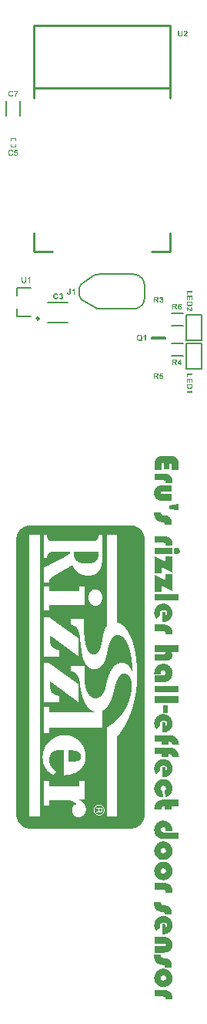
<source format=gto>
G04*
G04 #@! TF.GenerationSoftware,Altium Limited,Altium Designer,24.5.2 (23)*
G04*
G04 Layer_Color=65535*
%FSLAX44Y44*%
%MOMM*%
G71*
G04*
G04 #@! TF.SameCoordinates,2FE71BF4-1BC5-4688-A169-50693282DBDC*
G04*
G04*
G04 #@! TF.FilePolarity,Positive*
G04*
G01*
G75*
%ADD10C,0.1000*%
%ADD11C,0.2500*%
%ADD12C,0.2540*%
%ADD13C,0.2000*%
%ADD14C,0.1500*%
%ADD15C,0.1524*%
%ADD16C,0.1250*%
G36*
X398292Y834431D02*
X399009D01*
Y834371D01*
X399487D01*
Y834312D01*
X399846D01*
Y834252D01*
X400204D01*
Y834192D01*
X400503D01*
Y834132D01*
X400802D01*
Y834072D01*
X401041D01*
Y834013D01*
X401280D01*
Y833953D01*
X401459D01*
Y833893D01*
X401698D01*
Y833833D01*
X401878D01*
Y833774D01*
X402057D01*
Y833714D01*
X402236D01*
Y833654D01*
X402416D01*
Y833594D01*
X402595D01*
Y833534D01*
X402774D01*
Y833475D01*
X402894D01*
Y833415D01*
X403073D01*
Y833355D01*
X403193D01*
Y833295D01*
X403372D01*
Y833236D01*
X403492D01*
Y833176D01*
X403611D01*
Y833116D01*
X403731D01*
Y833056D01*
X403850D01*
Y832997D01*
X404030D01*
Y832937D01*
X404149D01*
Y832877D01*
X404269D01*
Y832817D01*
X404328D01*
Y832757D01*
X404448D01*
Y832698D01*
X404567D01*
Y832638D01*
X404687D01*
Y832578D01*
X404807D01*
Y832518D01*
X404926D01*
Y832459D01*
X404986D01*
Y832399D01*
X405105D01*
Y832339D01*
X405225D01*
Y832279D01*
X405285D01*
Y832220D01*
X405404D01*
Y832160D01*
X405524D01*
Y832100D01*
X405583D01*
Y832040D01*
X405703D01*
Y831981D01*
X405763D01*
Y831921D01*
X405882D01*
Y831861D01*
X405942D01*
Y831801D01*
X406062D01*
Y831741D01*
X406121D01*
Y831682D01*
X406181D01*
Y831622D01*
X406301D01*
Y831562D01*
X406361D01*
Y831502D01*
X406480D01*
Y831443D01*
X406540D01*
Y831383D01*
X406600D01*
Y831323D01*
X406719D01*
Y831263D01*
X406779D01*
Y831204D01*
X406839D01*
Y831144D01*
X406898D01*
Y831084D01*
X407018D01*
Y831024D01*
X407078D01*
Y830964D01*
X407137D01*
Y830905D01*
X407197D01*
Y830845D01*
X407257D01*
Y830785D01*
X407377D01*
Y830725D01*
X407436D01*
Y830666D01*
X407496D01*
Y830606D01*
X407556D01*
Y830546D01*
X407616D01*
Y830486D01*
X407676D01*
Y830426D01*
X407735D01*
Y830367D01*
X407795D01*
Y830307D01*
X407855D01*
Y830247D01*
X407915D01*
Y830187D01*
X408034D01*
Y830128D01*
X408094D01*
Y830068D01*
X408154D01*
Y830008D01*
X408213D01*
Y829948D01*
X408273D01*
Y829889D01*
X408333D01*
Y829769D01*
X408393D01*
Y829709D01*
X408452D01*
Y829650D01*
X408512D01*
Y829590D01*
X408572D01*
Y829530D01*
X408632D01*
Y829470D01*
X408692D01*
Y829410D01*
X408751D01*
Y829351D01*
X408811D01*
Y829291D01*
X408871D01*
Y829231D01*
X408931D01*
Y829171D01*
X408990D01*
Y829052D01*
X409050D01*
Y828992D01*
X409110D01*
Y828932D01*
X409170D01*
Y828873D01*
X409230D01*
Y828813D01*
X409289D01*
Y828693D01*
X409349D01*
Y828633D01*
X409409D01*
Y828574D01*
X409469D01*
Y828514D01*
X409528D01*
Y828394D01*
X409588D01*
Y828335D01*
X409648D01*
Y828275D01*
X409708D01*
Y828155D01*
X409767D01*
Y828095D01*
X409827D01*
Y827976D01*
X409887D01*
Y827916D01*
X409947D01*
Y827856D01*
X410006D01*
Y827737D01*
X410066D01*
Y827677D01*
X410126D01*
Y827558D01*
X410186D01*
Y827498D01*
X410246D01*
Y827378D01*
X410305D01*
Y827318D01*
X410365D01*
Y827199D01*
X410425D01*
Y827079D01*
X410485D01*
Y827020D01*
X410544D01*
Y826900D01*
X410604D01*
Y826780D01*
X410664D01*
Y826721D01*
X410724D01*
Y826601D01*
X410784D01*
Y826482D01*
X410843D01*
Y826362D01*
X410903D01*
Y826243D01*
X410963D01*
Y826123D01*
X411023D01*
Y826003D01*
X411082D01*
Y825884D01*
X411142D01*
Y825764D01*
X411202D01*
Y825645D01*
X411262D01*
Y825525D01*
X411321D01*
Y825406D01*
X411381D01*
Y825286D01*
X411441D01*
Y825107D01*
X411501D01*
Y824987D01*
X411561D01*
Y824868D01*
X411620D01*
Y824688D01*
X411680D01*
Y824509D01*
X411740D01*
Y824390D01*
X411800D01*
Y824210D01*
X411859D01*
Y824031D01*
X411919D01*
Y823852D01*
X411979D01*
Y823672D01*
X412039D01*
Y823493D01*
X412099D01*
Y823254D01*
X412158D01*
Y823075D01*
X412218D01*
Y822836D01*
X412278D01*
Y822597D01*
X412337D01*
Y822298D01*
X412397D01*
Y821999D01*
X412457D01*
Y821640D01*
X412517D01*
Y821282D01*
X412577D01*
Y820804D01*
X412636D01*
Y820086D01*
X412696D01*
Y516155D01*
X412636D01*
Y515438D01*
X412577D01*
Y514960D01*
X412517D01*
Y514542D01*
X412457D01*
Y514243D01*
X412397D01*
Y513944D01*
X412337D01*
Y513645D01*
X412278D01*
Y513406D01*
X412218D01*
Y513167D01*
X412158D01*
Y512988D01*
X412099D01*
Y512748D01*
X412039D01*
Y512569D01*
X411979D01*
Y512390D01*
X411919D01*
Y512211D01*
X411859D01*
Y512031D01*
X411800D01*
Y511852D01*
X411740D01*
Y511673D01*
X411680D01*
Y511553D01*
X411620D01*
Y511374D01*
X411561D01*
Y511254D01*
X411501D01*
Y511135D01*
X411441D01*
Y510955D01*
X411381D01*
Y510836D01*
X411321D01*
Y510716D01*
X411262D01*
Y510597D01*
X411202D01*
Y510477D01*
X411142D01*
Y510298D01*
X411082D01*
Y510178D01*
X411023D01*
Y510119D01*
X410963D01*
Y509999D01*
X410903D01*
Y509880D01*
X410843D01*
Y509760D01*
X410784D01*
Y509641D01*
X410724D01*
Y509521D01*
X410664D01*
Y509461D01*
X410604D01*
Y509342D01*
X410544D01*
Y509222D01*
X410485D01*
Y509162D01*
X410425D01*
Y509043D01*
X410365D01*
Y508923D01*
X410305D01*
Y508863D01*
X410246D01*
Y508744D01*
X410186D01*
Y508684D01*
X410126D01*
Y508565D01*
X410066D01*
Y508505D01*
X410006D01*
Y508385D01*
X409947D01*
Y508326D01*
X409887D01*
Y508206D01*
X409827D01*
Y508146D01*
X409767D01*
Y508087D01*
X409708D01*
Y507967D01*
X409648D01*
Y507907D01*
X409588D01*
Y507847D01*
X409528D01*
Y507728D01*
X409469D01*
Y507668D01*
X409409D01*
Y507608D01*
X409349D01*
Y507548D01*
X409289D01*
Y507429D01*
X409230D01*
Y507369D01*
X409170D01*
Y507309D01*
X409110D01*
Y507250D01*
X409050D01*
Y507190D01*
X408990D01*
Y507070D01*
X408931D01*
Y507011D01*
X408871D01*
Y506951D01*
X408811D01*
Y506891D01*
X408751D01*
Y506831D01*
X408692D01*
Y506772D01*
X408632D01*
Y506712D01*
X408572D01*
Y506652D01*
X408512D01*
Y506592D01*
X408452D01*
Y506532D01*
X408393D01*
Y506413D01*
X408333D01*
Y506353D01*
X408273D01*
Y506293D01*
X408213D01*
Y506234D01*
X408154D01*
Y506174D01*
X408094D01*
Y506114D01*
X408034D01*
Y506054D01*
X407915D01*
Y505994D01*
X407855D01*
Y505935D01*
X407795D01*
Y505875D01*
X407735D01*
Y505815D01*
X407676D01*
Y505755D01*
X407616D01*
Y505696D01*
X407556D01*
Y505636D01*
X407496D01*
Y505576D01*
X407436D01*
Y505516D01*
X407377D01*
Y505457D01*
X407257D01*
Y505397D01*
X407197D01*
Y505337D01*
X407137D01*
Y505277D01*
X407078D01*
Y505218D01*
X407018D01*
Y505158D01*
X406898D01*
Y505098D01*
X406839D01*
Y505038D01*
X406779D01*
Y504978D01*
X406719D01*
Y504919D01*
X406600D01*
Y504859D01*
X406540D01*
Y504799D01*
X406480D01*
Y504739D01*
X406361D01*
Y504680D01*
X406301D01*
Y504620D01*
X406241D01*
Y504560D01*
X406121D01*
Y504500D01*
X406062D01*
Y504440D01*
X405942D01*
Y504381D01*
X405882D01*
Y504321D01*
X405763D01*
Y504261D01*
X405703D01*
Y504201D01*
X405583D01*
Y504142D01*
X405524D01*
Y504082D01*
X405404D01*
Y504022D01*
X405285D01*
Y503962D01*
X405225D01*
Y503903D01*
X405105D01*
Y503843D01*
X404986D01*
Y503783D01*
X404926D01*
Y503723D01*
X404807D01*
Y503663D01*
X404687D01*
Y503604D01*
X404567D01*
Y503544D01*
X404448D01*
Y503484D01*
X404328D01*
Y503424D01*
X404209D01*
Y503365D01*
X404089D01*
Y503305D01*
X403970D01*
Y503245D01*
X403850D01*
Y503185D01*
X403731D01*
Y503126D01*
X403611D01*
Y503066D01*
X403492D01*
Y503006D01*
X403312D01*
Y502946D01*
X403193D01*
Y502887D01*
X403073D01*
Y502827D01*
X402894D01*
Y502767D01*
X402774D01*
Y502707D01*
X402595D01*
Y502647D01*
X402416D01*
Y502588D01*
X402236D01*
Y502528D01*
X402057D01*
Y502468D01*
X401878D01*
Y502408D01*
X401698D01*
Y502349D01*
X401459D01*
Y502289D01*
X401280D01*
Y502229D01*
X401041D01*
Y502169D01*
X400802D01*
Y502109D01*
X400503D01*
Y502050D01*
X400204D01*
Y501990D01*
X399846D01*
Y501930D01*
X399487D01*
Y501870D01*
X399009D01*
Y501811D01*
X398292D01*
Y501751D01*
X285924D01*
Y501811D01*
X285207D01*
Y501870D01*
X284728D01*
Y501930D01*
X284370D01*
Y501990D01*
X284011D01*
Y502050D01*
X283712D01*
Y502109D01*
X283414D01*
Y502169D01*
X283174D01*
Y502229D01*
X282935D01*
Y502289D01*
X282756D01*
Y502349D01*
X282517D01*
Y502408D01*
X282338D01*
Y502468D01*
X282158D01*
Y502528D01*
X281979D01*
Y502588D01*
X281800D01*
Y502647D01*
X281620D01*
Y502707D01*
X281501D01*
Y502767D01*
X281322D01*
Y502827D01*
X281142D01*
Y502887D01*
X281023D01*
Y502946D01*
X280903D01*
Y503006D01*
X280724D01*
Y503066D01*
X280604D01*
Y503126D01*
X280485D01*
Y503185D01*
X280365D01*
Y503245D01*
X280246D01*
Y503305D01*
X280126D01*
Y503365D01*
X280007D01*
Y503424D01*
X279887D01*
Y503484D01*
X279767D01*
Y503544D01*
X279648D01*
Y503604D01*
X279528D01*
Y503663D01*
X279409D01*
Y503723D01*
X279289D01*
Y503783D01*
X279230D01*
Y503843D01*
X279110D01*
Y503903D01*
X278990D01*
Y503962D01*
X278931D01*
Y504022D01*
X278811D01*
Y504082D01*
X278692D01*
Y504142D01*
X278632D01*
Y504201D01*
X278512D01*
Y504261D01*
X278453D01*
Y504321D01*
X278333D01*
Y504381D01*
X278273D01*
Y504440D01*
X278154D01*
Y504500D01*
X278094D01*
Y504560D01*
X278034D01*
Y504620D01*
X277915D01*
Y504680D01*
X277855D01*
Y504739D01*
X277735D01*
Y504799D01*
X277676D01*
Y504859D01*
X277616D01*
Y504919D01*
X277496D01*
Y504978D01*
X277437D01*
Y505038D01*
X277377D01*
Y505098D01*
X277317D01*
Y505158D01*
X277197D01*
Y505218D01*
X277138D01*
Y505277D01*
X277078D01*
Y505337D01*
X277018D01*
Y505397D01*
X276958D01*
Y505457D01*
X276839D01*
Y505516D01*
X276779D01*
Y505576D01*
X276719D01*
Y505636D01*
X276660D01*
Y505696D01*
X276600D01*
Y505755D01*
X276540D01*
Y505815D01*
X276480D01*
Y505875D01*
X276420D01*
Y505935D01*
X276361D01*
Y505994D01*
X276301D01*
Y506054D01*
X276181D01*
Y506114D01*
X276122D01*
Y506174D01*
X276062D01*
Y506234D01*
X276002D01*
Y506293D01*
X275942D01*
Y506353D01*
X275882D01*
Y506413D01*
X275823D01*
Y506532D01*
X275763D01*
Y506592D01*
X275703D01*
Y506652D01*
X275643D01*
Y506712D01*
X275584D01*
Y506772D01*
X275524D01*
Y506831D01*
X275464D01*
Y506891D01*
X275404D01*
Y506951D01*
X275345D01*
Y507011D01*
X275285D01*
Y507070D01*
X275225D01*
Y507190D01*
X275165D01*
Y507250D01*
X275105D01*
Y507309D01*
X275046D01*
Y507369D01*
X274986D01*
Y507429D01*
X274926D01*
Y507548D01*
X274866D01*
Y507608D01*
X274807D01*
Y507668D01*
X274747D01*
Y507728D01*
X274687D01*
Y507847D01*
X274627D01*
Y507907D01*
X274568D01*
Y507967D01*
X274508D01*
Y508087D01*
X274448D01*
Y508146D01*
X274388D01*
Y508206D01*
X274328D01*
Y508326D01*
X274269D01*
Y508385D01*
X274209D01*
Y508505D01*
X274149D01*
Y508565D01*
X274089D01*
Y508684D01*
X274030D01*
Y508744D01*
X273970D01*
Y508863D01*
X273910D01*
Y508923D01*
X273850D01*
Y509043D01*
X273790D01*
Y509162D01*
X273731D01*
Y509222D01*
X273671D01*
Y509342D01*
X273611D01*
Y509461D01*
X273551D01*
Y509521D01*
X273492D01*
Y509641D01*
X273432D01*
Y509760D01*
X273372D01*
Y509880D01*
X273312D01*
Y509999D01*
X273253D01*
Y510119D01*
X273193D01*
Y510178D01*
X273133D01*
Y510298D01*
X273073D01*
Y510477D01*
X273013D01*
Y510597D01*
X272954D01*
Y510716D01*
X272894D01*
Y510836D01*
X272834D01*
Y510955D01*
X272774D01*
Y511135D01*
X272715D01*
Y511254D01*
X272655D01*
Y511374D01*
X272595D01*
Y511553D01*
X272535D01*
Y511673D01*
X272476D01*
Y511852D01*
X272416D01*
Y512031D01*
X272356D01*
Y512211D01*
X272296D01*
Y512390D01*
X272236D01*
Y512569D01*
X272177D01*
Y512748D01*
X272117D01*
Y512988D01*
X272057D01*
Y513167D01*
X271997D01*
Y513406D01*
X271938D01*
Y513645D01*
X271878D01*
Y513944D01*
X271818D01*
Y514243D01*
X271758D01*
Y514542D01*
X271698D01*
Y514960D01*
X271639D01*
Y515438D01*
X271579D01*
Y516155D01*
X271519D01*
Y820086D01*
X271579D01*
Y820804D01*
X271639D01*
Y821282D01*
X271698D01*
Y821640D01*
X271758D01*
Y821999D01*
X271818D01*
Y822298D01*
X271878D01*
Y822597D01*
X271938D01*
Y822836D01*
X271997D01*
Y823075D01*
X272057D01*
Y823254D01*
X272117D01*
Y823493D01*
X272177D01*
Y823672D01*
X272236D01*
Y823852D01*
X272296D01*
Y824031D01*
X272356D01*
Y824210D01*
X272416D01*
Y824390D01*
X272476D01*
Y824509D01*
X272535D01*
Y824688D01*
X272595D01*
Y824868D01*
X272655D01*
Y824987D01*
X272715D01*
Y825107D01*
X272774D01*
Y825286D01*
X272834D01*
Y825406D01*
X272894D01*
Y825525D01*
X272954D01*
Y825645D01*
X273013D01*
Y825764D01*
X273073D01*
Y825884D01*
X273133D01*
Y826003D01*
X273193D01*
Y826123D01*
X273253D01*
Y826243D01*
X273312D01*
Y826362D01*
X273372D01*
Y826482D01*
X273432D01*
Y826601D01*
X273492D01*
Y826661D01*
X273551D01*
Y826780D01*
X273611D01*
Y826900D01*
X273671D01*
Y827020D01*
X273731D01*
Y827079D01*
X273790D01*
Y827199D01*
X273850D01*
Y827318D01*
X273910D01*
Y827378D01*
X273970D01*
Y827498D01*
X274030D01*
Y827558D01*
X274089D01*
Y827677D01*
X274149D01*
Y827737D01*
X274209D01*
Y827856D01*
X274269D01*
Y827916D01*
X274328D01*
Y827976D01*
X274388D01*
Y828095D01*
X274448D01*
Y828155D01*
X274508D01*
Y828275D01*
X274568D01*
Y828335D01*
X274627D01*
Y828394D01*
X274687D01*
Y828514D01*
X274747D01*
Y828574D01*
X274807D01*
Y828633D01*
X274866D01*
Y828693D01*
X274926D01*
Y828813D01*
X274986D01*
Y828873D01*
X275046D01*
Y828932D01*
X275105D01*
Y828992D01*
X275165D01*
Y829052D01*
X275225D01*
Y829171D01*
X275285D01*
Y829231D01*
X275345D01*
Y829291D01*
X275404D01*
Y829351D01*
X275464D01*
Y829410D01*
X275524D01*
Y829470D01*
X275584D01*
Y829530D01*
X275643D01*
Y829590D01*
X275703D01*
Y829650D01*
X275763D01*
Y829709D01*
X275823D01*
Y829769D01*
X275882D01*
Y829889D01*
X275942D01*
Y829948D01*
X276002D01*
Y830008D01*
X276062D01*
Y830068D01*
X276122D01*
Y830128D01*
X276181D01*
Y830187D01*
X276301D01*
Y830247D01*
X276361D01*
Y830307D01*
X276420D01*
Y830367D01*
X276480D01*
Y830426D01*
X276540D01*
Y830486D01*
X276600D01*
Y830546D01*
X276660D01*
Y830606D01*
X276719D01*
Y830666D01*
X276779D01*
Y830725D01*
X276839D01*
Y830785D01*
X276958D01*
Y830845D01*
X277018D01*
Y830905D01*
X277078D01*
Y830964D01*
X277138D01*
Y831024D01*
X277197D01*
Y831084D01*
X277317D01*
Y831144D01*
X277377D01*
Y831204D01*
X277437D01*
Y831263D01*
X277496D01*
Y831323D01*
X277616D01*
Y831383D01*
X277676D01*
Y831443D01*
X277735D01*
Y831502D01*
X277855D01*
Y831562D01*
X277915D01*
Y831622D01*
X278034D01*
Y831682D01*
X278094D01*
Y831741D01*
X278154D01*
Y831801D01*
X278273D01*
Y831861D01*
X278333D01*
Y831921D01*
X278453D01*
Y831981D01*
X278512D01*
Y832040D01*
X278632D01*
Y832100D01*
X278692D01*
Y832160D01*
X278811D01*
Y832220D01*
X278931D01*
Y832279D01*
X278990D01*
Y832339D01*
X279110D01*
Y832399D01*
X279230D01*
Y832459D01*
X279289D01*
Y832518D01*
X279409D01*
Y832578D01*
X279528D01*
Y832638D01*
X279648D01*
Y832698D01*
X279767D01*
Y832757D01*
X279887D01*
Y832817D01*
X280007D01*
Y832877D01*
X280126D01*
Y832937D01*
X280246D01*
Y832997D01*
X280365D01*
Y833056D01*
X280485D01*
Y833116D01*
X280604D01*
Y833176D01*
X280724D01*
Y833236D01*
X280903D01*
Y833295D01*
X281023D01*
Y833355D01*
X281142D01*
Y833415D01*
X281322D01*
Y833475D01*
X281441D01*
Y833534D01*
X281620D01*
Y833594D01*
X281800D01*
Y833654D01*
X281979D01*
Y833714D01*
X282158D01*
Y833774D01*
X282338D01*
Y833833D01*
X282517D01*
Y833893D01*
X282756D01*
Y833953D01*
X282935D01*
Y834013D01*
X283174D01*
Y834072D01*
X283414D01*
Y834132D01*
X283712D01*
Y834192D01*
X284011D01*
Y834252D01*
X284370D01*
Y834312D01*
X284728D01*
Y834371D01*
X285207D01*
Y834431D01*
X285924D01*
Y834491D01*
X398292D01*
Y834431D01*
D02*
G37*
G36*
X442655Y910559D02*
X442967Y910527D01*
X443342Y910465D01*
X443748Y910403D01*
X444186Y910309D01*
X444654Y910215D01*
X445154Y910059D01*
X445654Y909903D01*
X446123Y909684D01*
X446623Y909434D01*
X447091Y909153D01*
X447529Y908809D01*
X447935Y908434D01*
X447966Y908403D01*
X448029Y908341D01*
X448122Y908216D01*
X448279Y908028D01*
X448435Y907810D01*
X448622Y907528D01*
X448810Y907216D01*
X448997Y906841D01*
X449184Y906435D01*
X449403Y905966D01*
X449559Y905466D01*
X449716Y904904D01*
X449872Y904310D01*
X449966Y903686D01*
X450028Y902998D01*
X450059Y902280D01*
Y895438D01*
X442436D01*
Y900655D01*
X442405Y900780D01*
X442374Y901092D01*
X442280Y901467D01*
X442124Y901842D01*
X441874Y902155D01*
X441718Y902280D01*
X441530Y902373D01*
X441343Y902436D01*
X441093Y902467D01*
X441062D01*
X440968D01*
X440843Y902436D01*
X440687Y902405D01*
X440499Y902342D01*
X440343Y902280D01*
X440156Y902155D01*
X440031Y901998D01*
Y901967D01*
X439999Y901905D01*
X439937Y901780D01*
X439906Y901592D01*
X439843Y901374D01*
X439781Y901061D01*
X439749Y900717D01*
Y895938D01*
X433845D01*
Y901405D01*
X433814Y901655D01*
X433720Y902155D01*
X433626Y902373D01*
X433532Y902561D01*
Y902592D01*
X433470Y902623D01*
X433407Y902686D01*
X433282Y902748D01*
X433126Y902842D01*
X432939Y902905D01*
X432720Y902936D01*
X432470Y902967D01*
X432439D01*
X432345D01*
X432189Y902936D01*
X432033Y902905D01*
X431658Y902779D01*
X431502Y902686D01*
X431377Y902530D01*
Y902498D01*
X431345Y902436D01*
X431314Y902311D01*
X431252Y902123D01*
X431220Y901905D01*
X431158Y901592D01*
X431127Y901186D01*
Y895438D01*
X423566D01*
Y902030D01*
X423597Y902342D01*
X423629Y902717D01*
X423691Y903123D01*
X423754Y903592D01*
X423816Y904092D01*
X424066Y905185D01*
X424222Y905748D01*
X424441Y906279D01*
X424660Y906841D01*
X424941Y907372D01*
X425253Y907841D01*
X425628Y908309D01*
X425659Y908341D01*
X425722Y908403D01*
X425847Y908528D01*
X426003Y908653D01*
X426222Y908840D01*
X426503Y909028D01*
X426815Y909247D01*
X427159Y909434D01*
X427565Y909653D01*
X428034Y909871D01*
X428502Y910059D01*
X429065Y910246D01*
X429627Y910371D01*
X430283Y910496D01*
X430939Y910559D01*
X431658Y910590D01*
X442030D01*
X442061D01*
X442186D01*
X442405D01*
X442655Y910559D01*
D02*
G37*
G36*
X434532Y891407D02*
X434813D01*
X435188Y891376D01*
X435594Y891314D01*
X436032Y891251D01*
X436531Y891158D01*
X437063Y891032D01*
X437594Y890876D01*
X438156Y890689D01*
X438718Y890470D01*
X439281Y890220D01*
X439812Y889908D01*
X440312Y889564D01*
X440812Y889158D01*
X440843Y889127D01*
X440905Y889064D01*
X441030Y888908D01*
X441218Y888752D01*
X441405Y888502D01*
X441593Y888221D01*
X441843Y887908D01*
X442061Y887533D01*
X442280Y887127D01*
X442530Y886659D01*
X442717Y886159D01*
X442936Y885628D01*
X443092Y885034D01*
X443217Y884409D01*
X443280Y883753D01*
X443311Y883066D01*
Y882722D01*
X443280Y882472D01*
X443248Y882160D01*
X443217Y881785D01*
X443155Y881348D01*
X443092Y880848D01*
X435313D01*
X435344Y880879D01*
X435376Y880973D01*
X435438Y881129D01*
X435532Y881285D01*
X435688Y881754D01*
X435719Y881972D01*
X435751Y882222D01*
Y882316D01*
X435719Y882410D01*
Y882535D01*
X435594Y882847D01*
X435500Y883003D01*
X435376Y883191D01*
X435219Y883378D01*
X435001Y883534D01*
X434782Y883722D01*
X434469Y883847D01*
X434126Y883972D01*
X433720Y884065D01*
X433251Y884128D01*
X432720Y884159D01*
X423566D01*
Y891439D01*
X434126D01*
X434188D01*
X434313D01*
X434532Y891407D01*
D02*
G37*
G36*
X442655Y871413D02*
X431720D01*
X431689D01*
X431658D01*
X431470Y871381D01*
X431189Y871350D01*
X430908Y871256D01*
X430596Y871069D01*
X430314Y870850D01*
X430127Y870507D01*
X430096Y870319D01*
X430064Y870069D01*
Y870007D01*
X430096Y869850D01*
X430158Y869632D01*
X430283Y869382D01*
X430471Y869163D01*
X430752Y868944D01*
X430939Y868851D01*
X431189Y868788D01*
X431439Y868726D01*
X431720D01*
X442655D01*
Y861446D01*
X431845D01*
X431814D01*
X431689D01*
X431470Y861478D01*
X431220D01*
X430877Y861509D01*
X430502Y861571D01*
X430096Y861665D01*
X429627Y861759D01*
X429127Y861884D01*
X428627Y862071D01*
X428096Y862259D01*
X427565Y862509D01*
X427034Y862790D01*
X426503Y863133D01*
X425972Y863540D01*
X425472Y863977D01*
X425441Y864008D01*
X425378Y864102D01*
X425222Y864227D01*
X425066Y864414D01*
X424878Y864664D01*
X424660Y864945D01*
X424441Y865289D01*
X424191Y865664D01*
X423941Y866101D01*
X423722Y866570D01*
X423504Y867070D01*
X423316Y867601D01*
X423160Y868195D01*
X423035Y868788D01*
X422941Y869444D01*
X422910Y870100D01*
Y870288D01*
X422941Y870507D01*
X422972Y870788D01*
X423004Y871131D01*
X423066Y871537D01*
X423160Y871975D01*
X423285Y872475D01*
X423441Y873006D01*
X423629Y873537D01*
X423879Y874099D01*
X424191Y874662D01*
X424535Y875193D01*
X424910Y875755D01*
X425378Y876255D01*
X425909Y876755D01*
X425941Y876786D01*
X426034Y876849D01*
X426159Y876942D01*
X426347Y877067D01*
X426597Y877192D01*
X426878Y877380D01*
X427221Y877536D01*
X427596Y877723D01*
X428034Y877911D01*
X428534Y878067D01*
X429065Y878254D01*
X429658Y878380D01*
X430283Y878504D01*
X430970Y878598D01*
X431689Y878661D01*
X432439Y878692D01*
X442655D01*
Y871413D01*
D02*
G37*
G36*
X450059Y850918D02*
X439437Y852417D01*
Y856323D01*
X450059Y857822D01*
Y850918D01*
D02*
G37*
G36*
X430720Y848512D02*
X430752Y848200D01*
X430814Y847825D01*
X430908Y847419D01*
X431033Y847012D01*
X431189Y846606D01*
X431439Y846294D01*
X431470Y846263D01*
X431595Y846169D01*
X431752Y846044D01*
X432033Y845919D01*
X432376Y845763D01*
X432814Y845607D01*
X433376Y845513D01*
X434001Y845450D01*
X434032D01*
X434126D01*
X434282Y845419D01*
X434469D01*
X434720Y845388D01*
X435001D01*
X435625Y845325D01*
X436313Y845232D01*
X437000Y845138D01*
X437625Y845013D01*
X437906Y844951D01*
X438156Y844888D01*
X438219Y844857D01*
X438375Y844794D01*
X438593Y844701D01*
X438906Y844544D01*
X439281Y844326D01*
X439687Y844044D01*
X440124Y843670D01*
X440562Y843263D01*
X440593Y843232D01*
X440656Y843170D01*
X440749Y843045D01*
X440905Y842857D01*
X441062Y842670D01*
X441218Y842389D01*
X441405Y842076D01*
X441624Y841733D01*
X441811Y841327D01*
X441999Y840889D01*
X442155Y840389D01*
X442342Y839889D01*
X442467Y839296D01*
X442561Y838702D01*
X442624Y838046D01*
X442655Y837359D01*
Y835141D01*
X434969D01*
Y835390D01*
X434938Y835672D01*
X434907Y835984D01*
X434844Y836359D01*
X434720Y836703D01*
X434594Y837015D01*
X434407Y837265D01*
X434376Y837296D01*
X434282Y837359D01*
X434126Y837452D01*
X433907Y837577D01*
X433626Y837671D01*
X433220Y837796D01*
X432751Y837921D01*
X432158Y837984D01*
X432095D01*
X431908Y838015D01*
X431627Y838046D01*
X431252Y838109D01*
X430783Y838202D01*
X430252Y838359D01*
X429689Y838515D01*
X429065Y838702D01*
X428409Y838952D01*
X427752Y839265D01*
X427096Y839608D01*
X426440Y840014D01*
X425816Y840483D01*
X425222Y841045D01*
X424691Y841639D01*
X424222Y842326D01*
Y842357D01*
X424160Y842420D01*
X424128Y842545D01*
X424035Y842701D01*
X423941Y842920D01*
X423847Y843170D01*
X423754Y843451D01*
X423629Y843795D01*
X423504Y844201D01*
X423410Y844638D01*
X423316Y845107D01*
X423222Y845607D01*
X423160Y846169D01*
X423097Y846794D01*
X423035Y847419D01*
Y849106D01*
X430720D01*
Y848512D01*
D02*
G37*
G36*
X434532Y822800D02*
X434813D01*
X435188Y822769D01*
X435594Y822706D01*
X436032Y822644D01*
X436531Y822550D01*
X437063Y822425D01*
X437594Y822269D01*
X438156Y822081D01*
X438718Y821863D01*
X439281Y821613D01*
X439812Y821300D01*
X440312Y820957D01*
X440812Y820551D01*
X440843Y820519D01*
X440905Y820457D01*
X441030Y820301D01*
X441218Y820144D01*
X441405Y819894D01*
X441593Y819613D01*
X441843Y819301D01*
X442061Y818926D01*
X442280Y818520D01*
X442530Y818051D01*
X442717Y817551D01*
X442936Y817020D01*
X443092Y816427D01*
X443217Y815802D01*
X443280Y815146D01*
X443311Y814458D01*
Y814115D01*
X443280Y813865D01*
X443248Y813552D01*
X443217Y813177D01*
X443155Y812740D01*
X443092Y812240D01*
X435313D01*
X435344Y812271D01*
X435376Y812365D01*
X435438Y812521D01*
X435532Y812678D01*
X435688Y813146D01*
X435719Y813365D01*
X435751Y813615D01*
Y813709D01*
X435719Y813802D01*
Y813927D01*
X435594Y814240D01*
X435500Y814396D01*
X435376Y814583D01*
X435219Y814771D01*
X435001Y814927D01*
X434782Y815114D01*
X434469Y815239D01*
X434126Y815364D01*
X433720Y815458D01*
X433251Y815521D01*
X432720Y815552D01*
X423566D01*
Y822831D01*
X434126D01*
X434188D01*
X434313D01*
X434532Y822800D01*
D02*
G37*
G36*
X448279Y810053D02*
X448528Y810022D01*
X448872Y809959D01*
X449247Y809835D01*
X449653Y809647D01*
X450059Y809366D01*
X450465Y809022D01*
X450497Y808960D01*
X450622Y808835D01*
X450809Y808585D01*
X450997Y808304D01*
X451184Y807929D01*
X451371Y807491D01*
X451496Y806992D01*
X451528Y806460D01*
Y806210D01*
X451465Y805929D01*
X451403Y805586D01*
X451278Y805180D01*
X451090Y804773D01*
X450809Y804336D01*
X450465Y803899D01*
X450434Y803836D01*
X450278Y803711D01*
X450059Y803555D01*
X449778Y803336D01*
X449403Y803149D01*
X448997Y802961D01*
X448528Y802836D01*
X448029Y802805D01*
X447997D01*
X447966D01*
X447779D01*
X447497Y802868D01*
X447154Y802930D01*
X446779Y803055D01*
X446342Y803242D01*
X445935Y803492D01*
X445560Y803836D01*
X445529Y803867D01*
X445404Y804024D01*
X445248Y804242D01*
X445092Y804555D01*
X444904Y804930D01*
X444748Y805367D01*
X444623Y805898D01*
X444592Y806460D01*
Y806523D01*
X444623Y806710D01*
X444654Y807023D01*
X444717Y807398D01*
X444842Y807804D01*
X444998Y808241D01*
X445248Y808679D01*
X445560Y809085D01*
X445592Y809116D01*
X445748Y809241D01*
X445935Y809397D01*
X446248Y809585D01*
X446591Y809772D01*
X446998Y809928D01*
X447497Y810053D01*
X448029Y810085D01*
X448060D01*
X448091D01*
X448279Y810053D01*
D02*
G37*
G36*
X442905Y802805D02*
X423566D01*
Y810085D01*
X442905D01*
Y802805D01*
D02*
G37*
G36*
Y782435D02*
X431189Y788371D01*
Y781529D01*
X423566D01*
Y800181D01*
X435344Y794276D01*
Y800399D01*
X442905D01*
Y782435D01*
D02*
G37*
G36*
Y762753D02*
X431189Y768689D01*
Y761847D01*
X423566D01*
Y780498D01*
X435344Y774594D01*
Y780717D01*
X442905D01*
Y762753D01*
D02*
G37*
G36*
X450059Y751912D02*
X423566D01*
Y759191D01*
X450059D01*
Y751912D01*
D02*
G37*
G36*
X433626Y748725D02*
X433938Y748694D01*
X434282Y748663D01*
X434720Y748600D01*
X435188Y748506D01*
X435719Y748382D01*
X436250Y748225D01*
X436844Y748038D01*
X437438Y747788D01*
X438031Y747507D01*
X438656Y747194D01*
X439250Y746788D01*
X439843Y746351D01*
X440406Y745820D01*
X440437Y745788D01*
X440531Y745695D01*
X440687Y745507D01*
X440874Y745289D01*
X441093Y745007D01*
X441343Y744664D01*
X441593Y744258D01*
X441874Y743789D01*
X442155Y743289D01*
X442405Y742727D01*
X442655Y742133D01*
X442874Y741508D01*
X443061Y740821D01*
X443217Y740102D01*
X443311Y739321D01*
X443342Y738540D01*
Y738353D01*
X443311Y738134D01*
Y737853D01*
X443248Y737478D01*
X443186Y737072D01*
X443092Y736603D01*
X442999Y736072D01*
X442842Y735541D01*
X442655Y734979D01*
X442405Y734385D01*
X442124Y733792D01*
X441811Y733198D01*
X441405Y732604D01*
X440968Y732042D01*
X440468Y731480D01*
X440437Y731448D01*
X440343Y731355D01*
X440187Y731198D01*
X439968Y731042D01*
X439687Y730824D01*
X439343Y730574D01*
X438937Y730324D01*
X438500Y730042D01*
X438031Y729761D01*
X437469Y729511D01*
X436906Y729261D01*
X436282Y729043D01*
X435625Y728855D01*
X434907Y728730D01*
X434188Y728637D01*
X433407Y728605D01*
X433376D01*
X433314D01*
X433220D01*
X433064D01*
X432876Y728637D01*
X432658D01*
X432376Y728668D01*
X432064Y728699D01*
Y739696D01*
X432095D01*
X432189Y739727D01*
X432345Y739759D01*
X432564Y739821D01*
X432783Y739853D01*
X433064Y739915D01*
X433595Y739946D01*
X433626D01*
X433751D01*
X433938Y739915D01*
X434188D01*
X434501Y739853D01*
X434813Y739790D01*
X435157Y739727D01*
X435500Y739603D01*
Y735916D01*
X435532D01*
X435594Y735947D01*
X435688Y735978D01*
X435844Y736010D01*
X436188Y736166D01*
X436594Y736385D01*
X436969Y736697D01*
X437313Y737103D01*
X437469Y737384D01*
X437562Y737665D01*
X437625Y737978D01*
X437656Y738353D01*
Y738415D01*
X437625Y738571D01*
X437594Y738821D01*
X437500Y739134D01*
X437375Y739478D01*
X437156Y739853D01*
X436875Y740196D01*
X436500Y740540D01*
X436438Y740571D01*
X436282Y740665D01*
X436032Y740821D01*
X435688Y740946D01*
X435282Y741102D01*
X434751Y741258D01*
X434188Y741352D01*
X433532Y741383D01*
X433501D01*
X433439D01*
X433345D01*
X433220D01*
X432876Y741352D01*
X432439Y741290D01*
X431970Y741196D01*
X431470Y741040D01*
X430970Y740852D01*
X430502Y740571D01*
X430439Y740540D01*
X430314Y740415D01*
X430127Y740227D01*
X429939Y740009D01*
X429721Y739696D01*
X429533Y739321D01*
X429408Y738884D01*
X429346Y738415D01*
Y738353D01*
X429377Y738228D01*
X429408Y738009D01*
X429471Y737728D01*
X429596Y737416D01*
X429783Y737072D01*
X430064Y736697D01*
X430408Y736322D01*
X425441Y732198D01*
X425409Y732229D01*
X425347Y732323D01*
X425222Y732479D01*
X425097Y732698D01*
X424910Y732979D01*
X424722Y733292D01*
X424535Y733667D01*
X424316Y734073D01*
X424097Y734541D01*
X423910Y735010D01*
X423722Y735541D01*
X423535Y736103D01*
X423410Y736697D01*
X423285Y737322D01*
X423222Y737947D01*
X423191Y738603D01*
Y738790D01*
X423222Y739009D01*
Y739321D01*
X423285Y739696D01*
X423347Y740134D01*
X423441Y740602D01*
X423566Y741133D01*
X423691Y741696D01*
X423879Y742258D01*
X424128Y742883D01*
X424410Y743476D01*
X424722Y744101D01*
X425128Y744695D01*
X425566Y745289D01*
X426065Y745851D01*
X426097Y745882D01*
X426190Y745976D01*
X426378Y746132D01*
X426597Y746288D01*
X426878Y746538D01*
X427221Y746757D01*
X427596Y747038D01*
X428065Y747288D01*
X428534Y747569D01*
X429096Y747850D01*
X429689Y748069D01*
X430314Y748288D01*
X430970Y748475D01*
X431689Y748632D01*
X432439Y748725D01*
X433220Y748756D01*
X433282D01*
X433407D01*
X433626Y748725D01*
D02*
G37*
G36*
X434532Y725637D02*
X434813D01*
X435188Y725606D01*
X435594Y725544D01*
X436032Y725481D01*
X436531Y725387D01*
X437063Y725263D01*
X437594Y725106D01*
X438156Y724919D01*
X438718Y724700D01*
X439281Y724450D01*
X439812Y724138D01*
X440312Y723794D01*
X440812Y723388D01*
X440843Y723357D01*
X440905Y723294D01*
X441030Y723138D01*
X441218Y722982D01*
X441405Y722732D01*
X441593Y722451D01*
X441843Y722138D01*
X442061Y721763D01*
X442280Y721357D01*
X442530Y720889D01*
X442717Y720389D01*
X442936Y719858D01*
X443092Y719264D01*
X443217Y718639D01*
X443280Y717983D01*
X443311Y717296D01*
Y716952D01*
X443280Y716702D01*
X443248Y716390D01*
X443217Y716015D01*
X443155Y715577D01*
X443092Y715078D01*
X435313D01*
X435344Y715109D01*
X435376Y715202D01*
X435438Y715359D01*
X435532Y715515D01*
X435688Y715984D01*
X435719Y716202D01*
X435751Y716452D01*
Y716546D01*
X435719Y716640D01*
Y716765D01*
X435594Y717077D01*
X435500Y717233D01*
X435376Y717421D01*
X435219Y717608D01*
X435001Y717764D01*
X434782Y717952D01*
X434469Y718077D01*
X434126Y718202D01*
X433720Y718296D01*
X433251Y718358D01*
X432720Y718389D01*
X423566D01*
Y725669D01*
X434126D01*
X434188D01*
X434313D01*
X434532Y725637D01*
D02*
G37*
G36*
X450059Y695707D02*
X441936D01*
X441968Y695676D01*
X441999Y695614D01*
X442061Y695520D01*
X442155Y695395D01*
X442249Y695239D01*
X442374Y695051D01*
X442624Y694583D01*
X442874Y694020D01*
X443092Y693396D01*
X443248Y692739D01*
X443311Y692396D01*
Y691771D01*
X443280Y691584D01*
X443248Y691365D01*
X443217Y691084D01*
X443061Y690459D01*
X442811Y689740D01*
X442655Y689397D01*
X442467Y689022D01*
X442218Y688647D01*
X441936Y688303D01*
X441624Y687960D01*
X441280Y687647D01*
X441249Y687616D01*
X441187Y687585D01*
X441062Y687491D01*
X440905Y687397D01*
X440718Y687272D01*
X440468Y687116D01*
X440156Y686960D01*
X439843Y686804D01*
X439468Y686679D01*
X439062Y686522D01*
X438593Y686366D01*
X438125Y686241D01*
X437594Y686148D01*
X437031Y686054D01*
X436438Y686022D01*
X435813Y685991D01*
X423566D01*
Y693271D01*
X433782D01*
X433845D01*
X434001D01*
X434188D01*
X434469Y693302D01*
X435032Y693396D01*
X435282Y693458D01*
X435469Y693552D01*
X435500D01*
X435532Y693614D01*
X435594Y693677D01*
X435688Y693771D01*
X435782Y693895D01*
X435844Y694052D01*
X435875Y694270D01*
X435907Y694520D01*
Y694583D01*
X435875Y694708D01*
X435813Y694895D01*
X435688Y695114D01*
X435469Y695333D01*
X435313Y695426D01*
X435126Y695520D01*
X434907Y695583D01*
X434688Y695645D01*
X434376Y695707D01*
X434063D01*
X423566D01*
Y702987D01*
X450059D01*
Y695707D01*
D02*
G37*
G36*
X433626Y682773D02*
X433938Y682742D01*
X434282Y682711D01*
X434720Y682648D01*
X435188Y682555D01*
X435688Y682430D01*
X436250Y682273D01*
X436813Y682086D01*
X437406Y681836D01*
X438031Y681555D01*
X438625Y681243D01*
X439218Y680836D01*
X439812Y680399D01*
X440374Y679868D01*
X440406Y679837D01*
X440499Y679743D01*
X440656Y679555D01*
X440843Y679337D01*
X441062Y679055D01*
X441311Y678712D01*
X441562Y678337D01*
X441843Y677868D01*
X442124Y677368D01*
X442374Y676837D01*
X442624Y676244D01*
X442842Y675619D01*
X443030Y674963D01*
X443186Y674244D01*
X443280Y673526D01*
X443311Y672745D01*
Y672526D01*
X443280Y672307D01*
Y671964D01*
X443217Y671589D01*
X443155Y671120D01*
X443092Y670620D01*
X442967Y670058D01*
X442811Y669464D01*
X442624Y668871D01*
X442405Y668246D01*
X442124Y667652D01*
X441811Y667027D01*
X441437Y666434D01*
X441030Y665871D01*
X440531Y665340D01*
X440499Y665309D01*
X440406Y665215D01*
X440249Y665090D01*
X440031Y664903D01*
X439749Y664715D01*
X439406Y664465D01*
X439031Y664247D01*
X438562Y663966D01*
X438062Y663716D01*
X437500Y663466D01*
X436875Y663247D01*
X436219Y663060D01*
X435500Y662872D01*
X434720Y662747D01*
X433907Y662654D01*
X433032Y662622D01*
X423566D01*
Y669902D01*
X432501D01*
X432533D01*
X432564D01*
X432751D01*
X433032Y669933D01*
X433407Y669995D01*
X433782Y670089D01*
X434188Y670214D01*
X434594Y670402D01*
X434969Y670651D01*
X435001Y670683D01*
X435126Y670776D01*
X435282Y670964D01*
X435438Y671183D01*
X435625Y671464D01*
X435751Y671807D01*
X435875Y672214D01*
X435907Y672651D01*
Y672838D01*
X435875Y673057D01*
X435813Y673307D01*
X435688Y673619D01*
X435563Y673963D01*
X435344Y674307D01*
X435063Y674619D01*
X435032Y674650D01*
X434907Y674744D01*
X434751Y674869D01*
X434501Y675025D01*
X434220Y675182D01*
X433876Y675306D01*
X433470Y675400D01*
X433064Y675432D01*
X433001D01*
X432876D01*
X432626Y675400D01*
X432345Y675338D01*
X432033Y675244D01*
X431720Y675119D01*
X431377Y674932D01*
X431064Y674682D01*
X431033Y674650D01*
X430939Y674557D01*
X430814Y674369D01*
X430689Y674150D01*
X430564Y673901D01*
X430439Y673557D01*
X430346Y673182D01*
X430314Y672776D01*
Y672620D01*
X430346Y672432D01*
X430377Y672214D01*
X430439Y671932D01*
X430533Y671620D01*
X430658Y671308D01*
X430814Y670995D01*
X423316D01*
Y671026D01*
X423285Y671151D01*
X423254Y671308D01*
Y671526D01*
X423222Y671807D01*
X423191Y672089D01*
X423160Y672651D01*
Y672838D01*
X423191Y673057D01*
Y673370D01*
X423254Y673744D01*
X423316Y674182D01*
X423410Y674650D01*
X423504Y675182D01*
X423660Y675744D01*
X423847Y676338D01*
X424097Y676931D01*
X424347Y677525D01*
X424691Y678149D01*
X425066Y678743D01*
X425503Y679337D01*
X426003Y679899D01*
X426034Y679930D01*
X426128Y680024D01*
X426284Y680180D01*
X426534Y680337D01*
X426815Y680586D01*
X427128Y680805D01*
X427534Y681086D01*
X427971Y681336D01*
X428471Y681617D01*
X429033Y681899D01*
X429627Y682117D01*
X430252Y682336D01*
X430939Y682523D01*
X431658Y682680D01*
X432439Y682773D01*
X433220Y682805D01*
X433282D01*
X433407D01*
X433626Y682773D01*
D02*
G37*
G36*
X450059Y651094D02*
X423566D01*
Y658373D01*
X450059D01*
Y651094D01*
D02*
G37*
G36*
Y639597D02*
X423566D01*
Y646876D01*
X450059D01*
Y639597D01*
D02*
G37*
G36*
X437875Y628631D02*
X432720D01*
Y637504D01*
X437875D01*
Y628631D01*
D02*
G37*
G36*
X433626Y627537D02*
X433938Y627506D01*
X434282Y627475D01*
X434720Y627412D01*
X435188Y627319D01*
X435719Y627194D01*
X436250Y627038D01*
X436844Y626850D01*
X437438Y626600D01*
X438031Y626319D01*
X438656Y626007D01*
X439250Y625601D01*
X439843Y625163D01*
X440406Y624632D01*
X440437Y624601D01*
X440531Y624507D01*
X440687Y624320D01*
X440874Y624101D01*
X441093Y623820D01*
X441343Y623476D01*
X441593Y623070D01*
X441874Y622601D01*
X442155Y622101D01*
X442405Y621539D01*
X442655Y620945D01*
X442874Y620321D01*
X443061Y619633D01*
X443217Y618915D01*
X443311Y618134D01*
X443342Y617353D01*
Y617165D01*
X443311Y616946D01*
Y616665D01*
X443248Y616290D01*
X443186Y615884D01*
X443092Y615416D01*
X442999Y614884D01*
X442842Y614353D01*
X442655Y613791D01*
X442405Y613197D01*
X442124Y612604D01*
X441811Y612010D01*
X441405Y611417D01*
X440968Y610854D01*
X440468Y610292D01*
X440437Y610261D01*
X440343Y610167D01*
X440187Y610011D01*
X439968Y609855D01*
X439687Y609636D01*
X439343Y609386D01*
X438937Y609136D01*
X438500Y608855D01*
X438031Y608574D01*
X437469Y608324D01*
X436906Y608074D01*
X436282Y607855D01*
X435625Y607668D01*
X434907Y607543D01*
X434188Y607449D01*
X433407Y607418D01*
X433376D01*
X433314D01*
X433220D01*
X433064D01*
X432876Y607449D01*
X432658D01*
X432376Y607480D01*
X432064Y607511D01*
Y618508D01*
X432095D01*
X432189Y618540D01*
X432345Y618571D01*
X432564Y618633D01*
X432783Y618665D01*
X433064Y618727D01*
X433595Y618759D01*
X433626D01*
X433751D01*
X433938Y618727D01*
X434188D01*
X434501Y618665D01*
X434813Y618602D01*
X435157Y618540D01*
X435500Y618415D01*
Y614728D01*
X435532D01*
X435594Y614759D01*
X435688Y614791D01*
X435844Y614822D01*
X436188Y614978D01*
X436594Y615197D01*
X436969Y615509D01*
X437313Y615915D01*
X437469Y616197D01*
X437562Y616478D01*
X437625Y616790D01*
X437656Y617165D01*
Y617228D01*
X437625Y617384D01*
X437594Y617634D01*
X437500Y617946D01*
X437375Y618290D01*
X437156Y618665D01*
X436875Y619008D01*
X436500Y619352D01*
X436438Y619383D01*
X436282Y619477D01*
X436032Y619633D01*
X435688Y619758D01*
X435282Y619914D01*
X434751Y620071D01*
X434188Y620164D01*
X433532Y620196D01*
X433501D01*
X433439D01*
X433345D01*
X433220D01*
X432876Y620164D01*
X432439Y620102D01*
X431970Y620008D01*
X431470Y619852D01*
X430970Y619664D01*
X430502Y619383D01*
X430439Y619352D01*
X430314Y619227D01*
X430127Y619040D01*
X429939Y618821D01*
X429721Y618508D01*
X429533Y618134D01*
X429408Y617696D01*
X429346Y617228D01*
Y617165D01*
X429377Y617040D01*
X429408Y616822D01*
X429471Y616540D01*
X429596Y616228D01*
X429783Y615884D01*
X430064Y615509D01*
X430408Y615134D01*
X425441Y611011D01*
X425409Y611042D01*
X425347Y611135D01*
X425222Y611292D01*
X425097Y611510D01*
X424910Y611791D01*
X424722Y612104D01*
X424535Y612479D01*
X424316Y612885D01*
X424097Y613354D01*
X423910Y613822D01*
X423722Y614353D01*
X423535Y614916D01*
X423410Y615509D01*
X423285Y616134D01*
X423222Y616759D01*
X423191Y617415D01*
Y617603D01*
X423222Y617821D01*
Y618134D01*
X423285Y618508D01*
X423347Y618946D01*
X423441Y619415D01*
X423566Y619946D01*
X423691Y620508D01*
X423879Y621070D01*
X424128Y621695D01*
X424410Y622289D01*
X424722Y622914D01*
X425128Y623507D01*
X425566Y624101D01*
X426065Y624663D01*
X426097Y624695D01*
X426190Y624788D01*
X426378Y624944D01*
X426597Y625101D01*
X426878Y625350D01*
X427221Y625569D01*
X427596Y625850D01*
X428065Y626100D01*
X428534Y626381D01*
X429096Y626663D01*
X429689Y626881D01*
X430314Y627100D01*
X430970Y627287D01*
X431689Y627444D01*
X432439Y627537D01*
X433220Y627569D01*
X433282D01*
X433407D01*
X433626Y627537D01*
D02*
G37*
G36*
X440468Y604450D02*
X440718D01*
X440968Y604418D01*
X441280Y604387D01*
X441624Y604356D01*
X442374Y604262D01*
X443155Y604075D01*
X443967Y603856D01*
X444717Y603544D01*
X444748D01*
X444842Y603481D01*
X444967Y603419D01*
X445123Y603325D01*
X445342Y603200D01*
X445592Y603044D01*
X446154Y602638D01*
X446810Y602138D01*
X447497Y601513D01*
X448185Y600763D01*
X448810Y599888D01*
X448841Y599857D01*
X448872Y599763D01*
X448966Y599638D01*
X449060Y599451D01*
X449184Y599232D01*
X449310Y598951D01*
X449466Y598670D01*
X449622Y598326D01*
X449903Y597545D01*
X450153Y596670D01*
X450340Y595733D01*
X450372Y595265D01*
X450403Y594765D01*
X450372Y593984D01*
X442749D01*
Y594015D01*
X442780Y594140D01*
Y594577D01*
X442749Y594827D01*
X442655Y595140D01*
X442561Y595483D01*
X442405Y595827D01*
X442186Y596171D01*
X441874Y596483D01*
X441843Y596514D01*
X441718Y596608D01*
X441499Y596702D01*
X441218Y596827D01*
X440843Y596983D01*
X440406Y597076D01*
X439874Y597170D01*
X439281Y597201D01*
X438656D01*
Y593984D01*
X431033D01*
Y597201D01*
X423566D01*
Y604481D01*
X439999D01*
X440031D01*
X440124D01*
X440281D01*
X440468Y604450D01*
D02*
G37*
G36*
Y590766D02*
X440718D01*
X440968Y590734D01*
X441280Y590703D01*
X441624Y590672D01*
X442374Y590578D01*
X443155Y590391D01*
X443967Y590172D01*
X444717Y589860D01*
X444748D01*
X444842Y589797D01*
X444967Y589735D01*
X445123Y589641D01*
X445342Y589516D01*
X445592Y589360D01*
X446154Y588954D01*
X446810Y588454D01*
X447497Y587829D01*
X448185Y587079D01*
X448810Y586204D01*
X448841Y586173D01*
X448872Y586079D01*
X448966Y585954D01*
X449060Y585767D01*
X449184Y585548D01*
X449310Y585267D01*
X449466Y584986D01*
X449622Y584642D01*
X449903Y583861D01*
X450153Y582986D01*
X450340Y582049D01*
X450372Y581581D01*
X450403Y581081D01*
X450372Y580300D01*
X442749D01*
Y580331D01*
X442780Y580456D01*
Y580893D01*
X442749Y581143D01*
X442655Y581455D01*
X442561Y581799D01*
X442405Y582143D01*
X442186Y582486D01*
X441874Y582799D01*
X441843Y582830D01*
X441718Y582924D01*
X441499Y583018D01*
X441218Y583143D01*
X440843Y583299D01*
X440406Y583392D01*
X439874Y583486D01*
X439281Y583517D01*
X438656D01*
Y580300D01*
X431033D01*
Y583517D01*
X423566D01*
Y590797D01*
X439999D01*
X440031D01*
X440124D01*
X440281D01*
X440468Y590766D01*
D02*
G37*
G36*
X433626Y578144D02*
X433938Y578113D01*
X434282Y578081D01*
X434720Y578019D01*
X435188Y577925D01*
X435719Y577800D01*
X436250Y577644D01*
X436844Y577457D01*
X437438Y577207D01*
X438031Y576925D01*
X438656Y576613D01*
X439250Y576207D01*
X439843Y575770D01*
X440406Y575238D01*
X440437Y575207D01*
X440531Y575113D01*
X440687Y574926D01*
X440874Y574707D01*
X441093Y574426D01*
X441343Y574082D01*
X441593Y573676D01*
X441874Y573208D01*
X442155Y572708D01*
X442405Y572145D01*
X442655Y571552D01*
X442874Y570927D01*
X443061Y570240D01*
X443217Y569521D01*
X443311Y568740D01*
X443342Y567959D01*
Y567771D01*
X443311Y567553D01*
Y567272D01*
X443248Y566897D01*
X443186Y566491D01*
X443092Y566022D01*
X442999Y565491D01*
X442842Y564960D01*
X442655Y564397D01*
X442405Y563804D01*
X442124Y563210D01*
X441811Y562617D01*
X441405Y562023D01*
X440968Y561461D01*
X440468Y560898D01*
X440437Y560867D01*
X440343Y560773D01*
X440187Y560617D01*
X439968Y560461D01*
X439687Y560242D01*
X439343Y559992D01*
X438937Y559742D01*
X438500Y559461D01*
X438031Y559180D01*
X437469Y558930D01*
X436906Y558680D01*
X436282Y558461D01*
X435625Y558274D01*
X434907Y558149D01*
X434188Y558055D01*
X433407Y558024D01*
X433376D01*
X433314D01*
X433220D01*
X433064D01*
X432876Y558055D01*
X432658D01*
X432376Y558087D01*
X432064Y558118D01*
Y569115D01*
X432095D01*
X432189Y569146D01*
X432345Y569177D01*
X432564Y569240D01*
X432783Y569271D01*
X433064Y569334D01*
X433595Y569365D01*
X433626D01*
X433751D01*
X433938Y569334D01*
X434188D01*
X434501Y569271D01*
X434813Y569209D01*
X435157Y569146D01*
X435500Y569021D01*
Y565335D01*
X435532D01*
X435594Y565366D01*
X435688Y565397D01*
X435844Y565428D01*
X436188Y565585D01*
X436594Y565803D01*
X436969Y566116D01*
X437313Y566522D01*
X437469Y566803D01*
X437562Y567084D01*
X437625Y567397D01*
X437656Y567771D01*
Y567834D01*
X437625Y567990D01*
X437594Y568240D01*
X437500Y568553D01*
X437375Y568896D01*
X437156Y569271D01*
X436875Y569615D01*
X436500Y569958D01*
X436438Y569990D01*
X436282Y570083D01*
X436032Y570240D01*
X435688Y570365D01*
X435282Y570521D01*
X434751Y570677D01*
X434188Y570771D01*
X433532Y570802D01*
X433501D01*
X433439D01*
X433345D01*
X433220D01*
X432876Y570771D01*
X432439Y570708D01*
X431970Y570615D01*
X431470Y570458D01*
X430970Y570271D01*
X430502Y569990D01*
X430439Y569958D01*
X430314Y569833D01*
X430127Y569646D01*
X429939Y569427D01*
X429721Y569115D01*
X429533Y568740D01*
X429408Y568303D01*
X429346Y567834D01*
Y567771D01*
X429377Y567647D01*
X429408Y567428D01*
X429471Y567147D01*
X429596Y566834D01*
X429783Y566491D01*
X430064Y566116D01*
X430408Y565741D01*
X425441Y561617D01*
X425409Y561648D01*
X425347Y561742D01*
X425222Y561898D01*
X425097Y562117D01*
X424910Y562398D01*
X424722Y562710D01*
X424535Y563085D01*
X424316Y563491D01*
X424097Y563960D01*
X423910Y564429D01*
X423722Y564960D01*
X423535Y565522D01*
X423410Y566116D01*
X423285Y566740D01*
X423222Y567365D01*
X423191Y568022D01*
Y568209D01*
X423222Y568428D01*
Y568740D01*
X423285Y569115D01*
X423347Y569552D01*
X423441Y570021D01*
X423566Y570552D01*
X423691Y571114D01*
X423879Y571677D01*
X424128Y572302D01*
X424410Y572895D01*
X424722Y573520D01*
X425128Y574114D01*
X425566Y574707D01*
X426065Y575270D01*
X426097Y575301D01*
X426190Y575395D01*
X426378Y575551D01*
X426597Y575707D01*
X426878Y575957D01*
X427221Y576176D01*
X427596Y576457D01*
X428065Y576707D01*
X428534Y576988D01*
X429096Y577269D01*
X429689Y577488D01*
X430314Y577706D01*
X430970Y577894D01*
X431689Y578050D01*
X432439Y578144D01*
X433220Y578175D01*
X433282D01*
X433407D01*
X433626Y578144D01*
D02*
G37*
G36*
X433782Y556118D02*
X434063Y556087D01*
X434407Y556056D01*
X434813Y555993D01*
X435282Y555900D01*
X435782Y555775D01*
X436313Y555618D01*
X436875Y555431D01*
X437469Y555181D01*
X438062Y554900D01*
X438656Y554556D01*
X439250Y554150D01*
X439812Y553713D01*
X440374Y553181D01*
X440406Y553150D01*
X440499Y553057D01*
X440656Y552869D01*
X440843Y552650D01*
X441062Y552369D01*
X441311Y552026D01*
X441562Y551619D01*
X441843Y551182D01*
X442124Y550682D01*
X442374Y550151D01*
X442624Y549557D01*
X442842Y548933D01*
X443030Y548245D01*
X443186Y547558D01*
X443280Y546808D01*
X443311Y546058D01*
Y545715D01*
X443280Y545434D01*
X443248Y545121D01*
X443186Y544777D01*
X443124Y544340D01*
X443030Y543903D01*
X442905Y543403D01*
X442749Y542903D01*
X442561Y542372D01*
X442342Y541841D01*
X442061Y541278D01*
X441749Y540747D01*
X441405Y540216D01*
X440999Y539685D01*
X440968Y539654D01*
X440905Y539560D01*
X440780Y539435D01*
X440593Y539248D01*
X440374Y539029D01*
X440093Y538779D01*
X439781Y538498D01*
X439406Y538217D01*
X439000Y537904D01*
X438562Y537623D01*
X438094Y537311D01*
X437562Y537061D01*
X437031Y536780D01*
X436438Y536561D01*
X435813Y536373D01*
X435157Y536217D01*
X434907Y543559D01*
X434969Y543590D01*
X435094Y543746D01*
X435313Y543934D01*
X435532Y544215D01*
X435751Y544590D01*
X435969Y544996D01*
X436094Y545465D01*
X436157Y545996D01*
Y546183D01*
X436125Y546433D01*
X436063Y546714D01*
X435938Y547027D01*
X435813Y547370D01*
X435594Y547714D01*
X435313Y548027D01*
X435282Y548058D01*
X435157Y548152D01*
X435001Y548276D01*
X434751Y548401D01*
X434469Y548558D01*
X434126Y548683D01*
X433720Y548776D01*
X433282Y548808D01*
X433220D01*
X433064D01*
X432845Y548776D01*
X432533Y548714D01*
X432189Y548589D01*
X431845Y548464D01*
X431502Y548245D01*
X431158Y547964D01*
X431127Y547933D01*
X431033Y547808D01*
X430877Y547620D01*
X430752Y547370D01*
X430596Y547089D01*
X430439Y546714D01*
X430346Y546308D01*
X430314Y545871D01*
Y545683D01*
X430346Y545559D01*
X430439Y545246D01*
X430596Y544840D01*
X430845Y544434D01*
X431002Y544215D01*
X431220Y543996D01*
X431470Y543778D01*
X431752Y543590D01*
X432064Y543403D01*
X432439Y543247D01*
X432720Y536030D01*
X432689D01*
X432533Y536061D01*
X432314D01*
X432033Y536123D01*
X431658Y536186D01*
X431252Y536280D01*
X430783Y536405D01*
X430283Y536530D01*
X429752Y536717D01*
X429190Y536936D01*
X428627Y537186D01*
X428065Y537467D01*
X427471Y537811D01*
X426909Y538217D01*
X426378Y538654D01*
X425847Y539154D01*
X425816Y539185D01*
X425722Y539279D01*
X425597Y539435D01*
X425441Y539654D01*
X425222Y539935D01*
X425003Y540247D01*
X424753Y540622D01*
X424503Y541060D01*
X424253Y541528D01*
X424003Y542059D01*
X423785Y542622D01*
X423566Y543247D01*
X423410Y543871D01*
X423285Y544559D01*
X423191Y545277D01*
X423160Y546027D01*
Y546215D01*
X423191Y546433D01*
X423222Y546746D01*
X423254Y547089D01*
X423316Y547527D01*
X423410Y547995D01*
X423535Y548526D01*
X423691Y549058D01*
X423879Y549651D01*
X424128Y550245D01*
X424410Y550838D01*
X424722Y551463D01*
X425128Y552057D01*
X425566Y552650D01*
X426097Y553213D01*
X426128Y553244D01*
X426222Y553338D01*
X426409Y553494D01*
X426628Y553681D01*
X426909Y553900D01*
X427253Y554150D01*
X427659Y554400D01*
X428127Y554681D01*
X428627Y554962D01*
X429190Y555212D01*
X429783Y555462D01*
X430408Y555681D01*
X431095Y555868D01*
X431814Y556025D01*
X432595Y556118D01*
X433376Y556149D01*
X433439D01*
X433563D01*
X433782Y556118D01*
D02*
G37*
G36*
X450059Y526376D02*
X442655D01*
Y523127D01*
X435001D01*
Y526376D01*
X434969D01*
X434907D01*
X434782D01*
X434626D01*
X434438Y526345D01*
X434220D01*
X433720Y526282D01*
X433189Y526188D01*
X432658Y526063D01*
X432158Y525907D01*
X431970Y525782D01*
X431783Y525657D01*
X431752Y525626D01*
X431658Y525501D01*
X431502Y525314D01*
X431345Y525064D01*
X431189Y524689D01*
X431033Y524220D01*
X430939Y523658D01*
X430908Y523002D01*
X423316D01*
Y523314D01*
X423285Y523595D01*
Y524095D01*
X423316Y524251D01*
Y524470D01*
X423347Y524751D01*
X423379Y525033D01*
X423441Y525345D01*
X423566Y526063D01*
X423754Y526844D01*
X424035Y527657D01*
X424410Y528500D01*
Y528532D01*
X424472Y528594D01*
X424535Y528719D01*
X424628Y528875D01*
X424753Y529031D01*
X424878Y529250D01*
X425222Y529750D01*
X425690Y530312D01*
X426222Y530906D01*
X426847Y531468D01*
X427534Y531999D01*
X427565Y532031D01*
X427659Y532062D01*
X427784Y532156D01*
X428002Y532249D01*
X428252Y532374D01*
X428534Y532531D01*
X428909Y532687D01*
X429315Y532812D01*
X429752Y532968D01*
X430252Y533124D01*
X430783Y533280D01*
X431377Y533405D01*
X432001Y533499D01*
X432689Y533593D01*
X433407Y533624D01*
X434157Y533655D01*
X450059D01*
Y526376D01*
D02*
G37*
G36*
X433626Y510630D02*
X433907Y510599D01*
X434251Y510567D01*
X434688Y510505D01*
X435126Y510411D01*
X435657Y510286D01*
X436188Y510130D01*
X436750Y509943D01*
X437344Y509693D01*
X437937Y509412D01*
X438531Y509099D01*
X439156Y508693D01*
X439749Y508256D01*
X440312Y507724D01*
X440343Y507693D01*
X440437Y507599D01*
X440593Y507412D01*
X440780Y507193D01*
X440999Y506912D01*
X441249Y506568D01*
X441530Y506194D01*
X441811Y505756D01*
X442093Y505256D01*
X442374Y504725D01*
X442624Y504163D01*
X442842Y503538D01*
X443030Y502882D01*
X443186Y502226D01*
X443280Y501507D01*
X443311Y500757D01*
Y500476D01*
X443280Y500258D01*
Y499976D01*
X443248Y499664D01*
X443217Y499258D01*
X443155Y498789D01*
X435157D01*
X435188Y498820D01*
X435282Y498945D01*
X435407Y499133D01*
X435532Y499352D01*
X435657Y499633D01*
X435782Y499945D01*
X435875Y500258D01*
X435907Y500601D01*
Y500789D01*
X435875Y501007D01*
X435813Y501257D01*
X435688Y501570D01*
X435563Y501882D01*
X435344Y502226D01*
X435063Y502538D01*
X435032Y502570D01*
X434907Y502663D01*
X434751Y502788D01*
X434501Y502913D01*
X434220Y503069D01*
X433876Y503194D01*
X433501Y503288D01*
X433064Y503319D01*
X433001D01*
X432876D01*
X432658Y503288D01*
X432408Y503226D01*
X432095Y503132D01*
X431783Y502976D01*
X431439Y502788D01*
X431127Y502507D01*
X431095Y502476D01*
X431002Y502351D01*
X430877Y502163D01*
X430752Y501945D01*
X430596Y501632D01*
X430471Y501320D01*
X430377Y500914D01*
X430346Y500508D01*
Y500382D01*
X430377Y500258D01*
X430408Y500070D01*
X430471Y499851D01*
X430564Y499633D01*
X430658Y499383D01*
X430814Y499102D01*
X431033Y498852D01*
X431283Y498602D01*
X431595Y498383D01*
X431970Y498164D01*
X432408Y497977D01*
X432907Y497852D01*
X433501Y497758D01*
X434188Y497727D01*
X450059D01*
Y490448D01*
X433907D01*
X433845D01*
X433720D01*
X433470D01*
X433157Y490479D01*
X432783Y490510D01*
X432345Y490573D01*
X431876Y490635D01*
X431345Y490729D01*
X430783Y490854D01*
X430189Y491010D01*
X429596Y491197D01*
X429002Y491447D01*
X428377Y491697D01*
X427815Y492010D01*
X427221Y492385D01*
X426690Y492791D01*
X426659D01*
X426628Y492853D01*
X426534Y492916D01*
X426409Y493041D01*
X426128Y493322D01*
X425753Y493728D01*
X425347Y494197D01*
X424941Y494790D01*
X424503Y495446D01*
X424128Y496196D01*
Y496227D01*
X424097Y496290D01*
X424035Y496415D01*
X423972Y496540D01*
X423910Y496727D01*
X423847Y496946D01*
X423660Y497508D01*
X423504Y498133D01*
X423347Y498852D01*
X423222Y499602D01*
X423191Y500414D01*
Y500601D01*
X423222Y500820D01*
Y501132D01*
X423285Y501507D01*
X423347Y501945D01*
X423441Y502413D01*
X423566Y502944D01*
X423722Y503507D01*
X423910Y504100D01*
X424128Y504725D01*
X424410Y505319D01*
X424753Y505944D01*
X425128Y506568D01*
X425597Y507162D01*
X426097Y507724D01*
X426128Y507756D01*
X426222Y507849D01*
X426409Y508006D01*
X426628Y508193D01*
X426909Y508412D01*
X427253Y508662D01*
X427627Y508912D01*
X428065Y509193D01*
X428565Y509474D01*
X429127Y509724D01*
X429689Y509974D01*
X430314Y510192D01*
X431002Y510380D01*
X431689Y510536D01*
X432439Y510630D01*
X433220Y510661D01*
X433282D01*
X433407D01*
X433626Y510630D01*
D02*
G37*
G36*
X433657Y487761D02*
X433970Y487729D01*
X434313Y487698D01*
X434751Y487636D01*
X435219Y487542D01*
X435751Y487417D01*
X436282Y487261D01*
X436875Y487073D01*
X437469Y486824D01*
X438062Y486542D01*
X438656Y486199D01*
X439250Y485793D01*
X439843Y485355D01*
X440406Y484824D01*
X440437Y484793D01*
X440531Y484699D01*
X440687Y484512D01*
X440874Y484293D01*
X441093Y483980D01*
X441311Y483637D01*
X441593Y483231D01*
X441874Y482762D01*
X442124Y482262D01*
X442405Y481700D01*
X442624Y481106D01*
X442874Y480450D01*
X443030Y479763D01*
X443186Y479013D01*
X443280Y478263D01*
X443311Y477451D01*
Y477263D01*
X443280Y477045D01*
Y476764D01*
X443217Y476420D01*
X443155Y476014D01*
X443061Y475545D01*
X442936Y475045D01*
X442780Y474514D01*
X442593Y473921D01*
X442342Y473358D01*
X442061Y472765D01*
X441718Y472171D01*
X441311Y471577D01*
X440874Y470984D01*
X440343Y470421D01*
X440312Y470390D01*
X440218Y470297D01*
X440031Y470140D01*
X439812Y469953D01*
X439531Y469734D01*
X439187Y469484D01*
X438781Y469203D01*
X438344Y468922D01*
X437844Y468672D01*
X437313Y468391D01*
X436719Y468141D01*
X436094Y467922D01*
X435438Y467735D01*
X434751Y467578D01*
X434001Y467485D01*
X433251Y467453D01*
X433220D01*
X433064D01*
X432845Y467485D01*
X432564D01*
X432189Y467547D01*
X431783Y467610D01*
X431314Y467703D01*
X430783Y467828D01*
X430252Y467985D01*
X429658Y468172D01*
X429096Y468422D01*
X428471Y468703D01*
X427878Y469047D01*
X427284Y469453D01*
X426690Y469922D01*
X426128Y470453D01*
X426097Y470484D01*
X426003Y470578D01*
X425847Y470765D01*
X425659Y470984D01*
X425441Y471265D01*
X425191Y471609D01*
X424941Y472015D01*
X424660Y472452D01*
X424378Y472952D01*
X424128Y473514D01*
X423879Y474108D01*
X423660Y474733D01*
X423472Y475420D01*
X423316Y476107D01*
X423222Y476857D01*
X423191Y477638D01*
Y477826D01*
X423222Y478045D01*
X423254Y478326D01*
X423285Y478701D01*
X423347Y479107D01*
X423441Y479607D01*
X423566Y480107D01*
X423722Y480669D01*
X423910Y481231D01*
X424160Y481825D01*
X424441Y482450D01*
X424753Y483043D01*
X425159Y483668D01*
X425597Y484262D01*
X426128Y484824D01*
X426159Y484855D01*
X426253Y484949D01*
X426440Y485105D01*
X426659Y485293D01*
X426940Y485511D01*
X427284Y485761D01*
X427690Y486043D01*
X428127Y486292D01*
X428627Y486574D01*
X429158Y486855D01*
X429752Y487105D01*
X430377Y487323D01*
X431064Y487511D01*
X431752Y487667D01*
X432501Y487761D01*
X433251Y487792D01*
X433314D01*
X433439D01*
X433657Y487761D01*
D02*
G37*
G36*
Y465548D02*
X433970Y465517D01*
X434313Y465485D01*
X434751Y465423D01*
X435219Y465329D01*
X435751Y465204D01*
X436282Y465048D01*
X436875Y464860D01*
X437469Y464610D01*
X438062Y464329D01*
X438656Y463986D01*
X439250Y463579D01*
X439843Y463142D01*
X440406Y462611D01*
X440437Y462580D01*
X440531Y462486D01*
X440687Y462299D01*
X440874Y462080D01*
X441093Y461767D01*
X441311Y461424D01*
X441593Y461018D01*
X441874Y460549D01*
X442124Y460049D01*
X442405Y459487D01*
X442624Y458893D01*
X442874Y458237D01*
X443030Y457550D01*
X443186Y456800D01*
X443280Y456050D01*
X443311Y455238D01*
Y455050D01*
X443280Y454832D01*
Y454551D01*
X443217Y454207D01*
X443155Y453801D01*
X443061Y453332D01*
X442936Y452832D01*
X442780Y452301D01*
X442593Y451707D01*
X442342Y451145D01*
X442061Y450551D01*
X441718Y449958D01*
X441311Y449364D01*
X440874Y448771D01*
X440343Y448208D01*
X440312Y448177D01*
X440218Y448083D01*
X440031Y447927D01*
X439812Y447740D01*
X439531Y447521D01*
X439187Y447271D01*
X438781Y446990D01*
X438344Y446709D01*
X437844Y446459D01*
X437313Y446178D01*
X436719Y445928D01*
X436094Y445709D01*
X435438Y445522D01*
X434751Y445365D01*
X434001Y445272D01*
X433251Y445240D01*
X433220D01*
X433064D01*
X432845Y445272D01*
X432564D01*
X432189Y445334D01*
X431783Y445397D01*
X431314Y445490D01*
X430783Y445615D01*
X430252Y445771D01*
X429658Y445959D01*
X429096Y446209D01*
X428471Y446490D01*
X427878Y446834D01*
X427284Y447240D01*
X426690Y447709D01*
X426128Y448240D01*
X426097Y448271D01*
X426003Y448365D01*
X425847Y448552D01*
X425659Y448771D01*
X425441Y449052D01*
X425191Y449396D01*
X424941Y449802D01*
X424660Y450239D01*
X424378Y450739D01*
X424128Y451301D01*
X423879Y451895D01*
X423660Y452520D01*
X423472Y453207D01*
X423316Y453894D01*
X423222Y454644D01*
X423191Y455425D01*
Y455613D01*
X423222Y455831D01*
X423254Y456113D01*
X423285Y456488D01*
X423347Y456894D01*
X423441Y457393D01*
X423566Y457893D01*
X423722Y458456D01*
X423910Y459018D01*
X424160Y459612D01*
X424441Y460237D01*
X424753Y460830D01*
X425159Y461455D01*
X425597Y462049D01*
X426128Y462611D01*
X426159Y462642D01*
X426253Y462736D01*
X426440Y462892D01*
X426659Y463080D01*
X426940Y463298D01*
X427284Y463548D01*
X427690Y463829D01*
X428127Y464079D01*
X428627Y464361D01*
X429158Y464642D01*
X429752Y464892D01*
X430377Y465110D01*
X431064Y465298D01*
X431752Y465454D01*
X432501Y465548D01*
X433251Y465579D01*
X433314D01*
X433439D01*
X433657Y465548D01*
D02*
G37*
G36*
X434532Y442147D02*
X434813D01*
X435188Y442116D01*
X435594Y442054D01*
X436032Y441991D01*
X436531Y441898D01*
X437063Y441772D01*
X437594Y441616D01*
X438156Y441429D01*
X438718Y441210D01*
X439281Y440960D01*
X439812Y440648D01*
X440312Y440304D01*
X440812Y439898D01*
X440843Y439867D01*
X440905Y439804D01*
X441030Y439648D01*
X441218Y439492D01*
X441405Y439242D01*
X441593Y438961D01*
X441843Y438648D01*
X442061Y438273D01*
X442280Y437867D01*
X442530Y437399D01*
X442717Y436899D01*
X442936Y436368D01*
X443092Y435774D01*
X443217Y435149D01*
X443280Y434493D01*
X443311Y433806D01*
Y433462D01*
X443280Y433212D01*
X443248Y432900D01*
X443217Y432525D01*
X443155Y432088D01*
X443092Y431588D01*
X435313D01*
X435344Y431619D01*
X435376Y431713D01*
X435438Y431869D01*
X435532Y432025D01*
X435688Y432494D01*
X435719Y432712D01*
X435751Y432962D01*
Y433056D01*
X435719Y433150D01*
Y433275D01*
X435594Y433587D01*
X435500Y433743D01*
X435376Y433931D01*
X435219Y434118D01*
X435001Y434274D01*
X434782Y434462D01*
X434469Y434587D01*
X434126Y434712D01*
X433720Y434806D01*
X433251Y434868D01*
X432720Y434899D01*
X423566D01*
Y442179D01*
X434126D01*
X434188D01*
X434313D01*
X434532Y442147D01*
D02*
G37*
G36*
X430720Y420747D02*
X430752Y420434D01*
X430814Y420059D01*
X430908Y419653D01*
X431033Y419247D01*
X431189Y418841D01*
X431439Y418529D01*
X431470Y418497D01*
X431595Y418404D01*
X431752Y418279D01*
X432033Y418154D01*
X432376Y417997D01*
X432814Y417841D01*
X433376Y417747D01*
X434001Y417685D01*
X434032D01*
X434126D01*
X434282Y417654D01*
X434469D01*
X434720Y417622D01*
X435001D01*
X435625Y417560D01*
X436313Y417466D01*
X437000Y417373D01*
X437625Y417248D01*
X437906Y417185D01*
X438156Y417123D01*
X438219Y417091D01*
X438375Y417029D01*
X438593Y416935D01*
X438906Y416779D01*
X439281Y416560D01*
X439687Y416279D01*
X440124Y415904D01*
X440562Y415498D01*
X440593Y415467D01*
X440656Y415404D01*
X440749Y415279D01*
X440905Y415092D01*
X441062Y414904D01*
X441218Y414623D01*
X441405Y414311D01*
X441624Y413967D01*
X441811Y413561D01*
X441999Y413124D01*
X442155Y412624D01*
X442342Y412124D01*
X442467Y411530D01*
X442561Y410937D01*
X442624Y410281D01*
X442655Y409593D01*
Y407375D01*
X434969D01*
Y407625D01*
X434938Y407906D01*
X434907Y408219D01*
X434844Y408593D01*
X434720Y408937D01*
X434594Y409250D01*
X434407Y409500D01*
X434376Y409531D01*
X434282Y409593D01*
X434126Y409687D01*
X433907Y409812D01*
X433626Y409906D01*
X433220Y410031D01*
X432751Y410156D01*
X432158Y410218D01*
X432095D01*
X431908Y410249D01*
X431627Y410281D01*
X431252Y410343D01*
X430783Y410437D01*
X430252Y410593D01*
X429689Y410749D01*
X429065Y410937D01*
X428409Y411187D01*
X427752Y411499D01*
X427096Y411843D01*
X426440Y412249D01*
X425816Y412718D01*
X425222Y413280D01*
X424691Y413873D01*
X424222Y414561D01*
Y414592D01*
X424160Y414655D01*
X424128Y414780D01*
X424035Y414936D01*
X423941Y415154D01*
X423847Y415404D01*
X423754Y415686D01*
X423629Y416029D01*
X423504Y416435D01*
X423410Y416873D01*
X423316Y417341D01*
X423222Y417841D01*
X423160Y418404D01*
X423097Y419028D01*
X423035Y419653D01*
Y421340D01*
X430720D01*
Y420747D01*
D02*
G37*
G36*
X433626Y406032D02*
X433938Y406001D01*
X434282Y405969D01*
X434720Y405907D01*
X435188Y405813D01*
X435719Y405688D01*
X436250Y405532D01*
X436844Y405344D01*
X437438Y405094D01*
X438031Y404813D01*
X438656Y404501D01*
X439250Y404095D01*
X439843Y403657D01*
X440406Y403126D01*
X440437Y403095D01*
X440531Y403001D01*
X440687Y402814D01*
X440874Y402595D01*
X441093Y402314D01*
X441343Y401970D01*
X441593Y401564D01*
X441874Y401096D01*
X442155Y400596D01*
X442405Y400033D01*
X442655Y399440D01*
X442874Y398815D01*
X443061Y398128D01*
X443217Y397409D01*
X443311Y396628D01*
X443342Y395847D01*
Y395659D01*
X443311Y395441D01*
Y395159D01*
X443248Y394785D01*
X443186Y394378D01*
X443092Y393910D01*
X442999Y393379D01*
X442842Y392848D01*
X442655Y392285D01*
X442405Y391692D01*
X442124Y391098D01*
X441811Y390504D01*
X441405Y389911D01*
X440968Y389348D01*
X440468Y388786D01*
X440437Y388755D01*
X440343Y388661D01*
X440187Y388505D01*
X439968Y388349D01*
X439687Y388130D01*
X439343Y387880D01*
X438937Y387630D01*
X438500Y387349D01*
X438031Y387068D01*
X437469Y386818D01*
X436906Y386568D01*
X436282Y386349D01*
X435625Y386162D01*
X434907Y386037D01*
X434188Y385943D01*
X433407Y385912D01*
X433376D01*
X433314D01*
X433220D01*
X433064D01*
X432876Y385943D01*
X432658D01*
X432376Y385974D01*
X432064Y386006D01*
Y397003D01*
X432095D01*
X432189Y397034D01*
X432345Y397065D01*
X432564Y397128D01*
X432783Y397159D01*
X433064Y397221D01*
X433595Y397253D01*
X433626D01*
X433751D01*
X433938Y397221D01*
X434188D01*
X434501Y397159D01*
X434813Y397096D01*
X435157Y397034D01*
X435500Y396909D01*
Y393223D01*
X435532D01*
X435594Y393254D01*
X435688Y393285D01*
X435844Y393316D01*
X436188Y393472D01*
X436594Y393691D01*
X436969Y394003D01*
X437313Y394410D01*
X437469Y394691D01*
X437562Y394972D01*
X437625Y395285D01*
X437656Y395659D01*
Y395722D01*
X437625Y395878D01*
X437594Y396128D01*
X437500Y396440D01*
X437375Y396784D01*
X437156Y397159D01*
X436875Y397503D01*
X436500Y397846D01*
X436438Y397878D01*
X436282Y397971D01*
X436032Y398128D01*
X435688Y398252D01*
X435282Y398409D01*
X434751Y398565D01*
X434188Y398659D01*
X433532Y398690D01*
X433501D01*
X433439D01*
X433345D01*
X433220D01*
X432876Y398659D01*
X432439Y398596D01*
X431970Y398502D01*
X431470Y398346D01*
X430970Y398159D01*
X430502Y397878D01*
X430439Y397846D01*
X430314Y397721D01*
X430127Y397534D01*
X429939Y397315D01*
X429721Y397003D01*
X429533Y396628D01*
X429408Y396190D01*
X429346Y395722D01*
Y395659D01*
X429377Y395534D01*
X429408Y395316D01*
X429471Y395034D01*
X429596Y394722D01*
X429783Y394378D01*
X430064Y394003D01*
X430408Y393629D01*
X425441Y389505D01*
X425409Y389536D01*
X425347Y389630D01*
X425222Y389786D01*
X425097Y390005D01*
X424910Y390286D01*
X424722Y390598D01*
X424535Y390973D01*
X424316Y391379D01*
X424097Y391848D01*
X423910Y392317D01*
X423722Y392848D01*
X423535Y393410D01*
X423410Y394003D01*
X423285Y394628D01*
X423222Y395253D01*
X423191Y395909D01*
Y396097D01*
X423222Y396315D01*
Y396628D01*
X423285Y397003D01*
X423347Y397440D01*
X423441Y397909D01*
X423566Y398440D01*
X423691Y399002D01*
X423879Y399565D01*
X424128Y400189D01*
X424410Y400783D01*
X424722Y401408D01*
X425128Y402001D01*
X425566Y402595D01*
X426065Y403157D01*
X426097Y403189D01*
X426190Y403282D01*
X426378Y403439D01*
X426597Y403595D01*
X426878Y403845D01*
X427221Y404063D01*
X427596Y404345D01*
X428065Y404595D01*
X428534Y404876D01*
X429096Y405157D01*
X429689Y405376D01*
X430314Y405594D01*
X430970Y405782D01*
X431689Y405938D01*
X432439Y406032D01*
X433220Y406063D01*
X433282D01*
X433407D01*
X433626Y406032D01*
D02*
G37*
G36*
X434720Y382944D02*
X434969D01*
X435313Y382913D01*
X435688Y382850D01*
X436094Y382756D01*
X436563Y382663D01*
X437063Y382538D01*
X437562Y382350D01*
X438094Y382163D01*
X438625Y381913D01*
X439156Y381632D01*
X439687Y381288D01*
X440218Y380913D01*
X440718Y380476D01*
X440749Y380444D01*
X440843Y380351D01*
X440968Y380226D01*
X441124Y380038D01*
X441311Y379788D01*
X441530Y379507D01*
X441780Y379164D01*
X442030Y378757D01*
X442249Y378351D01*
X442499Y377883D01*
X442717Y377383D01*
X442905Y376852D01*
X443061Y376258D01*
X443186Y375664D01*
X443280Y375008D01*
X443311Y374352D01*
Y374165D01*
X443280Y373946D01*
Y373665D01*
X443217Y373321D01*
X443155Y372915D01*
X443061Y372447D01*
X442936Y371947D01*
X442780Y371447D01*
X442561Y370916D01*
X442342Y370353D01*
X442030Y369791D01*
X441686Y369229D01*
X441280Y368698D01*
X440812Y368198D01*
X440281Y367698D01*
X440249Y367667D01*
X440187Y367604D01*
X440031Y367510D01*
X439843Y367385D01*
X439624Y367229D01*
X439312Y367073D01*
X438968Y366885D01*
X438593Y366698D01*
X438156Y366542D01*
X437656Y366354D01*
X437125Y366198D01*
X436531Y366042D01*
X435907Y365917D01*
X435219Y365823D01*
X434501Y365761D01*
X433751Y365729D01*
X423566D01*
Y373009D01*
X434469D01*
X434501D01*
X434532D01*
X434720Y373040D01*
X435001Y373071D01*
X435313Y373165D01*
X435625Y373353D01*
X435907Y373602D01*
X436094Y373915D01*
X436125Y374134D01*
X436157Y374384D01*
Y374446D01*
X436125Y374602D01*
X436063Y374790D01*
X435938Y375040D01*
X435751Y375290D01*
X435438Y375477D01*
X435251Y375571D01*
X435032Y375633D01*
X434782Y375664D01*
X434469Y375696D01*
X423566D01*
Y382975D01*
X434345D01*
X434376D01*
X434501D01*
X434720Y382944D01*
D02*
G37*
G36*
X430720Y362730D02*
X430752Y362418D01*
X430814Y362043D01*
X430908Y361637D01*
X431033Y361231D01*
X431189Y360825D01*
X431439Y360512D01*
X431470Y360481D01*
X431595Y360387D01*
X431752Y360262D01*
X432033Y360137D01*
X432376Y359981D01*
X432814Y359825D01*
X433376Y359731D01*
X434001Y359669D01*
X434032D01*
X434126D01*
X434282Y359637D01*
X434469D01*
X434720Y359606D01*
X435001D01*
X435625Y359544D01*
X436313Y359450D01*
X437000Y359356D01*
X437625Y359231D01*
X437906Y359169D01*
X438156Y359106D01*
X438219Y359075D01*
X438375Y359012D01*
X438593Y358919D01*
X438906Y358763D01*
X439281Y358544D01*
X439687Y358263D01*
X440124Y357888D01*
X440562Y357482D01*
X440593Y357450D01*
X440656Y357388D01*
X440749Y357263D01*
X440905Y357076D01*
X441062Y356888D01*
X441218Y356607D01*
X441405Y356294D01*
X441624Y355951D01*
X441811Y355545D01*
X441999Y355107D01*
X442155Y354607D01*
X442342Y354108D01*
X442467Y353514D01*
X442561Y352920D01*
X442624Y352264D01*
X442655Y351577D01*
Y349359D01*
X434969D01*
Y349609D01*
X434938Y349890D01*
X434907Y350202D01*
X434844Y350577D01*
X434720Y350921D01*
X434594Y351233D01*
X434407Y351483D01*
X434376Y351514D01*
X434282Y351577D01*
X434126Y351671D01*
X433907Y351796D01*
X433626Y351889D01*
X433220Y352014D01*
X432751Y352139D01*
X432158Y352202D01*
X432095D01*
X431908Y352233D01*
X431627Y352264D01*
X431252Y352327D01*
X430783Y352420D01*
X430252Y352577D01*
X429689Y352733D01*
X429065Y352920D01*
X428409Y353170D01*
X427752Y353483D01*
X427096Y353826D01*
X426440Y354232D01*
X425816Y354701D01*
X425222Y355263D01*
X424691Y355857D01*
X424222Y356544D01*
Y356576D01*
X424160Y356638D01*
X424128Y356763D01*
X424035Y356919D01*
X423941Y357138D01*
X423847Y357388D01*
X423754Y357669D01*
X423629Y358013D01*
X423504Y358419D01*
X423410Y358856D01*
X423316Y359325D01*
X423222Y359825D01*
X423160Y360387D01*
X423097Y361012D01*
X423035Y361637D01*
Y363324D01*
X430720D01*
Y362730D01*
D02*
G37*
G36*
X433657Y348140D02*
X433970Y348109D01*
X434313Y348078D01*
X434751Y348015D01*
X435219Y347922D01*
X435751Y347797D01*
X436282Y347640D01*
X436875Y347453D01*
X437469Y347203D01*
X438062Y346922D01*
X438656Y346578D01*
X439250Y346172D01*
X439843Y345735D01*
X440406Y345204D01*
X440437Y345172D01*
X440531Y345079D01*
X440687Y344891D01*
X440874Y344672D01*
X441093Y344360D01*
X441311Y344016D01*
X441593Y343610D01*
X441874Y343142D01*
X442124Y342642D01*
X442405Y342079D01*
X442624Y341486D01*
X442874Y340830D01*
X443030Y340142D01*
X443186Y339393D01*
X443280Y338643D01*
X443311Y337830D01*
Y337643D01*
X443280Y337424D01*
Y337143D01*
X443217Y336799D01*
X443155Y336393D01*
X443061Y335925D01*
X442936Y335425D01*
X442780Y334894D01*
X442593Y334300D01*
X442342Y333738D01*
X442061Y333144D01*
X441718Y332551D01*
X441311Y331957D01*
X440874Y331363D01*
X440343Y330801D01*
X440312Y330770D01*
X440218Y330676D01*
X440031Y330520D01*
X439812Y330332D01*
X439531Y330114D01*
X439187Y329864D01*
X438781Y329582D01*
X438344Y329301D01*
X437844Y329051D01*
X437313Y328770D01*
X436719Y328520D01*
X436094Y328302D01*
X435438Y328114D01*
X434751Y327958D01*
X434001Y327864D01*
X433251Y327833D01*
X433220D01*
X433064D01*
X432845Y327864D01*
X432564D01*
X432189Y327927D01*
X431783Y327989D01*
X431314Y328083D01*
X430783Y328208D01*
X430252Y328364D01*
X429658Y328551D01*
X429096Y328801D01*
X428471Y329083D01*
X427878Y329426D01*
X427284Y329832D01*
X426690Y330301D01*
X426128Y330832D01*
X426097Y330863D01*
X426003Y330957D01*
X425847Y331145D01*
X425659Y331363D01*
X425441Y331645D01*
X425191Y331988D01*
X424941Y332394D01*
X424660Y332832D01*
X424378Y333332D01*
X424128Y333894D01*
X423879Y334487D01*
X423660Y335112D01*
X423472Y335800D01*
X423316Y336487D01*
X423222Y337237D01*
X423191Y338018D01*
Y338205D01*
X423222Y338424D01*
X423254Y338705D01*
X423285Y339080D01*
X423347Y339486D01*
X423441Y339986D01*
X423566Y340486D01*
X423722Y341048D01*
X423910Y341611D01*
X424160Y342204D01*
X424441Y342829D01*
X424753Y343423D01*
X425159Y344048D01*
X425597Y344641D01*
X426128Y345204D01*
X426159Y345235D01*
X426253Y345328D01*
X426440Y345485D01*
X426659Y345672D01*
X426940Y345891D01*
X427284Y346141D01*
X427690Y346422D01*
X428127Y346672D01*
X428627Y346953D01*
X429158Y347234D01*
X429752Y347484D01*
X430377Y347703D01*
X431064Y347890D01*
X431752Y348046D01*
X432501Y348140D01*
X433251Y348172D01*
X433314D01*
X433439D01*
X433657Y348140D01*
D02*
G37*
G36*
X434532Y324740D02*
X434813D01*
X435188Y324709D01*
X435594Y324646D01*
X436032Y324584D01*
X436531Y324490D01*
X437063Y324365D01*
X437594Y324209D01*
X438156Y324021D01*
X438718Y323803D01*
X439281Y323553D01*
X439812Y323240D01*
X440312Y322897D01*
X440812Y322491D01*
X440843Y322459D01*
X440905Y322397D01*
X441030Y322241D01*
X441218Y322084D01*
X441405Y321834D01*
X441593Y321553D01*
X441843Y321241D01*
X442061Y320866D01*
X442280Y320460D01*
X442530Y319991D01*
X442717Y319491D01*
X442936Y318960D01*
X443092Y318367D01*
X443217Y317742D01*
X443280Y317086D01*
X443311Y316398D01*
Y316055D01*
X443280Y315805D01*
X443248Y315492D01*
X443217Y315117D01*
X443155Y314680D01*
X443092Y314180D01*
X435313D01*
X435344Y314212D01*
X435376Y314305D01*
X435438Y314461D01*
X435532Y314618D01*
X435688Y315086D01*
X435719Y315305D01*
X435751Y315555D01*
Y315649D01*
X435719Y315742D01*
Y315867D01*
X435594Y316180D01*
X435500Y316336D01*
X435376Y316523D01*
X435219Y316711D01*
X435001Y316867D01*
X434782Y317055D01*
X434469Y317180D01*
X434126Y317304D01*
X433720Y317398D01*
X433251Y317461D01*
X432720Y317492D01*
X423566D01*
Y324771D01*
X434126D01*
X434188D01*
X434313D01*
X434532Y324740D01*
D02*
G37*
G36*
X265733Y1311449D02*
X265817Y1311442D01*
X265916Y1311435D01*
X266035Y1311421D01*
X266169Y1311400D01*
X266310Y1311365D01*
X266457Y1311329D01*
X266612Y1311280D01*
X266774Y1311224D01*
X266936Y1311154D01*
X267098Y1311076D01*
X267259Y1310978D01*
X267407Y1310872D01*
X267555Y1310746D01*
X267562Y1310738D01*
X267576Y1310724D01*
X267597Y1310703D01*
X267625Y1310668D01*
X267668Y1310626D01*
X267710Y1310577D01*
X267752Y1310513D01*
X267808Y1310443D01*
X267857Y1310358D01*
X267914Y1310274D01*
X267970Y1310176D01*
X268026Y1310070D01*
X268076Y1309950D01*
X268132Y1309831D01*
X268181Y1309697D01*
X268223Y1309556D01*
X266929Y1309247D01*
Y1309254D01*
X266922Y1309268D01*
X266915Y1309296D01*
X266908Y1309331D01*
X266894Y1309373D01*
X266872Y1309423D01*
X266823Y1309535D01*
X266760Y1309662D01*
X266675Y1309796D01*
X266570Y1309922D01*
X266443Y1310042D01*
X266436Y1310049D01*
X266429Y1310056D01*
X266408Y1310070D01*
X266380Y1310091D01*
X266345Y1310112D01*
X266303Y1310133D01*
X266197Y1310190D01*
X266063Y1310246D01*
X265916Y1310288D01*
X265747Y1310323D01*
X265557Y1310337D01*
X265486D01*
X265437Y1310330D01*
X265374Y1310323D01*
X265303Y1310309D01*
X265226Y1310295D01*
X265142Y1310274D01*
X265050Y1310246D01*
X264952Y1310211D01*
X264853Y1310168D01*
X264755Y1310119D01*
X264656Y1310056D01*
X264565Y1309986D01*
X264466Y1309908D01*
X264382Y1309817D01*
X264375Y1309810D01*
X264361Y1309796D01*
X264340Y1309760D01*
X264311Y1309718D01*
X264276Y1309662D01*
X264241Y1309592D01*
X264199Y1309507D01*
X264164Y1309409D01*
X264121Y1309303D01*
X264079Y1309176D01*
X264044Y1309043D01*
X264009Y1308888D01*
X263981Y1308719D01*
X263960Y1308543D01*
X263946Y1308346D01*
X263939Y1308135D01*
Y1308121D01*
Y1308079D01*
Y1308016D01*
X263946Y1307938D01*
X263953Y1307833D01*
X263960Y1307720D01*
X263974Y1307593D01*
X263995Y1307453D01*
X264044Y1307164D01*
X264079Y1307023D01*
X264121Y1306876D01*
X264171Y1306735D01*
X264234Y1306608D01*
X264297Y1306489D01*
X264375Y1306383D01*
X264382Y1306376D01*
X264396Y1306362D01*
X264424Y1306334D01*
X264452Y1306299D01*
X264501Y1306264D01*
X264551Y1306221D01*
X264614Y1306172D01*
X264684Y1306123D01*
X264762Y1306074D01*
X264853Y1306024D01*
X264945Y1305982D01*
X265050Y1305947D01*
X265156Y1305912D01*
X265275Y1305884D01*
X265402Y1305870D01*
X265529Y1305863D01*
X265578D01*
X265613Y1305870D01*
X265662D01*
X265711Y1305884D01*
X265838Y1305905D01*
X265979Y1305947D01*
X266127Y1306003D01*
X266274Y1306088D01*
X266352Y1306137D01*
X266422Y1306193D01*
X266429Y1306200D01*
X266436Y1306207D01*
X266457Y1306228D01*
X266485Y1306257D01*
X266514Y1306292D01*
X266549Y1306334D01*
X266591Y1306390D01*
X266633Y1306447D01*
X266675Y1306517D01*
X266725Y1306594D01*
X266767Y1306679D01*
X266816Y1306777D01*
X266858Y1306876D01*
X266901Y1306988D01*
X266936Y1307115D01*
X266971Y1307242D01*
X268244Y1306848D01*
Y1306834D01*
X268230Y1306798D01*
X268216Y1306749D01*
X268188Y1306672D01*
X268153Y1306587D01*
X268118Y1306482D01*
X268069Y1306369D01*
X268012Y1306250D01*
X267949Y1306123D01*
X267878Y1305989D01*
X267794Y1305856D01*
X267710Y1305729D01*
X267611Y1305595D01*
X267506Y1305476D01*
X267393Y1305363D01*
X267266Y1305258D01*
X267259Y1305251D01*
X267238Y1305236D01*
X267196Y1305208D01*
X267147Y1305180D01*
X267076Y1305138D01*
X266999Y1305096D01*
X266908Y1305047D01*
X266795Y1305004D01*
X266682Y1304955D01*
X266549Y1304906D01*
X266408Y1304863D01*
X266253Y1304821D01*
X266091Y1304793D01*
X265916Y1304765D01*
X265733Y1304751D01*
X265543Y1304744D01*
X265486D01*
X265416Y1304751D01*
X265324Y1304758D01*
X265219Y1304772D01*
X265092Y1304793D01*
X264945Y1304814D01*
X264790Y1304857D01*
X264628Y1304899D01*
X264452Y1304962D01*
X264276Y1305032D01*
X264100Y1305117D01*
X263924Y1305215D01*
X263748Y1305335D01*
X263580Y1305469D01*
X263418Y1305623D01*
X263411Y1305630D01*
X263383Y1305666D01*
X263340Y1305715D01*
X263291Y1305785D01*
X263228Y1305877D01*
X263158Y1305982D01*
X263080Y1306109D01*
X263003Y1306257D01*
X262925Y1306418D01*
X262848Y1306601D01*
X262778Y1306798D01*
X262714Y1307016D01*
X262665Y1307249D01*
X262623Y1307495D01*
X262595Y1307755D01*
X262588Y1308037D01*
Y1308044D01*
Y1308058D01*
Y1308079D01*
Y1308107D01*
Y1308149D01*
X262595Y1308192D01*
X262602Y1308304D01*
X262616Y1308438D01*
X262630Y1308600D01*
X262658Y1308775D01*
X262693Y1308958D01*
X262735Y1309162D01*
X262792Y1309366D01*
X262855Y1309577D01*
X262939Y1309789D01*
X263031Y1309993D01*
X263143Y1310190D01*
X263270Y1310380D01*
X263418Y1310556D01*
X263425Y1310562D01*
X263460Y1310598D01*
X263502Y1310640D01*
X263573Y1310696D01*
X263657Y1310767D01*
X263756Y1310844D01*
X263875Y1310921D01*
X264009Y1311006D01*
X264157Y1311090D01*
X264326Y1311175D01*
X264501Y1311245D01*
X264698Y1311315D01*
X264909Y1311372D01*
X265135Y1311421D01*
X265374Y1311449D01*
X265620Y1311456D01*
X265676D01*
X265733Y1311449D01*
D02*
G37*
G36*
X273352Y1310365D02*
X273345Y1310358D01*
X273331Y1310344D01*
X273303Y1310309D01*
X273261Y1310267D01*
X273212Y1310218D01*
X273155Y1310147D01*
X273092Y1310070D01*
X273022Y1309986D01*
X272944Y1309887D01*
X272860Y1309774D01*
X272768Y1309648D01*
X272677Y1309514D01*
X272578Y1309373D01*
X272480Y1309219D01*
X272381Y1309050D01*
X272276Y1308874D01*
X272269Y1308860D01*
X272255Y1308832D01*
X272227Y1308775D01*
X272184Y1308705D01*
X272142Y1308614D01*
X272093Y1308508D01*
X272030Y1308389D01*
X271966Y1308255D01*
X271903Y1308100D01*
X271833Y1307945D01*
X271769Y1307769D01*
X271699Y1307593D01*
X271629Y1307404D01*
X271565Y1307207D01*
X271446Y1306805D01*
Y1306791D01*
X271432Y1306756D01*
X271418Y1306700D01*
X271404Y1306622D01*
X271382Y1306524D01*
X271354Y1306418D01*
X271333Y1306292D01*
X271305Y1306151D01*
X271277Y1306003D01*
X271256Y1305849D01*
X271213Y1305525D01*
X271178Y1305187D01*
X271171Y1304857D01*
X269968D01*
Y1304863D01*
Y1304871D01*
Y1304892D01*
Y1304920D01*
X269975Y1304990D01*
X269982Y1305089D01*
X269989Y1305208D01*
X270003Y1305356D01*
X270025Y1305518D01*
X270046Y1305701D01*
X270081Y1305905D01*
X270116Y1306116D01*
X270158Y1306341D01*
X270214Y1306580D01*
X270271Y1306826D01*
X270341Y1307080D01*
X270425Y1307340D01*
X270517Y1307601D01*
Y1307608D01*
X270524Y1307614D01*
X270531Y1307636D01*
X270538Y1307664D01*
X270573Y1307741D01*
X270616Y1307840D01*
X270665Y1307959D01*
X270728Y1308107D01*
X270805Y1308269D01*
X270890Y1308445D01*
X270988Y1308635D01*
X271094Y1308832D01*
X271206Y1309043D01*
X271333Y1309254D01*
X271467Y1309472D01*
X271614Y1309690D01*
X271762Y1309901D01*
X271924Y1310112D01*
X269096D01*
Y1311266D01*
X273352D01*
Y1310365D01*
D02*
G37*
G36*
X465460Y1090476D02*
X460120D01*
Y1087218D01*
X459022D01*
Y1091785D01*
X465460D01*
Y1090476D01*
D02*
G37*
G36*
X465517Y1081470D02*
X464419D01*
Y1084974D01*
X462984D01*
Y1081716D01*
X461886D01*
Y1084974D01*
X460120D01*
Y1081343D01*
X459022D01*
Y1086283D01*
X465517D01*
Y1081470D01*
D02*
G37*
G36*
Y1077706D02*
X465509Y1077635D01*
Y1077474D01*
X465502Y1077382D01*
X465488Y1077185D01*
X465460Y1076981D01*
X465432Y1076784D01*
X465411Y1076693D01*
X465390Y1076608D01*
Y1076601D01*
X465383Y1076580D01*
X465369Y1076552D01*
X465355Y1076510D01*
X465341Y1076460D01*
X465312Y1076404D01*
X465249Y1076271D01*
X465172Y1076116D01*
X465066Y1075954D01*
X464940Y1075792D01*
X464792Y1075630D01*
X464785Y1075623D01*
X464771Y1075609D01*
X464750Y1075588D01*
X464714Y1075560D01*
X464672Y1075532D01*
X464623Y1075490D01*
X464567Y1075447D01*
X464496Y1075398D01*
X464426Y1075349D01*
X464349Y1075300D01*
X464166Y1075194D01*
X463962Y1075096D01*
X463736Y1075011D01*
X463729D01*
X463708Y1075004D01*
X463673Y1074990D01*
X463624Y1074976D01*
X463568Y1074962D01*
X463490Y1074941D01*
X463406Y1074920D01*
X463314Y1074899D01*
X463209Y1074884D01*
X463089Y1074863D01*
X462962Y1074842D01*
X462829Y1074828D01*
X462681Y1074814D01*
X462533Y1074800D01*
X462371Y1074793D01*
X462203D01*
X462196D01*
X462168D01*
X462125D01*
X462069D01*
X461999Y1074800D01*
X461921D01*
X461830Y1074807D01*
X461731Y1074821D01*
X461513Y1074842D01*
X461281Y1074877D01*
X461049Y1074927D01*
X460824Y1074997D01*
X460817D01*
X460796Y1075011D01*
X460753Y1075025D01*
X460704Y1075039D01*
X460648Y1075067D01*
X460577Y1075096D01*
X460500Y1075131D01*
X460415Y1075173D01*
X460233Y1075272D01*
X460043Y1075391D01*
X459853Y1075532D01*
X459677Y1075694D01*
X459670Y1075701D01*
X459663Y1075708D01*
X459642Y1075729D01*
X459621Y1075757D01*
X459592Y1075792D01*
X459557Y1075827D01*
X459522Y1075877D01*
X459487Y1075933D01*
X459402Y1076067D01*
X459318Y1076221D01*
X459234Y1076404D01*
X459156Y1076608D01*
Y1076615D01*
X459149Y1076629D01*
X459142Y1076650D01*
X459135Y1076686D01*
X459128Y1076728D01*
X459114Y1076784D01*
X459100Y1076848D01*
X459093Y1076918D01*
X459079Y1076995D01*
X459065Y1077080D01*
X459051Y1077178D01*
X459044Y1077284D01*
X459036Y1077389D01*
X459030Y1077509D01*
X459022Y1077635D01*
Y1080232D01*
X465517D01*
Y1077706D01*
D02*
G37*
G36*
X459051Y1074111D02*
X459086D01*
X459135Y1074103D01*
X459191Y1074090D01*
X459262Y1074075D01*
X459339Y1074061D01*
X459423Y1074040D01*
X459613Y1073984D01*
X459824Y1073906D01*
X460043Y1073815D01*
X460261Y1073696D01*
X460268Y1073688D01*
X460289Y1073681D01*
X460324Y1073653D01*
X460366Y1073625D01*
X460423Y1073583D01*
X460500Y1073527D01*
X460577Y1073463D01*
X460676Y1073386D01*
X460781Y1073301D01*
X460894Y1073196D01*
X461028Y1073083D01*
X461161Y1072957D01*
X461309Y1072816D01*
X461471Y1072654D01*
X461640Y1072485D01*
X461816Y1072295D01*
X461823Y1072288D01*
X461851Y1072260D01*
X461893Y1072218D01*
X461942Y1072162D01*
X462006Y1072091D01*
X462076Y1072021D01*
X462160Y1071936D01*
X462245Y1071852D01*
X462421Y1071669D01*
X462597Y1071500D01*
X462674Y1071430D01*
X462751Y1071360D01*
X462822Y1071303D01*
X462878Y1071261D01*
X462885D01*
X462892Y1071247D01*
X462913Y1071240D01*
X462941Y1071219D01*
X463019Y1071177D01*
X463117Y1071127D01*
X463230Y1071085D01*
X463357Y1071043D01*
X463497Y1071015D01*
X463638Y1071001D01*
X463645D01*
X463659D01*
X463680D01*
X463708D01*
X463779Y1071015D01*
X463877Y1071029D01*
X463976Y1071057D01*
X464081Y1071092D01*
X464187Y1071149D01*
X464278Y1071226D01*
X464285Y1071233D01*
X464313Y1071268D01*
X464349Y1071317D01*
X464391Y1071388D01*
X464433Y1071479D01*
X464468Y1071585D01*
X464496Y1071704D01*
X464503Y1071845D01*
Y1071908D01*
X464489Y1071979D01*
X464475Y1072070D01*
X464447Y1072169D01*
X464405Y1072274D01*
X464342Y1072380D01*
X464264Y1072471D01*
X464250Y1072478D01*
X464222Y1072506D01*
X464166Y1072542D01*
X464081Y1072591D01*
X463976Y1072633D01*
X463842Y1072675D01*
X463680Y1072710D01*
X463589Y1072725D01*
X463490Y1072732D01*
X463610Y1073970D01*
X463624D01*
X463652Y1073963D01*
X463708Y1073956D01*
X463779Y1073942D01*
X463863Y1073928D01*
X463962Y1073906D01*
X464067Y1073878D01*
X464180Y1073843D01*
X464299Y1073801D01*
X464419Y1073752D01*
X464546Y1073696D01*
X464665Y1073632D01*
X464785Y1073562D01*
X464897Y1073477D01*
X464996Y1073386D01*
X465087Y1073280D01*
X465094Y1073273D01*
X465108Y1073252D01*
X465130Y1073217D01*
X465158Y1073175D01*
X465193Y1073119D01*
X465228Y1073048D01*
X465270Y1072971D01*
X465312Y1072879D01*
X465355Y1072774D01*
X465397Y1072668D01*
X465432Y1072549D01*
X465467Y1072415D01*
X465495Y1072281D01*
X465517Y1072133D01*
X465531Y1071979D01*
X465538Y1071817D01*
Y1071725D01*
X465531Y1071655D01*
X465523Y1071578D01*
X465509Y1071486D01*
X465495Y1071381D01*
X465474Y1071268D01*
X465446Y1071149D01*
X465411Y1071029D01*
X465369Y1070902D01*
X465320Y1070776D01*
X465256Y1070656D01*
X465186Y1070536D01*
X465108Y1070417D01*
X465017Y1070311D01*
X465010Y1070304D01*
X464996Y1070290D01*
X464961Y1070262D01*
X464925Y1070227D01*
X464876Y1070185D01*
X464813Y1070135D01*
X464743Y1070086D01*
X464658Y1070030D01*
X464574Y1069981D01*
X464475Y1069931D01*
X464370Y1069882D01*
X464257Y1069840D01*
X464130Y1069805D01*
X464004Y1069777D01*
X463870Y1069762D01*
X463729Y1069755D01*
X463722D01*
X463708D01*
X463687D01*
X463652D01*
X463617Y1069762D01*
X463568D01*
X463462Y1069777D01*
X463328Y1069798D01*
X463188Y1069826D01*
X463040Y1069861D01*
X462892Y1069917D01*
X462885D01*
X462878Y1069924D01*
X462850Y1069931D01*
X462822Y1069945D01*
X462787Y1069967D01*
X462744Y1069988D01*
X462639Y1070037D01*
X462519Y1070107D01*
X462379Y1070192D01*
X462224Y1070297D01*
X462062Y1070417D01*
X462048Y1070431D01*
X462006Y1070459D01*
X461942Y1070522D01*
X461851Y1070600D01*
X461795Y1070656D01*
X461731Y1070712D01*
X461668Y1070783D01*
X461590Y1070853D01*
X461513Y1070937D01*
X461422Y1071029D01*
X461330Y1071127D01*
X461232Y1071233D01*
X461225Y1071240D01*
X461211Y1071261D01*
X461182Y1071289D01*
X461147Y1071324D01*
X461105Y1071374D01*
X461056Y1071430D01*
X460943Y1071550D01*
X460824Y1071676D01*
X460704Y1071796D01*
X460648Y1071852D01*
X460598Y1071901D01*
X460549Y1071944D01*
X460514Y1071979D01*
X460507Y1071986D01*
X460486Y1072007D01*
X460451Y1072035D01*
X460409Y1072070D01*
X460352Y1072105D01*
X460296Y1072148D01*
X460176Y1072232D01*
Y1069755D01*
X459022D01*
Y1074118D01*
X459030D01*
X459051Y1074111D01*
D02*
G37*
G36*
X465460Y999796D02*
X460120D01*
Y996538D01*
X459022D01*
Y1001104D01*
X465460D01*
Y999796D01*
D02*
G37*
G36*
X465517Y990790D02*
X464419D01*
Y994294D01*
X462984D01*
Y991036D01*
X461886D01*
Y994294D01*
X460120D01*
Y990663D01*
X459022D01*
Y995602D01*
X465517D01*
Y990790D01*
D02*
G37*
G36*
Y987026D02*
X465509Y986955D01*
Y986794D01*
X465502Y986702D01*
X465488Y986505D01*
X465460Y986301D01*
X465432Y986104D01*
X465411Y986013D01*
X465390Y985928D01*
Y985921D01*
X465383Y985900D01*
X465369Y985872D01*
X465355Y985830D01*
X465341Y985780D01*
X465312Y985724D01*
X465249Y985591D01*
X465172Y985436D01*
X465066Y985274D01*
X464939Y985112D01*
X464792Y984950D01*
X464785Y984943D01*
X464771Y984929D01*
X464750Y984908D01*
X464714Y984880D01*
X464672Y984852D01*
X464623Y984809D01*
X464567Y984767D01*
X464496Y984718D01*
X464426Y984669D01*
X464348Y984620D01*
X464166Y984514D01*
X463962Y984416D01*
X463736Y984331D01*
X463729D01*
X463708Y984324D01*
X463673Y984310D01*
X463624Y984296D01*
X463568Y984282D01*
X463490Y984261D01*
X463406Y984240D01*
X463314Y984219D01*
X463209Y984204D01*
X463089Y984183D01*
X462962Y984162D01*
X462829Y984148D01*
X462681Y984134D01*
X462533Y984120D01*
X462371Y984113D01*
X462203D01*
X462196D01*
X462167D01*
X462125D01*
X462069D01*
X461999Y984120D01*
X461921D01*
X461830Y984127D01*
X461731Y984141D01*
X461513Y984162D01*
X461281Y984197D01*
X461049Y984247D01*
X460824Y984317D01*
X460817D01*
X460795Y984331D01*
X460753Y984345D01*
X460704Y984359D01*
X460648Y984387D01*
X460577Y984416D01*
X460500Y984451D01*
X460415Y984493D01*
X460233Y984591D01*
X460043Y984711D01*
X459853Y984852D01*
X459677Y985014D01*
X459670Y985021D01*
X459663Y985028D01*
X459642Y985049D01*
X459621Y985077D01*
X459592Y985112D01*
X459557Y985147D01*
X459522Y985197D01*
X459487Y985253D01*
X459402Y985386D01*
X459318Y985541D01*
X459234Y985724D01*
X459156Y985928D01*
Y985935D01*
X459149Y985949D01*
X459142Y985970D01*
X459135Y986006D01*
X459128Y986048D01*
X459114Y986104D01*
X459100Y986167D01*
X459093Y986238D01*
X459079Y986315D01*
X459065Y986400D01*
X459051Y986498D01*
X459044Y986604D01*
X459036Y986709D01*
X459030Y986829D01*
X459022Y986955D01*
Y989552D01*
X465517D01*
Y987026D01*
D02*
G37*
G36*
X463891Y982938D02*
X463898Y982924D01*
X463905Y982896D01*
X463919Y982861D01*
X463940Y982811D01*
X463962Y982762D01*
X463990Y982699D01*
X464025Y982628D01*
X464102Y982474D01*
X464208Y982298D01*
X464334Y982101D01*
X464489Y981890D01*
X464496Y981883D01*
X464510Y981861D01*
X464532Y981833D01*
X464567Y981798D01*
X464609Y981749D01*
X464665Y981700D01*
X464721Y981643D01*
X464792Y981580D01*
X464947Y981446D01*
X465122Y981320D01*
X465320Y981200D01*
X465425Y981151D01*
X465538Y981109D01*
Y980096D01*
X459022D01*
Y981341D01*
X463701D01*
X463694Y981348D01*
X463673Y981369D01*
X463638Y981411D01*
X463596Y981460D01*
X463546Y981524D01*
X463483Y981608D01*
X463413Y981693D01*
X463342Y981798D01*
X463265Y981911D01*
X463188Y982030D01*
X463110Y982164D01*
X463033Y982305D01*
X462955Y982452D01*
X462885Y982614D01*
X462822Y982776D01*
X462758Y982945D01*
X463891D01*
Y982938D01*
D02*
G37*
G36*
X265669Y1246683D02*
X265754Y1246675D01*
X265852Y1246668D01*
X265972Y1246654D01*
X266105Y1246633D01*
X266246Y1246598D01*
X266394Y1246563D01*
X266549Y1246514D01*
X266711Y1246457D01*
X266872Y1246387D01*
X267034Y1246310D01*
X267196Y1246211D01*
X267344Y1246106D01*
X267492Y1245979D01*
X267499Y1245972D01*
X267513Y1245958D01*
X267534Y1245937D01*
X267562Y1245902D01*
X267604Y1245859D01*
X267646Y1245810D01*
X267689Y1245747D01*
X267745Y1245676D01*
X267794Y1245592D01*
X267850Y1245508D01*
X267907Y1245409D01*
X267963Y1245304D01*
X268012Y1245184D01*
X268069Y1245064D01*
X268118Y1244931D01*
X268160Y1244790D01*
X266865Y1244480D01*
Y1244487D01*
X266858Y1244501D01*
X266851Y1244530D01*
X266844Y1244565D01*
X266830Y1244607D01*
X266809Y1244656D01*
X266760Y1244769D01*
X266696Y1244895D01*
X266612Y1245029D01*
X266507Y1245156D01*
X266380Y1245275D01*
X266373Y1245282D01*
X266366Y1245290D01*
X266345Y1245304D01*
X266317Y1245325D01*
X266281Y1245346D01*
X266239Y1245367D01*
X266134Y1245423D01*
X266000Y1245479D01*
X265852Y1245522D01*
X265683Y1245557D01*
X265493Y1245571D01*
X265423D01*
X265374Y1245564D01*
X265310Y1245557D01*
X265240Y1245543D01*
X265163Y1245529D01*
X265078Y1245508D01*
X264987Y1245479D01*
X264888Y1245444D01*
X264790Y1245402D01*
X264691Y1245353D01*
X264593Y1245290D01*
X264501Y1245219D01*
X264403Y1245142D01*
X264318Y1245050D01*
X264311Y1245043D01*
X264297Y1245029D01*
X264276Y1244994D01*
X264248Y1244952D01*
X264213Y1244895D01*
X264178Y1244825D01*
X264135Y1244741D01*
X264100Y1244642D01*
X264058Y1244537D01*
X264016Y1244410D01*
X263981Y1244276D01*
X263946Y1244121D01*
X263917Y1243953D01*
X263896Y1243777D01*
X263882Y1243580D01*
X263875Y1243369D01*
Y1243355D01*
Y1243312D01*
Y1243249D01*
X263882Y1243172D01*
X263889Y1243066D01*
X263896Y1242954D01*
X263910Y1242827D01*
X263932Y1242686D01*
X263981Y1242398D01*
X264016Y1242257D01*
X264058Y1242109D01*
X264107Y1241969D01*
X264171Y1241842D01*
X264234Y1241722D01*
X264311Y1241617D01*
X264318Y1241610D01*
X264333Y1241596D01*
X264361Y1241568D01*
X264389Y1241532D01*
X264438Y1241497D01*
X264487Y1241455D01*
X264551Y1241406D01*
X264621Y1241357D01*
X264698Y1241307D01*
X264790Y1241258D01*
X264881Y1241216D01*
X264987Y1241181D01*
X265092Y1241145D01*
X265212Y1241117D01*
X265339Y1241103D01*
X265465Y1241096D01*
X265515D01*
X265550Y1241103D01*
X265599D01*
X265648Y1241117D01*
X265775Y1241138D01*
X265916Y1241181D01*
X266063Y1241237D01*
X266211Y1241321D01*
X266288Y1241370D01*
X266359Y1241427D01*
X266366Y1241434D01*
X266373Y1241441D01*
X266394Y1241462D01*
X266422Y1241490D01*
X266450Y1241525D01*
X266485Y1241568D01*
X266528Y1241624D01*
X266570Y1241680D01*
X266612Y1241750D01*
X266661Y1241828D01*
X266704Y1241912D01*
X266753Y1242011D01*
X266795Y1242109D01*
X266837Y1242222D01*
X266872Y1242348D01*
X266908Y1242475D01*
X268181Y1242081D01*
Y1242067D01*
X268167Y1242032D01*
X268153Y1241983D01*
X268125Y1241905D01*
X268090Y1241821D01*
X268054Y1241715D01*
X268005Y1241603D01*
X267949Y1241483D01*
X267886Y1241357D01*
X267815Y1241223D01*
X267731Y1241089D01*
X267646Y1240963D01*
X267548Y1240829D01*
X267442Y1240709D01*
X267330Y1240597D01*
X267203Y1240491D01*
X267196Y1240484D01*
X267175Y1240470D01*
X267133Y1240442D01*
X267083Y1240414D01*
X267013Y1240371D01*
X266936Y1240329D01*
X266844Y1240280D01*
X266732Y1240238D01*
X266619Y1240189D01*
X266485Y1240139D01*
X266345Y1240097D01*
X266190Y1240055D01*
X266028Y1240027D01*
X265852Y1239999D01*
X265669Y1239985D01*
X265479Y1239977D01*
X265423D01*
X265353Y1239985D01*
X265261Y1239992D01*
X265156Y1240006D01*
X265029Y1240027D01*
X264881Y1240048D01*
X264727Y1240090D01*
X264565Y1240132D01*
X264389Y1240196D01*
X264213Y1240266D01*
X264037Y1240350D01*
X263861Y1240449D01*
X263685Y1240568D01*
X263516Y1240702D01*
X263354Y1240857D01*
X263347Y1240864D01*
X263319Y1240899D01*
X263277Y1240948D01*
X263228Y1241019D01*
X263165Y1241110D01*
X263094Y1241216D01*
X263017Y1241342D01*
X262939Y1241490D01*
X262862Y1241652D01*
X262785Y1241835D01*
X262714Y1242032D01*
X262651Y1242250D01*
X262602Y1242482D01*
X262560Y1242729D01*
X262531Y1242989D01*
X262524Y1243270D01*
Y1243277D01*
Y1243291D01*
Y1243312D01*
Y1243341D01*
Y1243383D01*
X262531Y1243425D01*
X262538Y1243538D01*
X262552Y1243671D01*
X262567Y1243833D01*
X262595Y1244009D01*
X262630Y1244192D01*
X262672Y1244396D01*
X262728Y1244600D01*
X262792Y1244811D01*
X262876Y1245022D01*
X262967Y1245226D01*
X263080Y1245423D01*
X263207Y1245613D01*
X263354Y1245789D01*
X263362Y1245796D01*
X263397Y1245831D01*
X263439Y1245873D01*
X263509Y1245930D01*
X263594Y1246000D01*
X263692Y1246077D01*
X263812Y1246155D01*
X263946Y1246239D01*
X264093Y1246324D01*
X264262Y1246408D01*
X264438Y1246479D01*
X264635Y1246549D01*
X264846Y1246605D01*
X265071Y1246654D01*
X265310Y1246683D01*
X265557Y1246690D01*
X265613D01*
X265669Y1246683D01*
D02*
G37*
G36*
X273127Y1245332D02*
X270770D01*
X270573Y1244227D01*
X270580D01*
X270594Y1244234D01*
X270616Y1244248D01*
X270644Y1244262D01*
X270686Y1244276D01*
X270728Y1244297D01*
X270834Y1244333D01*
X270967Y1244375D01*
X271108Y1244403D01*
X271263Y1244431D01*
X271425Y1244438D01*
X271460D01*
X271502Y1244431D01*
X271565D01*
X271636Y1244417D01*
X271720Y1244403D01*
X271812Y1244389D01*
X271910Y1244361D01*
X272023Y1244333D01*
X272135Y1244290D01*
X272248Y1244241D01*
X272367Y1244185D01*
X272487Y1244115D01*
X272607Y1244030D01*
X272719Y1243939D01*
X272832Y1243833D01*
X272839Y1243826D01*
X272860Y1243805D01*
X272888Y1243770D01*
X272923Y1243720D01*
X272965Y1243664D01*
X273015Y1243594D01*
X273071Y1243509D01*
X273127Y1243411D01*
X273176Y1243305D01*
X273233Y1243186D01*
X273282Y1243052D01*
X273324Y1242918D01*
X273359Y1242764D01*
X273388Y1242609D01*
X273409Y1242440D01*
X273416Y1242264D01*
Y1242257D01*
Y1242229D01*
Y1242187D01*
X273409Y1242130D01*
X273402Y1242060D01*
X273388Y1241976D01*
X273374Y1241884D01*
X273359Y1241786D01*
X273331Y1241673D01*
X273303Y1241561D01*
X273261Y1241441D01*
X273219Y1241321D01*
X273162Y1241195D01*
X273099Y1241075D01*
X273029Y1240948D01*
X272944Y1240829D01*
X272937Y1240822D01*
X272916Y1240794D01*
X272881Y1240751D01*
X272825Y1240695D01*
X272761Y1240632D01*
X272684Y1240554D01*
X272593Y1240477D01*
X272487Y1240400D01*
X272367Y1240322D01*
X272234Y1240245D01*
X272093Y1240167D01*
X271938Y1240104D01*
X271769Y1240048D01*
X271586Y1240006D01*
X271389Y1239977D01*
X271185Y1239970D01*
X271101D01*
X271038Y1239977D01*
X270960Y1239985D01*
X270869Y1239999D01*
X270770Y1240013D01*
X270665Y1240034D01*
X270432Y1240090D01*
X270306Y1240125D01*
X270186Y1240174D01*
X270060Y1240231D01*
X269940Y1240294D01*
X269827Y1240364D01*
X269715Y1240449D01*
X269708Y1240456D01*
X269694Y1240470D01*
X269666Y1240498D01*
X269623Y1240540D01*
X269581Y1240590D01*
X269532Y1240646D01*
X269476Y1240716D01*
X269419Y1240794D01*
X269363Y1240885D01*
X269307Y1240984D01*
X269251Y1241089D01*
X269194Y1241202D01*
X269145Y1241328D01*
X269103Y1241462D01*
X269075Y1241603D01*
X269046Y1241750D01*
X270285Y1241884D01*
Y1241877D01*
Y1241863D01*
X270292Y1241842D01*
X270299Y1241814D01*
X270313Y1241736D01*
X270341Y1241645D01*
X270383Y1241532D01*
X270440Y1241427D01*
X270510Y1241314D01*
X270594Y1241216D01*
X270608Y1241209D01*
X270644Y1241181D01*
X270693Y1241138D01*
X270770Y1241096D01*
X270855Y1241047D01*
X270960Y1241012D01*
X271073Y1240984D01*
X271199Y1240969D01*
X271235D01*
X271263Y1240976D01*
X271340Y1240984D01*
X271432Y1241012D01*
X271537Y1241047D01*
X271643Y1241103D01*
X271755Y1241181D01*
X271812Y1241230D01*
X271861Y1241286D01*
Y1241293D01*
X271875Y1241300D01*
X271889Y1241321D01*
X271903Y1241342D01*
X271924Y1241378D01*
X271945Y1241420D01*
X271973Y1241469D01*
X272001Y1241525D01*
X272023Y1241589D01*
X272051Y1241659D01*
X272072Y1241736D01*
X272093Y1241821D01*
X272107Y1241919D01*
X272121Y1242018D01*
X272135Y1242130D01*
Y1242243D01*
Y1242250D01*
Y1242271D01*
Y1242299D01*
X272128Y1242342D01*
Y1242391D01*
X272121Y1242447D01*
X272100Y1242581D01*
X272072Y1242729D01*
X272023Y1242876D01*
X271952Y1243017D01*
X271861Y1243144D01*
Y1243151D01*
X271847Y1243158D01*
X271812Y1243193D01*
X271755Y1243242D01*
X271671Y1243298D01*
X271572Y1243348D01*
X271453Y1243397D01*
X271319Y1243432D01*
X271242Y1243446D01*
X271115D01*
X271073Y1243439D01*
X271024Y1243432D01*
X270974Y1243418D01*
X270841Y1243390D01*
X270693Y1243334D01*
X270608Y1243291D01*
X270531Y1243249D01*
X270447Y1243193D01*
X270362Y1243130D01*
X270278Y1243059D01*
X270200Y1242975D01*
X269194Y1243115D01*
X269834Y1246500D01*
X273127D01*
Y1245332D01*
D02*
G37*
G36*
X331400Y1090103D02*
Y1090096D01*
Y1090068D01*
Y1090026D01*
Y1089970D01*
X331393Y1089906D01*
Y1089829D01*
X331386Y1089737D01*
X331379Y1089646D01*
X331365Y1089449D01*
X331336Y1089245D01*
X331301Y1089041D01*
X331280Y1088949D01*
X331252Y1088865D01*
Y1088858D01*
X331245Y1088837D01*
X331231Y1088809D01*
X331217Y1088773D01*
X331196Y1088724D01*
X331167Y1088668D01*
X331097Y1088534D01*
X330999Y1088394D01*
X330879Y1088239D01*
X330738Y1088091D01*
X330654Y1088021D01*
X330562Y1087950D01*
X330555Y1087943D01*
X330541Y1087936D01*
X330513Y1087922D01*
X330471Y1087901D01*
X330422Y1087873D01*
X330358Y1087845D01*
X330288Y1087817D01*
X330211Y1087782D01*
X330119Y1087753D01*
X330021Y1087718D01*
X329908Y1087690D01*
X329795Y1087669D01*
X329669Y1087641D01*
X329535Y1087627D01*
X329387Y1087620D01*
X329240Y1087613D01*
X329197D01*
X329148Y1087620D01*
X329085D01*
X329000Y1087627D01*
X328909Y1087641D01*
X328811Y1087655D01*
X328698Y1087683D01*
X328578Y1087711D01*
X328459Y1087746D01*
X328339Y1087788D01*
X328212Y1087838D01*
X328093Y1087901D01*
X327973Y1087971D01*
X327868Y1088056D01*
X327762Y1088147D01*
X327755Y1088154D01*
X327741Y1088176D01*
X327713Y1088204D01*
X327678Y1088246D01*
X327643Y1088302D01*
X327600Y1088372D01*
X327551Y1088457D01*
X327502Y1088548D01*
X327453Y1088654D01*
X327403Y1088773D01*
X327361Y1088900D01*
X327326Y1089041D01*
X327291Y1089196D01*
X327263Y1089364D01*
X327248Y1089540D01*
X327242Y1089730D01*
X328480Y1089871D01*
Y1089864D01*
Y1089850D01*
Y1089815D01*
X328487Y1089780D01*
Y1089730D01*
X328494Y1089681D01*
X328508Y1089561D01*
X328529Y1089428D01*
X328557Y1089301D01*
X328592Y1089175D01*
X328614Y1089125D01*
X328642Y1089076D01*
Y1089069D01*
X328649Y1089062D01*
X328684Y1089020D01*
X328733Y1088970D01*
X328803Y1088907D01*
X328895Y1088844D01*
X329007Y1088788D01*
X329134Y1088745D01*
X329212Y1088738D01*
X329289Y1088731D01*
X329331D01*
X329359Y1088738D01*
X329437Y1088745D01*
X329528Y1088760D01*
X329634Y1088795D01*
X329732Y1088837D01*
X329831Y1088893D01*
X329908Y1088978D01*
X329915Y1088992D01*
X329922Y1089006D01*
X329936Y1089027D01*
X329950Y1089062D01*
X329964Y1089097D01*
X329985Y1089146D01*
X330000Y1089203D01*
X330014Y1089266D01*
X330035Y1089343D01*
X330049Y1089428D01*
X330063Y1089526D01*
X330077Y1089632D01*
X330084Y1089752D01*
X330091Y1089878D01*
Y1090019D01*
Y1094226D01*
X331400D01*
Y1090103D01*
D02*
G37*
G36*
X335699Y1087732D02*
X334453D01*
Y1092411D01*
X334446Y1092404D01*
X334425Y1092383D01*
X334383Y1092348D01*
X334334Y1092306D01*
X334270Y1092256D01*
X334186Y1092193D01*
X334101Y1092123D01*
X333996Y1092052D01*
X333883Y1091975D01*
X333764Y1091897D01*
X333630Y1091820D01*
X333489Y1091743D01*
X333341Y1091665D01*
X333180Y1091595D01*
X333018Y1091532D01*
X332849Y1091468D01*
Y1092601D01*
X332856D01*
X332870Y1092608D01*
X332898Y1092615D01*
X332933Y1092629D01*
X332983Y1092650D01*
X333032Y1092671D01*
X333095Y1092700D01*
X333166Y1092735D01*
X333320Y1092812D01*
X333496Y1092918D01*
X333693Y1093044D01*
X333904Y1093199D01*
X333911Y1093206D01*
X333932Y1093220D01*
X333961Y1093241D01*
X333996Y1093277D01*
X334045Y1093319D01*
X334094Y1093375D01*
X334151Y1093431D01*
X334214Y1093502D01*
X334348Y1093656D01*
X334474Y1093832D01*
X334594Y1094029D01*
X334643Y1094135D01*
X334685Y1094247D01*
X335699D01*
Y1087732D01*
D02*
G37*
G36*
X454590Y1374017D02*
Y1374003D01*
Y1373968D01*
Y1373904D01*
Y1373827D01*
Y1373728D01*
X454583Y1373623D01*
Y1373503D01*
X454576Y1373370D01*
X454562Y1373102D01*
X454540Y1372828D01*
X454526Y1372694D01*
X454512Y1372574D01*
X454498Y1372462D01*
X454477Y1372363D01*
Y1372356D01*
X454470Y1372342D01*
X454463Y1372314D01*
X454456Y1372286D01*
X454442Y1372244D01*
X454428Y1372195D01*
X454386Y1372082D01*
X454336Y1371948D01*
X454266Y1371815D01*
X454182Y1371681D01*
X454083Y1371547D01*
Y1371540D01*
X454069Y1371533D01*
X454034Y1371491D01*
X453970Y1371435D01*
X453886Y1371357D01*
X453773Y1371273D01*
X453647Y1371189D01*
X453492Y1371097D01*
X453323Y1371020D01*
X453316D01*
X453302Y1371013D01*
X453274Y1370999D01*
X453239Y1370992D01*
X453190Y1370977D01*
X453133Y1370956D01*
X453063Y1370942D01*
X452985Y1370921D01*
X452901Y1370900D01*
X452810Y1370886D01*
X452704Y1370872D01*
X452598Y1370851D01*
X452479Y1370844D01*
X452352Y1370830D01*
X452219Y1370823D01*
X451986D01*
X451923Y1370830D01*
X451846D01*
X451761Y1370837D01*
X451663Y1370844D01*
X451557Y1370851D01*
X451325Y1370872D01*
X451093Y1370914D01*
X450868Y1370963D01*
X450762Y1370999D01*
X450671Y1371034D01*
X450664D01*
X450650Y1371041D01*
X450621Y1371055D01*
X450593Y1371076D01*
X450551Y1371097D01*
X450502Y1371118D01*
X450396Y1371189D01*
X450277Y1371266D01*
X450150Y1371357D01*
X450023Y1371470D01*
X449911Y1371590D01*
Y1371597D01*
X449897Y1371604D01*
X449883Y1371625D01*
X449869Y1371653D01*
X449819Y1371716D01*
X449763Y1371808D01*
X449700Y1371920D01*
X449636Y1372040D01*
X449587Y1372173D01*
X449545Y1372314D01*
Y1372321D01*
X449538Y1372342D01*
X449531Y1372370D01*
X449524Y1372420D01*
X449517Y1372476D01*
X449503Y1372546D01*
X449496Y1372631D01*
X449482Y1372729D01*
X449468Y1372835D01*
X449460Y1372961D01*
X449446Y1373095D01*
X449439Y1373243D01*
X449432Y1373405D01*
X449425Y1373574D01*
X449418Y1373764D01*
Y1373961D01*
Y1377436D01*
X450727D01*
Y1373911D01*
Y1373904D01*
Y1373876D01*
Y1373834D01*
Y1373778D01*
Y1373707D01*
Y1373630D01*
X450734Y1373546D01*
Y1373461D01*
Y1373271D01*
X450748Y1373095D01*
Y1373011D01*
X450755Y1372940D01*
X450762Y1372877D01*
X450769Y1372821D01*
Y1372814D01*
X450776Y1372807D01*
Y1372786D01*
X450790Y1372758D01*
X450811Y1372680D01*
X450854Y1372589D01*
X450903Y1372490D01*
X450973Y1372385D01*
X451065Y1372279D01*
X451170Y1372180D01*
X451177D01*
X451184Y1372173D01*
X451205Y1372159D01*
X451227Y1372145D01*
X451297Y1372103D01*
X451395Y1372061D01*
X451522Y1372019D01*
X451670Y1371976D01*
X451839Y1371948D01*
X452036Y1371941D01*
X452092D01*
X452127Y1371948D01*
X452176D01*
X452226Y1371955D01*
X452352Y1371969D01*
X452486Y1371998D01*
X452627Y1372040D01*
X452760Y1372089D01*
X452880Y1372166D01*
X452894Y1372173D01*
X452922Y1372209D01*
X452971Y1372258D01*
X453028Y1372321D01*
X453084Y1372399D01*
X453140Y1372497D01*
X453190Y1372603D01*
X453218Y1372722D01*
Y1372729D01*
Y1372736D01*
X453225Y1372758D01*
Y1372786D01*
X453232Y1372828D01*
X453239Y1372870D01*
X453246Y1372926D01*
X453253Y1372990D01*
Y1373060D01*
X453260Y1373144D01*
X453267Y1373236D01*
X453274Y1373334D01*
Y1373447D01*
X453281Y1373567D01*
Y1373693D01*
Y1373834D01*
Y1377436D01*
X454590D01*
Y1374017D01*
D02*
G37*
G36*
X458002Y1377450D02*
X458079Y1377443D01*
X458171Y1377429D01*
X458276Y1377415D01*
X458389Y1377394D01*
X458509Y1377366D01*
X458628Y1377331D01*
X458755Y1377289D01*
X458881Y1377239D01*
X459001Y1377176D01*
X459121Y1377106D01*
X459240Y1377028D01*
X459346Y1376937D01*
X459353Y1376930D01*
X459367Y1376916D01*
X459395Y1376880D01*
X459430Y1376845D01*
X459473Y1376796D01*
X459522Y1376733D01*
X459571Y1376662D01*
X459627Y1376578D01*
X459677Y1376494D01*
X459726Y1376395D01*
X459775Y1376289D01*
X459817Y1376177D01*
X459852Y1376050D01*
X459881Y1375924D01*
X459895Y1375790D01*
X459902Y1375649D01*
Y1375642D01*
Y1375628D01*
Y1375607D01*
Y1375572D01*
X459895Y1375537D01*
Y1375487D01*
X459881Y1375382D01*
X459860Y1375248D01*
X459831Y1375107D01*
X459796Y1374960D01*
X459740Y1374812D01*
Y1374805D01*
X459733Y1374798D01*
X459726Y1374770D01*
X459712Y1374742D01*
X459691Y1374706D01*
X459669Y1374664D01*
X459620Y1374559D01*
X459550Y1374439D01*
X459465Y1374298D01*
X459360Y1374144D01*
X459240Y1373982D01*
X459226Y1373968D01*
X459198Y1373925D01*
X459135Y1373862D01*
X459057Y1373771D01*
X459001Y1373714D01*
X458945Y1373651D01*
X458874Y1373588D01*
X458804Y1373510D01*
X458720Y1373433D01*
X458628Y1373341D01*
X458530Y1373250D01*
X458424Y1373152D01*
X458417Y1373144D01*
X458396Y1373130D01*
X458368Y1373102D01*
X458333Y1373067D01*
X458283Y1373025D01*
X458227Y1372976D01*
X458107Y1372863D01*
X457981Y1372743D01*
X457861Y1372624D01*
X457805Y1372567D01*
X457756Y1372518D01*
X457714Y1372469D01*
X457678Y1372434D01*
X457671Y1372427D01*
X457650Y1372406D01*
X457622Y1372370D01*
X457587Y1372328D01*
X457552Y1372272D01*
X457509Y1372216D01*
X457425Y1372096D01*
X459902D01*
Y1370942D01*
X455540D01*
Y1370949D01*
X455546Y1370970D01*
Y1371006D01*
X455554Y1371055D01*
X455568Y1371111D01*
X455582Y1371181D01*
X455596Y1371259D01*
X455617Y1371343D01*
X455673Y1371533D01*
X455751Y1371744D01*
X455842Y1371962D01*
X455962Y1372180D01*
X455969Y1372188D01*
X455976Y1372209D01*
X456004Y1372244D01*
X456032Y1372286D01*
X456074Y1372342D01*
X456130Y1372420D01*
X456194Y1372497D01*
X456271Y1372596D01*
X456356Y1372701D01*
X456461Y1372814D01*
X456574Y1372947D01*
X456700Y1373081D01*
X456841Y1373229D01*
X457003Y1373391D01*
X457172Y1373560D01*
X457362Y1373736D01*
X457369Y1373743D01*
X457397Y1373771D01*
X457439Y1373813D01*
X457495Y1373862D01*
X457566Y1373925D01*
X457636Y1373996D01*
X457721Y1374080D01*
X457805Y1374165D01*
X457988Y1374341D01*
X458157Y1374516D01*
X458227Y1374594D01*
X458298Y1374671D01*
X458354Y1374742D01*
X458396Y1374798D01*
Y1374805D01*
X458410Y1374812D01*
X458417Y1374833D01*
X458438Y1374861D01*
X458480Y1374939D01*
X458530Y1375037D01*
X458572Y1375150D01*
X458614Y1375276D01*
X458642Y1375417D01*
X458656Y1375558D01*
Y1375565D01*
Y1375579D01*
Y1375600D01*
Y1375628D01*
X458642Y1375698D01*
X458628Y1375797D01*
X458600Y1375895D01*
X458565Y1376001D01*
X458509Y1376107D01*
X458431Y1376198D01*
X458424Y1376205D01*
X458389Y1376233D01*
X458340Y1376268D01*
X458269Y1376311D01*
X458178Y1376353D01*
X458072Y1376388D01*
X457953Y1376416D01*
X457812Y1376423D01*
X457749D01*
X457678Y1376409D01*
X457587Y1376395D01*
X457488Y1376367D01*
X457383Y1376325D01*
X457277Y1376261D01*
X457186Y1376184D01*
X457179Y1376170D01*
X457151Y1376142D01*
X457116Y1376085D01*
X457066Y1376001D01*
X457024Y1375895D01*
X456982Y1375762D01*
X456947Y1375600D01*
X456933Y1375509D01*
X456926Y1375410D01*
X455687Y1375530D01*
Y1375544D01*
X455694Y1375572D01*
X455701Y1375628D01*
X455715Y1375698D01*
X455729Y1375783D01*
X455751Y1375881D01*
X455779Y1375987D01*
X455814Y1376100D01*
X455856Y1376219D01*
X455905Y1376339D01*
X455962Y1376465D01*
X456025Y1376585D01*
X456095Y1376705D01*
X456180Y1376817D01*
X456271Y1376916D01*
X456377Y1377007D01*
X456384Y1377014D01*
X456405Y1377028D01*
X456440Y1377049D01*
X456482Y1377077D01*
X456539Y1377113D01*
X456609Y1377148D01*
X456686Y1377190D01*
X456778Y1377232D01*
X456883Y1377274D01*
X456989Y1377317D01*
X457108Y1377352D01*
X457242Y1377387D01*
X457376Y1377415D01*
X457524Y1377436D01*
X457678Y1377450D01*
X457840Y1377457D01*
X457932D01*
X458002Y1377450D01*
D02*
G37*
G36*
X282380Y1103507D02*
Y1103493D01*
Y1103458D01*
Y1103394D01*
Y1103317D01*
Y1103218D01*
X282373Y1103113D01*
Y1102993D01*
X282366Y1102860D01*
X282352Y1102592D01*
X282330Y1102318D01*
X282316Y1102184D01*
X282302Y1102065D01*
X282288Y1101952D01*
X282267Y1101853D01*
Y1101846D01*
X282260Y1101832D01*
X282253Y1101804D01*
X282246Y1101776D01*
X282232Y1101734D01*
X282218Y1101685D01*
X282176Y1101572D01*
X282127Y1101438D01*
X282056Y1101305D01*
X281972Y1101171D01*
X281873Y1101037D01*
Y1101030D01*
X281859Y1101023D01*
X281824Y1100981D01*
X281761Y1100925D01*
X281676Y1100847D01*
X281564Y1100763D01*
X281437Y1100678D01*
X281282Y1100587D01*
X281113Y1100510D01*
X281106D01*
X281092Y1100503D01*
X281064Y1100489D01*
X281029Y1100481D01*
X280980Y1100467D01*
X280923Y1100446D01*
X280853Y1100432D01*
X280776Y1100411D01*
X280691Y1100390D01*
X280600Y1100376D01*
X280494Y1100362D01*
X280389Y1100341D01*
X280269Y1100334D01*
X280142Y1100320D01*
X280009Y1100313D01*
X279776D01*
X279713Y1100320D01*
X279636D01*
X279551Y1100327D01*
X279453Y1100334D01*
X279347Y1100341D01*
X279115Y1100362D01*
X278883Y1100404D01*
X278658Y1100453D01*
X278552Y1100489D01*
X278461Y1100524D01*
X278454D01*
X278440Y1100531D01*
X278412Y1100545D01*
X278383Y1100566D01*
X278341Y1100587D01*
X278292Y1100608D01*
X278186Y1100678D01*
X278067Y1100756D01*
X277940Y1100847D01*
X277813Y1100960D01*
X277701Y1101079D01*
Y1101087D01*
X277687Y1101094D01*
X277673Y1101115D01*
X277659Y1101143D01*
X277610Y1101206D01*
X277553Y1101298D01*
X277490Y1101410D01*
X277426Y1101530D01*
X277377Y1101664D01*
X277335Y1101804D01*
Y1101811D01*
X277328Y1101832D01*
X277321Y1101861D01*
X277314Y1101910D01*
X277307Y1101966D01*
X277293Y1102036D01*
X277286Y1102121D01*
X277272Y1102219D01*
X277258Y1102325D01*
X277251Y1102451D01*
X277237Y1102585D01*
X277229Y1102733D01*
X277222Y1102895D01*
X277215Y1103064D01*
X277208Y1103254D01*
Y1103451D01*
Y1106926D01*
X278517D01*
Y1103401D01*
Y1103394D01*
Y1103366D01*
Y1103324D01*
Y1103268D01*
Y1103197D01*
Y1103120D01*
X278524Y1103036D01*
Y1102951D01*
Y1102761D01*
X278538Y1102585D01*
Y1102501D01*
X278545Y1102430D01*
X278552Y1102367D01*
X278559Y1102311D01*
Y1102304D01*
X278566Y1102297D01*
Y1102276D01*
X278580Y1102247D01*
X278601Y1102170D01*
X278644Y1102079D01*
X278693Y1101980D01*
X278763Y1101875D01*
X278855Y1101769D01*
X278960Y1101671D01*
X278967D01*
X278974Y1101664D01*
X278995Y1101649D01*
X279017Y1101635D01*
X279087Y1101593D01*
X279186Y1101551D01*
X279312Y1101509D01*
X279460Y1101467D01*
X279629Y1101438D01*
X279826Y1101431D01*
X279882D01*
X279917Y1101438D01*
X279967D01*
X280016Y1101445D01*
X280142Y1101460D01*
X280276Y1101488D01*
X280417Y1101530D01*
X280550Y1101579D01*
X280670Y1101656D01*
X280684Y1101664D01*
X280712Y1101699D01*
X280762Y1101748D01*
X280818Y1101811D01*
X280874Y1101889D01*
X280930Y1101987D01*
X280980Y1102093D01*
X281008Y1102212D01*
Y1102219D01*
Y1102226D01*
X281015Y1102247D01*
Y1102276D01*
X281022Y1102318D01*
X281029Y1102360D01*
X281036Y1102416D01*
X281043Y1102480D01*
Y1102550D01*
X281050Y1102634D01*
X281057Y1102726D01*
X281064Y1102824D01*
Y1102937D01*
X281071Y1103057D01*
Y1103183D01*
Y1103324D01*
Y1106926D01*
X282380D01*
Y1103507D01*
D02*
G37*
G36*
X286672Y1100432D02*
X285426D01*
Y1105111D01*
X285419Y1105104D01*
X285398Y1105083D01*
X285356Y1105048D01*
X285307Y1105005D01*
X285243Y1104956D01*
X285159Y1104893D01*
X285075Y1104823D01*
X284969Y1104752D01*
X284856Y1104675D01*
X284737Y1104597D01*
X284603Y1104520D01*
X284462Y1104443D01*
X284315Y1104365D01*
X284153Y1104295D01*
X283991Y1104232D01*
X283822Y1104168D01*
Y1105301D01*
X283829D01*
X283843Y1105308D01*
X283871Y1105315D01*
X283906Y1105329D01*
X283956Y1105350D01*
X284005Y1105371D01*
X284068Y1105399D01*
X284139Y1105435D01*
X284293Y1105512D01*
X284469Y1105618D01*
X284666Y1105744D01*
X284877Y1105899D01*
X284884Y1105906D01*
X284906Y1105920D01*
X284934Y1105941D01*
X284969Y1105976D01*
X285018Y1106019D01*
X285067Y1106075D01*
X285124Y1106131D01*
X285187Y1106202D01*
X285321Y1106356D01*
X285447Y1106532D01*
X285567Y1106729D01*
X285616Y1106835D01*
X285658Y1106947D01*
X286672D01*
Y1100432D01*
D02*
G37*
G36*
X451779Y1077730D02*
X451835Y1077723D01*
X451912Y1077716D01*
X451997Y1077702D01*
X452081Y1077688D01*
X452278Y1077632D01*
X452377Y1077604D01*
X452482Y1077561D01*
X452581Y1077512D01*
X452686Y1077456D01*
X452785Y1077393D01*
X452876Y1077315D01*
X452883Y1077308D01*
X452897Y1077294D01*
X452925Y1077273D01*
X452954Y1077238D01*
X452996Y1077196D01*
X453038Y1077139D01*
X453087Y1077083D01*
X453137Y1077006D01*
X453186Y1076928D01*
X453242Y1076837D01*
X453291Y1076738D01*
X453341Y1076633D01*
X453390Y1076513D01*
X453432Y1076386D01*
X453467Y1076253D01*
X453495Y1076105D01*
X452292Y1075978D01*
Y1075985D01*
Y1075993D01*
X452285Y1076042D01*
X452264Y1076105D01*
X452243Y1076182D01*
X452215Y1076274D01*
X452173Y1076358D01*
X452116Y1076450D01*
X452053Y1076520D01*
X452046Y1076527D01*
X452018Y1076548D01*
X451983Y1076577D01*
X451926Y1076612D01*
X451856Y1076647D01*
X451772Y1076675D01*
X451680Y1076696D01*
X451575Y1076703D01*
X451539D01*
X451511Y1076696D01*
X451434Y1076682D01*
X451342Y1076661D01*
X451237Y1076619D01*
X451124Y1076555D01*
X451068Y1076513D01*
X451012Y1076464D01*
X450962Y1076408D01*
X450906Y1076344D01*
Y1076337D01*
X450892Y1076330D01*
X450878Y1076302D01*
X450864Y1076274D01*
X450843Y1076232D01*
X450815Y1076175D01*
X450794Y1076105D01*
X450765Y1076028D01*
X450737Y1075936D01*
X450702Y1075831D01*
X450674Y1075711D01*
X450646Y1075570D01*
X450625Y1075423D01*
X450597Y1075254D01*
X450575Y1075071D01*
X450561Y1074867D01*
X450569Y1074874D01*
X450583Y1074888D01*
X450611Y1074916D01*
X450646Y1074951D01*
X450695Y1074993D01*
X450744Y1075043D01*
X450808Y1075092D01*
X450885Y1075148D01*
X450962Y1075198D01*
X451054Y1075247D01*
X451145Y1075296D01*
X451251Y1075338D01*
X451357Y1075373D01*
X451476Y1075402D01*
X451596Y1075416D01*
X451722Y1075423D01*
X451758D01*
X451800Y1075416D01*
X451856D01*
X451919Y1075402D01*
X451997Y1075395D01*
X452088Y1075373D01*
X452180Y1075345D01*
X452285Y1075317D01*
X452391Y1075275D01*
X452503Y1075226D01*
X452616Y1075169D01*
X452729Y1075099D01*
X452841Y1075022D01*
X452954Y1074930D01*
X453059Y1074825D01*
X453066Y1074818D01*
X453080Y1074796D01*
X453108Y1074761D01*
X453144Y1074719D01*
X453186Y1074656D01*
X453235Y1074585D01*
X453284Y1074508D01*
X453341Y1074409D01*
X453390Y1074311D01*
X453439Y1074191D01*
X453488Y1074065D01*
X453531Y1073931D01*
X453566Y1073783D01*
X453594Y1073635D01*
X453608Y1073467D01*
X453615Y1073298D01*
Y1073284D01*
Y1073256D01*
X453608Y1073199D01*
Y1073136D01*
X453594Y1073052D01*
X453587Y1072953D01*
X453566Y1072840D01*
X453545Y1072721D01*
X453509Y1072601D01*
X453474Y1072468D01*
X453425Y1072334D01*
X453369Y1072200D01*
X453298Y1072074D01*
X453221Y1071940D01*
X453130Y1071820D01*
X453024Y1071701D01*
X453017Y1071694D01*
X452996Y1071673D01*
X452968Y1071644D01*
X452918Y1071609D01*
X452862Y1071560D01*
X452792Y1071511D01*
X452707Y1071454D01*
X452616Y1071405D01*
X452517Y1071349D01*
X452405Y1071293D01*
X452278Y1071243D01*
X452145Y1071194D01*
X452004Y1071159D01*
X451856Y1071131D01*
X451694Y1071110D01*
X451525Y1071103D01*
X451483D01*
X451434Y1071110D01*
X451363Y1071117D01*
X451279Y1071124D01*
X451181Y1071145D01*
X451075Y1071166D01*
X450956Y1071201D01*
X450829Y1071236D01*
X450695Y1071286D01*
X450561Y1071349D01*
X450428Y1071426D01*
X450294Y1071511D01*
X450160Y1071609D01*
X450027Y1071729D01*
X449907Y1071862D01*
X449900Y1071870D01*
X449879Y1071898D01*
X449851Y1071947D01*
X449809Y1072010D01*
X449759Y1072095D01*
X449710Y1072200D01*
X449654Y1072320D01*
X449598Y1072460D01*
X449534Y1072629D01*
X449478Y1072812D01*
X449429Y1073016D01*
X449379Y1073242D01*
X449337Y1073488D01*
X449309Y1073762D01*
X449288Y1074051D01*
X449281Y1074367D01*
Y1074374D01*
Y1074388D01*
Y1074409D01*
Y1074445D01*
Y1074487D01*
X449288Y1074536D01*
Y1074592D01*
Y1074656D01*
X449302Y1074803D01*
X449316Y1074972D01*
X449337Y1075162D01*
X449365Y1075359D01*
X449400Y1075570D01*
X449443Y1075781D01*
X449492Y1076000D01*
X449555Y1076211D01*
X449633Y1076415D01*
X449717Y1076605D01*
X449823Y1076780D01*
X449935Y1076942D01*
X449942Y1076949D01*
X449963Y1076977D01*
X450006Y1077013D01*
X450055Y1077069D01*
X450118Y1077125D01*
X450203Y1077196D01*
X450294Y1077266D01*
X450400Y1077343D01*
X450512Y1077414D01*
X450646Y1077484D01*
X450787Y1077554D01*
X450941Y1077611D01*
X451103Y1077667D01*
X451272Y1077702D01*
X451462Y1077730D01*
X451652Y1077737D01*
X451722D01*
X451779Y1077730D01*
D02*
G37*
G36*
X446016Y1077709D02*
X446115D01*
X446227Y1077702D01*
X446340Y1077695D01*
X446593Y1077674D01*
X446839Y1077639D01*
X446959Y1077625D01*
X447079Y1077597D01*
X447184Y1077569D01*
X447276Y1077540D01*
X447283D01*
X447297Y1077533D01*
X447318Y1077519D01*
X447353Y1077505D01*
X447395Y1077484D01*
X447438Y1077463D01*
X447550Y1077400D01*
X447670Y1077308D01*
X447789Y1077203D01*
X447916Y1077069D01*
X448029Y1076914D01*
Y1076907D01*
X448043Y1076893D01*
X448057Y1076872D01*
X448071Y1076837D01*
X448099Y1076795D01*
X448120Y1076745D01*
X448148Y1076682D01*
X448176Y1076619D01*
X448226Y1076471D01*
X448275Y1076295D01*
X448303Y1076105D01*
X448317Y1075894D01*
Y1075887D01*
Y1075859D01*
Y1075824D01*
X448310Y1075774D01*
X448303Y1075711D01*
X448296Y1075641D01*
X448282Y1075556D01*
X448261Y1075472D01*
X448212Y1075275D01*
X448176Y1075176D01*
X448134Y1075078D01*
X448085Y1074972D01*
X448029Y1074874D01*
X447965Y1074775D01*
X447888Y1074684D01*
X447881Y1074677D01*
X447867Y1074663D01*
X447846Y1074642D01*
X447811Y1074606D01*
X447761Y1074571D01*
X447705Y1074529D01*
X447642Y1074480D01*
X447564Y1074431D01*
X447480Y1074374D01*
X447388Y1074325D01*
X447283Y1074276D01*
X447163Y1074227D01*
X447037Y1074184D01*
X446903Y1074142D01*
X446755Y1074107D01*
X446600Y1074079D01*
X446607D01*
X446621Y1074065D01*
X446642Y1074058D01*
X446671Y1074037D01*
X446748Y1073987D01*
X446847Y1073917D01*
X446959Y1073840D01*
X447079Y1073748D01*
X447198Y1073643D01*
X447304Y1073537D01*
X447318Y1073523D01*
X447332Y1073502D01*
X447353Y1073481D01*
X447381Y1073446D01*
X447416Y1073403D01*
X447459Y1073354D01*
X447501Y1073298D01*
X447550Y1073227D01*
X447606Y1073150D01*
X447670Y1073066D01*
X447733Y1072967D01*
X447803Y1072862D01*
X447881Y1072742D01*
X447965Y1072622D01*
X448050Y1072482D01*
X448845Y1071222D01*
X447276D01*
X446326Y1072636D01*
X446319Y1072644D01*
X446305Y1072672D01*
X446277Y1072707D01*
X446241Y1072756D01*
X446206Y1072819D01*
X446157Y1072883D01*
X446051Y1073037D01*
X445932Y1073199D01*
X445819Y1073354D01*
X445763Y1073424D01*
X445714Y1073488D01*
X445672Y1073544D01*
X445629Y1073586D01*
X445622Y1073593D01*
X445601Y1073621D01*
X445559Y1073650D01*
X445510Y1073692D01*
X445453Y1073741D01*
X445383Y1073783D01*
X445313Y1073826D01*
X445235Y1073854D01*
X445228Y1073861D01*
X445193Y1073868D01*
X445144Y1073882D01*
X445074Y1073896D01*
X444982Y1073910D01*
X444869Y1073917D01*
X444736Y1073931D01*
X444314D01*
Y1071222D01*
X443005D01*
Y1077716D01*
X445932D01*
X446016Y1077709D01*
D02*
G37*
G36*
X433031Y1000275D02*
X430674D01*
X430477Y999170D01*
X430484D01*
X430498Y999177D01*
X430519Y999191D01*
X430547Y999205D01*
X430590Y999219D01*
X430632Y999240D01*
X430737Y999275D01*
X430871Y999318D01*
X431012Y999346D01*
X431167Y999374D01*
X431329Y999381D01*
X431364D01*
X431406Y999374D01*
X431469D01*
X431540Y999360D01*
X431624Y999346D01*
X431716Y999332D01*
X431814Y999304D01*
X431926Y999275D01*
X432039Y999233D01*
X432152Y999184D01*
X432271Y999128D01*
X432391Y999057D01*
X432510Y998973D01*
X432623Y998881D01*
X432736Y998776D01*
X432743Y998769D01*
X432764Y998748D01*
X432792Y998712D01*
X432827Y998663D01*
X432869Y998607D01*
X432919Y998537D01*
X432975Y998452D01*
X433031Y998354D01*
X433080Y998248D01*
X433137Y998129D01*
X433186Y997995D01*
X433228Y997861D01*
X433263Y997706D01*
X433292Y997552D01*
X433313Y997383D01*
X433320Y997207D01*
Y997200D01*
Y997172D01*
Y997130D01*
X433313Y997073D01*
X433306Y997003D01*
X433292Y996918D01*
X433277Y996827D01*
X433263Y996728D01*
X433235Y996616D01*
X433207Y996503D01*
X433165Y996384D01*
X433123Y996264D01*
X433066Y996137D01*
X433003Y996018D01*
X432933Y995891D01*
X432848Y995771D01*
X432841Y995764D01*
X432820Y995736D01*
X432785Y995694D01*
X432729Y995638D01*
X432665Y995574D01*
X432588Y995497D01*
X432496Y995420D01*
X432391Y995342D01*
X432271Y995265D01*
X432138Y995188D01*
X431997Y995110D01*
X431842Y995047D01*
X431673Y994991D01*
X431490Y994948D01*
X431293Y994920D01*
X431089Y994913D01*
X431005D01*
X430942Y994920D01*
X430864Y994927D01*
X430773Y994941D01*
X430674Y994955D01*
X430569Y994977D01*
X430336Y995033D01*
X430210Y995068D01*
X430090Y995117D01*
X429964Y995173D01*
X429844Y995237D01*
X429731Y995307D01*
X429619Y995392D01*
X429612Y995399D01*
X429598Y995413D01*
X429570Y995441D01*
X429527Y995483D01*
X429485Y995532D01*
X429436Y995589D01*
X429380Y995659D01*
X429323Y995736D01*
X429267Y995828D01*
X429211Y995926D01*
X429154Y996032D01*
X429098Y996144D01*
X429049Y996271D01*
X429007Y996405D01*
X428979Y996545D01*
X428950Y996693D01*
X430189Y996827D01*
Y996820D01*
Y996806D01*
X430196Y996785D01*
X430203Y996757D01*
X430217Y996679D01*
X430245Y996588D01*
X430287Y996475D01*
X430344Y996370D01*
X430414Y996257D01*
X430498Y996159D01*
X430512Y996152D01*
X430547Y996123D01*
X430597Y996081D01*
X430674Y996039D01*
X430759Y995990D01*
X430864Y995955D01*
X430977Y995926D01*
X431103Y995912D01*
X431138D01*
X431167Y995919D01*
X431244Y995926D01*
X431335Y995955D01*
X431441Y995990D01*
X431547Y996046D01*
X431659Y996123D01*
X431716Y996173D01*
X431765Y996229D01*
Y996236D01*
X431779Y996243D01*
X431793Y996264D01*
X431807Y996285D01*
X431828Y996320D01*
X431849Y996363D01*
X431877Y996412D01*
X431905Y996468D01*
X431926Y996531D01*
X431955Y996602D01*
X431976Y996679D01*
X431997Y996764D01*
X432011Y996862D01*
X432025Y996961D01*
X432039Y997073D01*
Y997186D01*
Y997193D01*
Y997214D01*
Y997242D01*
X432032Y997284D01*
Y997334D01*
X432025Y997390D01*
X432004Y997523D01*
X431976Y997671D01*
X431926Y997819D01*
X431856Y997960D01*
X431765Y998086D01*
Y998093D01*
X431751Y998100D01*
X431716Y998136D01*
X431659Y998185D01*
X431575Y998241D01*
X431476Y998290D01*
X431357Y998340D01*
X431223Y998375D01*
X431146Y998389D01*
X431019D01*
X430977Y998382D01*
X430928Y998375D01*
X430878Y998361D01*
X430745Y998333D01*
X430597Y998276D01*
X430512Y998234D01*
X430435Y998192D01*
X430350Y998136D01*
X430266Y998072D01*
X430182Y998002D01*
X430104Y997917D01*
X429098Y998058D01*
X429738Y1001442D01*
X433031D01*
Y1000275D01*
D02*
G37*
G36*
X425672Y1001520D02*
X425770D01*
X425883Y1001513D01*
X425995Y1001506D01*
X426249Y1001485D01*
X426495Y1001449D01*
X426614Y1001435D01*
X426734Y1001407D01*
X426840Y1001379D01*
X426931Y1001351D01*
X426938D01*
X426952Y1001344D01*
X426973Y1001330D01*
X427009Y1001316D01*
X427051Y1001295D01*
X427093Y1001273D01*
X427206Y1001210D01*
X427325Y1001119D01*
X427445Y1001013D01*
X427571Y1000880D01*
X427684Y1000725D01*
Y1000718D01*
X427698Y1000704D01*
X427712Y1000683D01*
X427726Y1000647D01*
X427754Y1000605D01*
X427775Y1000556D01*
X427804Y1000493D01*
X427832Y1000429D01*
X427881Y1000282D01*
X427930Y1000106D01*
X427958Y999916D01*
X427972Y999705D01*
Y999697D01*
Y999669D01*
Y999634D01*
X427965Y999585D01*
X427958Y999522D01*
X427951Y999451D01*
X427937Y999367D01*
X427916Y999282D01*
X427867Y999085D01*
X427832Y998987D01*
X427789Y998888D01*
X427740Y998783D01*
X427684Y998684D01*
X427621Y998586D01*
X427543Y998494D01*
X427536Y998487D01*
X427522Y998473D01*
X427501Y998452D01*
X427466Y998417D01*
X427417Y998382D01*
X427360Y998340D01*
X427297Y998290D01*
X427220Y998241D01*
X427135Y998185D01*
X427044Y998136D01*
X426938Y998086D01*
X426819Y998037D01*
X426692Y997995D01*
X426558Y997953D01*
X426410Y997917D01*
X426256Y997889D01*
X426263D01*
X426277Y997875D01*
X426298Y997868D01*
X426326Y997847D01*
X426403Y997798D01*
X426502Y997728D01*
X426614Y997650D01*
X426734Y997559D01*
X426854Y997453D01*
X426959Y997348D01*
X426973Y997334D01*
X426987Y997312D01*
X427009Y997291D01*
X427037Y997256D01*
X427072Y997214D01*
X427114Y997165D01*
X427156Y997108D01*
X427206Y997038D01*
X427262Y996961D01*
X427325Y996876D01*
X427388Y996778D01*
X427459Y996672D01*
X427536Y996553D01*
X427621Y996433D01*
X427705Y996292D01*
X428500Y995033D01*
X426931D01*
X425981Y996447D01*
X425974Y996454D01*
X425960Y996482D01*
X425932Y996517D01*
X425897Y996567D01*
X425862Y996630D01*
X425812Y996693D01*
X425707Y996848D01*
X425587Y997010D01*
X425475Y997165D01*
X425418Y997235D01*
X425369Y997298D01*
X425327Y997355D01*
X425285Y997397D01*
X425278Y997404D01*
X425257Y997432D01*
X425214Y997460D01*
X425165Y997502D01*
X425109Y997552D01*
X425038Y997594D01*
X424968Y997636D01*
X424891Y997664D01*
X424884Y997671D01*
X424849Y997678D01*
X424799Y997692D01*
X424729Y997706D01*
X424637Y997720D01*
X424525Y997728D01*
X424391Y997742D01*
X423969D01*
Y995033D01*
X422660D01*
Y1001527D01*
X425587D01*
X425672Y1001520D01*
D02*
G37*
G36*
X452862Y1012602D02*
X453671D01*
Y1011511D01*
X452862D01*
Y1010202D01*
X451659D01*
Y1011511D01*
X449007D01*
Y1012595D01*
X451814Y1016718D01*
X452862D01*
Y1012602D01*
D02*
G37*
G36*
X445960Y1016689D02*
X446059D01*
X446171Y1016682D01*
X446284Y1016675D01*
X446537Y1016654D01*
X446783Y1016619D01*
X446903Y1016605D01*
X447022Y1016577D01*
X447128Y1016549D01*
X447220Y1016521D01*
X447226D01*
X447241Y1016514D01*
X447262Y1016499D01*
X447297Y1016485D01*
X447339Y1016464D01*
X447381Y1016443D01*
X447494Y1016380D01*
X447613Y1016288D01*
X447733Y1016183D01*
X447860Y1016049D01*
X447972Y1015894D01*
Y1015887D01*
X447986Y1015873D01*
X448000Y1015852D01*
X448014Y1015817D01*
X448043Y1015775D01*
X448064Y1015725D01*
X448092Y1015662D01*
X448120Y1015599D01*
X448169Y1015451D01*
X448218Y1015275D01*
X448247Y1015085D01*
X448261Y1014874D01*
Y1014867D01*
Y1014839D01*
Y1014804D01*
X448254Y1014755D01*
X448247Y1014691D01*
X448240Y1014621D01*
X448226Y1014537D01*
X448204Y1014452D01*
X448155Y1014255D01*
X448120Y1014156D01*
X448078Y1014058D01*
X448029Y1013952D01*
X447972Y1013854D01*
X447909Y1013755D01*
X447832Y1013664D01*
X447825Y1013657D01*
X447811Y1013643D01*
X447789Y1013622D01*
X447754Y1013587D01*
X447705Y1013551D01*
X447649Y1013509D01*
X447585Y1013460D01*
X447508Y1013411D01*
X447424Y1013354D01*
X447332Y1013305D01*
X447226Y1013256D01*
X447107Y1013207D01*
X446980Y1013165D01*
X446847Y1013122D01*
X446699Y1013087D01*
X446544Y1013059D01*
X446551D01*
X446565Y1013045D01*
X446586Y1013038D01*
X446614Y1013017D01*
X446692Y1012968D01*
X446790Y1012897D01*
X446903Y1012820D01*
X447022Y1012728D01*
X447142Y1012623D01*
X447248Y1012517D01*
X447262Y1012503D01*
X447276Y1012482D01*
X447297Y1012461D01*
X447325Y1012426D01*
X447360Y1012383D01*
X447402Y1012334D01*
X447445Y1012278D01*
X447494Y1012208D01*
X447550Y1012130D01*
X447613Y1012046D01*
X447677Y1011947D01*
X447747Y1011842D01*
X447825Y1011722D01*
X447909Y1011602D01*
X447993Y1011462D01*
X448788Y1010202D01*
X447220D01*
X446270Y1011617D01*
X446263Y1011624D01*
X446249Y1011652D01*
X446220Y1011687D01*
X446185Y1011736D01*
X446150Y1011800D01*
X446101Y1011863D01*
X445995Y1012018D01*
X445876Y1012179D01*
X445763Y1012334D01*
X445707Y1012405D01*
X445658Y1012468D01*
X445615Y1012524D01*
X445573Y1012567D01*
X445566Y1012573D01*
X445545Y1012602D01*
X445503Y1012630D01*
X445453Y1012672D01*
X445397Y1012721D01*
X445327Y1012764D01*
X445257Y1012806D01*
X445179Y1012834D01*
X445172Y1012841D01*
X445137Y1012848D01*
X445088Y1012862D01*
X445017Y1012876D01*
X444926Y1012890D01*
X444813Y1012897D01*
X444679Y1012911D01*
X444257D01*
Y1010202D01*
X442949D01*
Y1016696D01*
X445876D01*
X445960Y1016689D01*
D02*
G37*
G36*
X431132Y1085350D02*
X431195D01*
X431272Y1085336D01*
X431364Y1085329D01*
X431462Y1085308D01*
X431568Y1085287D01*
X431687Y1085252D01*
X431807Y1085217D01*
X431926Y1085167D01*
X432046Y1085111D01*
X432173Y1085041D01*
X432292Y1084963D01*
X432405Y1084872D01*
X432510Y1084766D01*
X432518Y1084759D01*
X432532Y1084745D01*
X432553Y1084717D01*
X432581Y1084682D01*
X432616Y1084640D01*
X432658Y1084584D01*
X432701Y1084520D01*
X432743Y1084450D01*
X432827Y1084295D01*
X432905Y1084112D01*
X432933Y1084014D01*
X432954Y1083908D01*
X432968Y1083802D01*
X432975Y1083690D01*
Y1083683D01*
Y1083655D01*
X432968Y1083605D01*
X432961Y1083549D01*
X432947Y1083479D01*
X432926Y1083394D01*
X432897Y1083296D01*
X432855Y1083197D01*
X432806Y1083092D01*
X432750Y1082979D01*
X432672Y1082867D01*
X432581Y1082754D01*
X432475Y1082642D01*
X432349Y1082529D01*
X432201Y1082423D01*
X432039Y1082325D01*
X432046D01*
X432067Y1082318D01*
X432095Y1082311D01*
X432131Y1082297D01*
X432180Y1082283D01*
X432236Y1082262D01*
X432356Y1082212D01*
X432504Y1082142D01*
X432651Y1082044D01*
X432792Y1081931D01*
X432862Y1081861D01*
X432926Y1081783D01*
X432933Y1081776D01*
X432940Y1081762D01*
X432954Y1081741D01*
X432982Y1081713D01*
X433003Y1081671D01*
X433031Y1081621D01*
X433066Y1081565D01*
X433094Y1081502D01*
X433158Y1081354D01*
X433214Y1081185D01*
X433249Y1080988D01*
X433256Y1080883D01*
X433263Y1080777D01*
Y1080770D01*
Y1080742D01*
X433256Y1080693D01*
Y1080636D01*
X433242Y1080559D01*
X433228Y1080474D01*
X433214Y1080383D01*
X433186Y1080277D01*
X433151Y1080165D01*
X433109Y1080045D01*
X433059Y1079926D01*
X432996Y1079806D01*
X432926Y1079679D01*
X432841Y1079560D01*
X432750Y1079440D01*
X432637Y1079321D01*
X432630Y1079314D01*
X432609Y1079293D01*
X432574Y1079264D01*
X432525Y1079229D01*
X432461Y1079180D01*
X432391Y1079131D01*
X432307Y1079074D01*
X432208Y1079025D01*
X432102Y1078969D01*
X431983Y1078913D01*
X431849Y1078863D01*
X431716Y1078814D01*
X431568Y1078779D01*
X431413Y1078751D01*
X431244Y1078730D01*
X431075Y1078723D01*
X431033D01*
X430991Y1078730D01*
X430928D01*
X430857Y1078737D01*
X430766Y1078751D01*
X430667Y1078765D01*
X430562Y1078786D01*
X430449Y1078814D01*
X430329Y1078849D01*
X430210Y1078885D01*
X430090Y1078934D01*
X429964Y1078997D01*
X429844Y1079060D01*
X429724Y1079138D01*
X429612Y1079229D01*
X429605Y1079236D01*
X429584Y1079250D01*
X429556Y1079278D01*
X429520Y1079321D01*
X429478Y1079370D01*
X429422Y1079433D01*
X429372Y1079504D01*
X429309Y1079588D01*
X429253Y1079679D01*
X429197Y1079778D01*
X429140Y1079883D01*
X429084Y1080003D01*
X429042Y1080130D01*
X429000Y1080264D01*
X428965Y1080411D01*
X428943Y1080559D01*
X430146Y1080707D01*
Y1080700D01*
Y1080686D01*
X430154Y1080665D01*
X430161Y1080629D01*
X430175Y1080545D01*
X430210Y1080446D01*
X430245Y1080327D01*
X430301Y1080214D01*
X430372Y1080095D01*
X430456Y1079996D01*
X430470Y1079989D01*
X430498Y1079961D01*
X430555Y1079919D01*
X430625Y1079876D01*
X430716Y1079834D01*
X430822Y1079792D01*
X430942Y1079764D01*
X431068Y1079757D01*
X431103D01*
X431132Y1079764D01*
X431202Y1079771D01*
X431293Y1079792D01*
X431399Y1079827D01*
X431504Y1079876D01*
X431617Y1079947D01*
X431722Y1080045D01*
X431737Y1080059D01*
X431765Y1080102D01*
X431807Y1080165D01*
X431856Y1080256D01*
X431905Y1080369D01*
X431948Y1080503D01*
X431976Y1080658D01*
X431990Y1080833D01*
Y1080840D01*
Y1080854D01*
Y1080876D01*
X431983Y1080911D01*
Y1080953D01*
X431976Y1080995D01*
X431962Y1081101D01*
X431926Y1081220D01*
X431884Y1081347D01*
X431821Y1081467D01*
X431737Y1081579D01*
X431722Y1081593D01*
X431694Y1081621D01*
X431638Y1081671D01*
X431568Y1081720D01*
X431476Y1081769D01*
X431371Y1081818D01*
X431251Y1081846D01*
X431117Y1081861D01*
X431075D01*
X431026Y1081854D01*
X430956Y1081846D01*
X430871Y1081840D01*
X430780Y1081818D01*
X430667Y1081797D01*
X430547Y1081762D01*
X430681Y1082775D01*
X430766D01*
X430808Y1082782D01*
X430857D01*
X430970Y1082796D01*
X431096Y1082818D01*
X431223Y1082860D01*
X431343Y1082916D01*
X431455Y1082986D01*
X431469Y1083000D01*
X431497Y1083028D01*
X431540Y1083078D01*
X431596Y1083148D01*
X431645Y1083240D01*
X431687Y1083345D01*
X431716Y1083465D01*
X431730Y1083605D01*
Y1083613D01*
Y1083620D01*
Y1083662D01*
X431722Y1083718D01*
X431708Y1083795D01*
X431680Y1083873D01*
X431645Y1083964D01*
X431596Y1084049D01*
X431533Y1084126D01*
X431525Y1084133D01*
X431497Y1084154D01*
X431455Y1084189D01*
X431392Y1084225D01*
X431314Y1084260D01*
X431230Y1084295D01*
X431124Y1084316D01*
X431005Y1084323D01*
X430949D01*
X430892Y1084309D01*
X430815Y1084295D01*
X430731Y1084267D01*
X430639Y1084232D01*
X430547Y1084175D01*
X430456Y1084098D01*
X430449Y1084091D01*
X430421Y1084056D01*
X430386Y1084007D01*
X430336Y1083936D01*
X430287Y1083845D01*
X430245Y1083739D01*
X430210Y1083605D01*
X430182Y1083458D01*
X429035Y1083648D01*
Y1083655D01*
X429042Y1083676D01*
X429049Y1083704D01*
X429056Y1083746D01*
X429070Y1083795D01*
X429084Y1083852D01*
X429126Y1083985D01*
X429175Y1084140D01*
X429239Y1084295D01*
X429309Y1084450D01*
X429394Y1084591D01*
Y1084597D01*
X429408Y1084605D01*
X429436Y1084647D01*
X429492Y1084717D01*
X429570Y1084794D01*
X429661Y1084886D01*
X429774Y1084977D01*
X429907Y1085069D01*
X430062Y1085153D01*
X430069D01*
X430083Y1085160D01*
X430104Y1085174D01*
X430139Y1085189D01*
X430182Y1085203D01*
X430231Y1085217D01*
X430287Y1085238D01*
X430350Y1085259D01*
X430491Y1085294D01*
X430660Y1085329D01*
X430843Y1085350D01*
X431040Y1085357D01*
X431082D01*
X431132Y1085350D01*
D02*
G37*
G36*
X425728Y1085329D02*
X425826D01*
X425939Y1085322D01*
X426052Y1085315D01*
X426305Y1085294D01*
X426551Y1085259D01*
X426671Y1085245D01*
X426790Y1085217D01*
X426896Y1085189D01*
X426987Y1085160D01*
X426994D01*
X427009Y1085153D01*
X427030Y1085139D01*
X427065Y1085125D01*
X427107Y1085104D01*
X427149Y1085083D01*
X427262Y1085020D01*
X427381Y1084928D01*
X427501Y1084823D01*
X427628Y1084689D01*
X427740Y1084534D01*
Y1084527D01*
X427754Y1084513D01*
X427768Y1084492D01*
X427783Y1084457D01*
X427811Y1084415D01*
X427832Y1084365D01*
X427860Y1084302D01*
X427888Y1084239D01*
X427937Y1084091D01*
X427986Y1083915D01*
X428015Y1083725D01*
X428029Y1083514D01*
Y1083507D01*
Y1083479D01*
Y1083444D01*
X428022Y1083394D01*
X428015Y1083331D01*
X428008Y1083261D01*
X427994Y1083176D01*
X427972Y1083092D01*
X427923Y1082895D01*
X427888Y1082796D01*
X427846Y1082698D01*
X427797Y1082592D01*
X427740Y1082494D01*
X427677Y1082395D01*
X427599Y1082304D01*
X427593Y1082297D01*
X427578Y1082283D01*
X427557Y1082262D01*
X427522Y1082226D01*
X427473Y1082191D01*
X427417Y1082149D01*
X427353Y1082100D01*
X427276Y1082051D01*
X427191Y1081994D01*
X427100Y1081945D01*
X426994Y1081896D01*
X426875Y1081846D01*
X426748Y1081804D01*
X426614Y1081762D01*
X426467Y1081727D01*
X426312Y1081699D01*
X426319D01*
X426333Y1081685D01*
X426354Y1081678D01*
X426382Y1081657D01*
X426460Y1081607D01*
X426558Y1081537D01*
X426671Y1081460D01*
X426790Y1081368D01*
X426910Y1081263D01*
X427016Y1081157D01*
X427030Y1081143D01*
X427044Y1081122D01*
X427065Y1081101D01*
X427093Y1081066D01*
X427128Y1081023D01*
X427170Y1080974D01*
X427213Y1080918D01*
X427262Y1080847D01*
X427318Y1080770D01*
X427381Y1080686D01*
X427445Y1080587D01*
X427515Y1080482D01*
X427593Y1080362D01*
X427677Y1080242D01*
X427761Y1080102D01*
X428556Y1078842D01*
X426987D01*
X426038Y1080256D01*
X426031Y1080264D01*
X426017Y1080292D01*
X425988Y1080327D01*
X425953Y1080376D01*
X425918Y1080439D01*
X425869Y1080503D01*
X425763Y1080658D01*
X425644Y1080819D01*
X425531Y1080974D01*
X425475Y1081044D01*
X425425Y1081108D01*
X425383Y1081164D01*
X425341Y1081206D01*
X425334Y1081213D01*
X425313Y1081241D01*
X425271Y1081270D01*
X425221Y1081312D01*
X425165Y1081361D01*
X425095Y1081403D01*
X425024Y1081445D01*
X424947Y1081474D01*
X424940Y1081481D01*
X424905Y1081488D01*
X424856Y1081502D01*
X424785Y1081516D01*
X424694Y1081530D01*
X424581Y1081537D01*
X424448Y1081551D01*
X424025D01*
Y1078842D01*
X422717D01*
Y1085336D01*
X425644D01*
X425728Y1085329D01*
D02*
G37*
G36*
X414055Y1037161D02*
X412810D01*
Y1041840D01*
X412803Y1041833D01*
X412781Y1041812D01*
X412739Y1041776D01*
X412690Y1041734D01*
X412627Y1041685D01*
X412542Y1041622D01*
X412458Y1041551D01*
X412352Y1041481D01*
X412240Y1041404D01*
X412120Y1041326D01*
X411987Y1041249D01*
X411846Y1041171D01*
X411698Y1041094D01*
X411536Y1041023D01*
X411374Y1040960D01*
X411205Y1040897D01*
Y1042030D01*
X411213D01*
X411227Y1042037D01*
X411255Y1042044D01*
X411290Y1042058D01*
X411339Y1042079D01*
X411389Y1042100D01*
X411452Y1042128D01*
X411522Y1042163D01*
X411677Y1042241D01*
X411853Y1042346D01*
X412050Y1042473D01*
X412261Y1042628D01*
X412268Y1042635D01*
X412289Y1042649D01*
X412317Y1042670D01*
X412352Y1042705D01*
X412402Y1042747D01*
X412451Y1042804D01*
X412507Y1042860D01*
X412570Y1042930D01*
X412704Y1043085D01*
X412831Y1043261D01*
X412950Y1043458D01*
X413000Y1043564D01*
X413042Y1043676D01*
X414055D01*
Y1037161D01*
D02*
G37*
G36*
X407125Y1043753D02*
X407223Y1043746D01*
X407343Y1043732D01*
X407484Y1043711D01*
X407638Y1043683D01*
X407814Y1043648D01*
X407990Y1043606D01*
X408173Y1043542D01*
X408363Y1043472D01*
X408560Y1043388D01*
X408743Y1043282D01*
X408933Y1043169D01*
X409109Y1043029D01*
X409271Y1042874D01*
X409278Y1042867D01*
X409306Y1042832D01*
X409348Y1042783D01*
X409404Y1042712D01*
X409468Y1042621D01*
X409538Y1042508D01*
X409615Y1042382D01*
X409700Y1042234D01*
X409777Y1042065D01*
X409855Y1041882D01*
X409925Y1041678D01*
X409988Y1041460D01*
X410045Y1041220D01*
X410087Y1040967D01*
X410115Y1040693D01*
X410122Y1040404D01*
Y1040397D01*
Y1040369D01*
Y1040320D01*
Y1040264D01*
X410115Y1040186D01*
X410108Y1040102D01*
X410101Y1040010D01*
X410094Y1039905D01*
X410080Y1039792D01*
X410066Y1039673D01*
X410023Y1039426D01*
X409960Y1039173D01*
X409883Y1038927D01*
Y1038920D01*
X409876Y1038906D01*
X409862Y1038878D01*
X409848Y1038842D01*
X409833Y1038800D01*
X409805Y1038751D01*
X409749Y1038624D01*
X409665Y1038484D01*
X409566Y1038322D01*
X409454Y1038153D01*
X409313Y1037984D01*
X409320Y1037977D01*
X409334Y1037970D01*
X409362Y1037949D01*
X409397Y1037928D01*
X409447Y1037900D01*
X409496Y1037865D01*
X409559Y1037822D01*
X409630Y1037787D01*
X409784Y1037696D01*
X409960Y1037604D01*
X410157Y1037513D01*
X410368Y1037435D01*
X409883Y1036499D01*
X409869Y1036507D01*
X409833Y1036514D01*
X409777Y1036535D01*
X409700Y1036563D01*
X409608Y1036598D01*
X409510Y1036640D01*
X409299Y1036746D01*
X409292D01*
X409278Y1036760D01*
X409264Y1036774D01*
X409235Y1036788D01*
X409207Y1036802D01*
X409172Y1036830D01*
X409123Y1036865D01*
X409060Y1036901D01*
X408989Y1036950D01*
X408905Y1036999D01*
X408813Y1037062D01*
X408701Y1037140D01*
X408574Y1037224D01*
X408426Y1037316D01*
X408419D01*
X408398Y1037302D01*
X408363Y1037288D01*
X408314Y1037273D01*
X408257Y1037252D01*
X408187Y1037231D01*
X408103Y1037203D01*
X408011Y1037182D01*
X407913Y1037154D01*
X407807Y1037126D01*
X407688Y1037105D01*
X407568Y1037084D01*
X407301Y1037055D01*
X407019Y1037041D01*
X406956D01*
X406921Y1037048D01*
X406879D01*
X406773Y1037055D01*
X406646Y1037069D01*
X406499Y1037091D01*
X406337Y1037112D01*
X406161Y1037154D01*
X405978Y1037196D01*
X405788Y1037259D01*
X405591Y1037330D01*
X405394Y1037414D01*
X405204Y1037513D01*
X405014Y1037632D01*
X404838Y1037766D01*
X404669Y1037921D01*
X404662Y1037928D01*
X404634Y1037963D01*
X404592Y1038012D01*
X404536Y1038083D01*
X404472Y1038174D01*
X404402Y1038287D01*
X404324Y1038413D01*
X404247Y1038561D01*
X404170Y1038730D01*
X404092Y1038913D01*
X404022Y1039117D01*
X403959Y1039335D01*
X403902Y1039574D01*
X403860Y1039835D01*
X403832Y1040109D01*
X403825Y1040397D01*
Y1040404D01*
Y1040418D01*
Y1040440D01*
Y1040468D01*
Y1040503D01*
X403832Y1040552D01*
X403839Y1040658D01*
X403853Y1040791D01*
X403867Y1040946D01*
X403895Y1041122D01*
X403931Y1041305D01*
X403973Y1041502D01*
X404029Y1041699D01*
X404099Y1041910D01*
X404184Y1042114D01*
X404275Y1042318D01*
X404388Y1042515D01*
X404521Y1042698D01*
X404669Y1042874D01*
X404676Y1042881D01*
X404711Y1042909D01*
X404761Y1042958D01*
X404824Y1043015D01*
X404908Y1043078D01*
X405014Y1043155D01*
X405141Y1043233D01*
X405281Y1043317D01*
X405436Y1043402D01*
X405612Y1043479D01*
X405802Y1043556D01*
X406006Y1043620D01*
X406224Y1043676D01*
X406463Y1043725D01*
X406717Y1043753D01*
X406984Y1043761D01*
X407047D01*
X407125Y1043753D01*
D02*
G37*
G36*
X315256Y1089203D02*
X315340Y1089195D01*
X315438Y1089189D01*
X315558Y1089174D01*
X315692Y1089153D01*
X315833Y1089118D01*
X315980Y1089083D01*
X316135Y1089034D01*
X316297Y1088977D01*
X316459Y1088907D01*
X316621Y1088830D01*
X316782Y1088731D01*
X316930Y1088626D01*
X317078Y1088499D01*
X317085Y1088492D01*
X317099Y1088478D01*
X317120Y1088457D01*
X317148Y1088422D01*
X317190Y1088379D01*
X317233Y1088330D01*
X317275Y1088267D01*
X317331Y1088196D01*
X317380Y1088112D01*
X317437Y1088028D01*
X317493Y1087929D01*
X317549Y1087824D01*
X317598Y1087704D01*
X317655Y1087584D01*
X317704Y1087451D01*
X317746Y1087310D01*
X316452Y1087000D01*
Y1087007D01*
X316445Y1087021D01*
X316438Y1087050D01*
X316431Y1087085D01*
X316416Y1087127D01*
X316395Y1087176D01*
X316346Y1087289D01*
X316283Y1087415D01*
X316198Y1087549D01*
X316093Y1087676D01*
X315966Y1087795D01*
X315959Y1087802D01*
X315952Y1087810D01*
X315931Y1087824D01*
X315903Y1087845D01*
X315868Y1087866D01*
X315826Y1087887D01*
X315720Y1087943D01*
X315586Y1087999D01*
X315438Y1088042D01*
X315270Y1088077D01*
X315080Y1088091D01*
X315009D01*
X314960Y1088084D01*
X314897Y1088077D01*
X314826Y1088063D01*
X314749Y1088049D01*
X314665Y1088028D01*
X314573Y1087999D01*
X314475Y1087964D01*
X314376Y1087922D01*
X314278Y1087873D01*
X314179Y1087810D01*
X314088Y1087739D01*
X313989Y1087662D01*
X313905Y1087570D01*
X313898Y1087563D01*
X313884Y1087549D01*
X313862Y1087514D01*
X313834Y1087472D01*
X313799Y1087415D01*
X313764Y1087345D01*
X313722Y1087261D01*
X313687Y1087162D01*
X313644Y1087057D01*
X313602Y1086930D01*
X313567Y1086796D01*
X313532Y1086641D01*
X313504Y1086473D01*
X313483Y1086297D01*
X313468Y1086100D01*
X313461Y1085889D01*
Y1085875D01*
Y1085832D01*
Y1085769D01*
X313468Y1085692D01*
X313475Y1085586D01*
X313483Y1085474D01*
X313497Y1085347D01*
X313518Y1085206D01*
X313567Y1084918D01*
X313602Y1084777D01*
X313644Y1084629D01*
X313694Y1084489D01*
X313757Y1084362D01*
X313820Y1084242D01*
X313898Y1084137D01*
X313905Y1084130D01*
X313919Y1084116D01*
X313947Y1084088D01*
X313975Y1084052D01*
X314024Y1084017D01*
X314074Y1083975D01*
X314137Y1083926D01*
X314207Y1083876D01*
X314285Y1083827D01*
X314376Y1083778D01*
X314468Y1083736D01*
X314573Y1083701D01*
X314679Y1083665D01*
X314798Y1083637D01*
X314925Y1083623D01*
X315051Y1083616D01*
X315101D01*
X315136Y1083623D01*
X315185D01*
X315235Y1083637D01*
X315361Y1083658D01*
X315502Y1083701D01*
X315650Y1083757D01*
X315797Y1083841D01*
X315875Y1083891D01*
X315945Y1083947D01*
X315952Y1083954D01*
X315959Y1083961D01*
X315980Y1083982D01*
X316008Y1084010D01*
X316037Y1084045D01*
X316072Y1084088D01*
X316114Y1084144D01*
X316156Y1084200D01*
X316198Y1084270D01*
X316248Y1084348D01*
X316290Y1084432D01*
X316339Y1084531D01*
X316381Y1084629D01*
X316423Y1084742D01*
X316459Y1084868D01*
X316494Y1084995D01*
X317767Y1084601D01*
Y1084587D01*
X317753Y1084552D01*
X317739Y1084503D01*
X317711Y1084425D01*
X317676Y1084341D01*
X317641Y1084235D01*
X317591Y1084123D01*
X317535Y1084003D01*
X317472Y1083876D01*
X317402Y1083743D01*
X317317Y1083609D01*
X317233Y1083483D01*
X317134Y1083349D01*
X317029Y1083229D01*
X316916Y1083117D01*
X316789Y1083011D01*
X316782Y1083004D01*
X316761Y1082990D01*
X316719Y1082962D01*
X316670Y1082934D01*
X316599Y1082891D01*
X316522Y1082849D01*
X316431Y1082800D01*
X316318Y1082758D01*
X316205Y1082709D01*
X316072Y1082659D01*
X315931Y1082617D01*
X315776Y1082575D01*
X315614Y1082547D01*
X315438Y1082519D01*
X315256Y1082505D01*
X315066Y1082497D01*
X315009D01*
X314939Y1082505D01*
X314848Y1082512D01*
X314742Y1082526D01*
X314615Y1082547D01*
X314468Y1082568D01*
X314313Y1082610D01*
X314151Y1082652D01*
X313975Y1082716D01*
X313799Y1082786D01*
X313623Y1082870D01*
X313447Y1082969D01*
X313272Y1083089D01*
X313103Y1083222D01*
X312941Y1083377D01*
X312934Y1083384D01*
X312906Y1083419D01*
X312863Y1083468D01*
X312814Y1083539D01*
X312751Y1083630D01*
X312680Y1083736D01*
X312603Y1083862D01*
X312526Y1084010D01*
X312448Y1084172D01*
X312371Y1084355D01*
X312300Y1084552D01*
X312237Y1084770D01*
X312188Y1085002D01*
X312146Y1085248D01*
X312118Y1085509D01*
X312111Y1085790D01*
Y1085797D01*
Y1085811D01*
Y1085832D01*
Y1085861D01*
Y1085903D01*
X312118Y1085945D01*
X312125Y1086058D01*
X312139Y1086191D01*
X312153Y1086353D01*
X312181Y1086529D01*
X312216Y1086712D01*
X312258Y1086916D01*
X312315Y1087120D01*
X312378Y1087331D01*
X312462Y1087542D01*
X312554Y1087746D01*
X312666Y1087943D01*
X312793Y1088133D01*
X312941Y1088309D01*
X312948Y1088316D01*
X312983Y1088351D01*
X313025Y1088393D01*
X313096Y1088450D01*
X313180Y1088520D01*
X313279Y1088597D01*
X313398Y1088675D01*
X313532Y1088759D01*
X313680Y1088844D01*
X313848Y1088928D01*
X314024Y1088998D01*
X314221Y1089069D01*
X314432Y1089125D01*
X314657Y1089174D01*
X314897Y1089203D01*
X315143Y1089210D01*
X315199D01*
X315256Y1089203D01*
D02*
G37*
G36*
X320758Y1089118D02*
X320821D01*
X320898Y1089104D01*
X320990Y1089097D01*
X321088Y1089076D01*
X321194Y1089055D01*
X321313Y1089020D01*
X321433Y1088985D01*
X321553Y1088935D01*
X321672Y1088879D01*
X321799Y1088809D01*
X321918Y1088731D01*
X322031Y1088640D01*
X322137Y1088534D01*
X322144Y1088527D01*
X322158Y1088513D01*
X322179Y1088485D01*
X322207Y1088450D01*
X322242Y1088408D01*
X322284Y1088351D01*
X322327Y1088288D01*
X322369Y1088218D01*
X322453Y1088063D01*
X322531Y1087880D01*
X322559Y1087781D01*
X322580Y1087676D01*
X322594Y1087570D01*
X322601Y1087458D01*
Y1087451D01*
Y1087422D01*
X322594Y1087373D01*
X322587Y1087317D01*
X322573Y1087247D01*
X322552Y1087162D01*
X322524Y1087064D01*
X322481Y1086965D01*
X322432Y1086860D01*
X322376Y1086747D01*
X322298Y1086635D01*
X322207Y1086522D01*
X322101Y1086409D01*
X321975Y1086297D01*
X321827Y1086191D01*
X321665Y1086093D01*
X321672D01*
X321693Y1086086D01*
X321721Y1086079D01*
X321757Y1086065D01*
X321806Y1086050D01*
X321862Y1086029D01*
X321982Y1085980D01*
X322130Y1085910D01*
X322277Y1085811D01*
X322418Y1085699D01*
X322488Y1085628D01*
X322552Y1085551D01*
X322559Y1085544D01*
X322566Y1085530D01*
X322580Y1085509D01*
X322608Y1085481D01*
X322629Y1085438D01*
X322657Y1085389D01*
X322692Y1085333D01*
X322721Y1085270D01*
X322784Y1085122D01*
X322840Y1084953D01*
X322875Y1084756D01*
X322882Y1084650D01*
X322889Y1084545D01*
Y1084538D01*
Y1084510D01*
X322882Y1084460D01*
Y1084404D01*
X322868Y1084327D01*
X322854Y1084242D01*
X322840Y1084151D01*
X322812Y1084045D01*
X322777Y1083933D01*
X322735Y1083813D01*
X322685Y1083693D01*
X322622Y1083574D01*
X322552Y1083447D01*
X322467Y1083328D01*
X322376Y1083208D01*
X322263Y1083089D01*
X322256Y1083081D01*
X322235Y1083060D01*
X322200Y1083032D01*
X322151Y1082997D01*
X322087Y1082948D01*
X322017Y1082898D01*
X321933Y1082842D01*
X321834Y1082793D01*
X321729Y1082737D01*
X321609Y1082680D01*
X321475Y1082631D01*
X321342Y1082582D01*
X321194Y1082547D01*
X321039Y1082519D01*
X320870Y1082497D01*
X320701Y1082490D01*
X320659D01*
X320617Y1082497D01*
X320554D01*
X320483Y1082505D01*
X320392Y1082519D01*
X320293Y1082533D01*
X320188Y1082554D01*
X320075Y1082582D01*
X319956Y1082617D01*
X319836Y1082652D01*
X319716Y1082701D01*
X319590Y1082765D01*
X319470Y1082828D01*
X319350Y1082906D01*
X319238Y1082997D01*
X319231Y1083004D01*
X319210Y1083018D01*
X319182Y1083046D01*
X319146Y1083089D01*
X319104Y1083138D01*
X319048Y1083201D01*
X318999Y1083271D01*
X318935Y1083356D01*
X318879Y1083447D01*
X318823Y1083546D01*
X318766Y1083651D01*
X318710Y1083771D01*
X318668Y1083898D01*
X318626Y1084031D01*
X318591Y1084179D01*
X318569Y1084327D01*
X319773Y1084474D01*
Y1084467D01*
Y1084453D01*
X319780Y1084432D01*
X319787Y1084397D01*
X319801Y1084313D01*
X319836Y1084214D01*
X319871Y1084095D01*
X319927Y1083982D01*
X319998Y1083862D01*
X320082Y1083764D01*
X320096Y1083757D01*
X320124Y1083729D01*
X320181Y1083687D01*
X320251Y1083644D01*
X320342Y1083602D01*
X320448Y1083560D01*
X320568Y1083532D01*
X320694Y1083525D01*
X320729D01*
X320758Y1083532D01*
X320828Y1083539D01*
X320919Y1083560D01*
X321025Y1083595D01*
X321130Y1083644D01*
X321243Y1083715D01*
X321349Y1083813D01*
X321363Y1083827D01*
X321391Y1083869D01*
X321433Y1083933D01*
X321482Y1084024D01*
X321531Y1084137D01*
X321574Y1084270D01*
X321602Y1084425D01*
X321616Y1084601D01*
Y1084608D01*
Y1084622D01*
Y1084643D01*
X321609Y1084679D01*
Y1084721D01*
X321602Y1084763D01*
X321588Y1084868D01*
X321553Y1084988D01*
X321510Y1085115D01*
X321447Y1085234D01*
X321363Y1085347D01*
X321349Y1085361D01*
X321320Y1085389D01*
X321264Y1085438D01*
X321194Y1085488D01*
X321102Y1085537D01*
X320997Y1085586D01*
X320877Y1085614D01*
X320743Y1085628D01*
X320701D01*
X320652Y1085621D01*
X320582Y1085614D01*
X320497Y1085607D01*
X320406Y1085586D01*
X320293Y1085565D01*
X320174Y1085530D01*
X320307Y1086543D01*
X320392D01*
X320434Y1086550D01*
X320483D01*
X320596Y1086564D01*
X320722Y1086585D01*
X320849Y1086628D01*
X320969Y1086684D01*
X321081Y1086754D01*
X321095Y1086768D01*
X321123Y1086796D01*
X321166Y1086846D01*
X321222Y1086916D01*
X321271Y1087007D01*
X321313Y1087113D01*
X321342Y1087233D01*
X321356Y1087373D01*
Y1087380D01*
Y1087387D01*
Y1087430D01*
X321349Y1087486D01*
X321334Y1087563D01*
X321306Y1087641D01*
X321271Y1087732D01*
X321222Y1087816D01*
X321159Y1087894D01*
X321152Y1087901D01*
X321123Y1087922D01*
X321081Y1087957D01*
X321018Y1087992D01*
X320941Y1088028D01*
X320856Y1088063D01*
X320751Y1088084D01*
X320631Y1088091D01*
X320575D01*
X320518Y1088077D01*
X320441Y1088063D01*
X320356Y1088035D01*
X320265Y1087999D01*
X320174Y1087943D01*
X320082Y1087866D01*
X320075Y1087859D01*
X320047Y1087824D01*
X320012Y1087774D01*
X319963Y1087704D01*
X319913Y1087613D01*
X319871Y1087507D01*
X319836Y1087373D01*
X319808Y1087225D01*
X318661Y1087415D01*
Y1087422D01*
X318668Y1087444D01*
X318675Y1087472D01*
X318682Y1087514D01*
X318696Y1087563D01*
X318710Y1087619D01*
X318752Y1087753D01*
X318802Y1087908D01*
X318865Y1088063D01*
X318935Y1088218D01*
X319020Y1088358D01*
Y1088365D01*
X319034Y1088372D01*
X319062Y1088415D01*
X319118Y1088485D01*
X319196Y1088562D01*
X319287Y1088654D01*
X319400Y1088745D01*
X319533Y1088837D01*
X319688Y1088921D01*
X319695D01*
X319709Y1088928D01*
X319730Y1088942D01*
X319765Y1088956D01*
X319808Y1088970D01*
X319857Y1088985D01*
X319913Y1089006D01*
X319977Y1089027D01*
X320117Y1089062D01*
X320286Y1089097D01*
X320469Y1089118D01*
X320666Y1089125D01*
X320708D01*
X320758Y1089118D01*
D02*
G37*
%LPC*%
G36*
X365956Y824031D02*
X362430D01*
Y823912D01*
X362370D01*
Y823613D01*
X362310D01*
Y823374D01*
X362250D01*
Y823135D01*
X362190D01*
Y822955D01*
X362131D01*
Y822716D01*
X362071D01*
Y822477D01*
X362011D01*
Y822298D01*
X361951D01*
Y822059D01*
X361892D01*
Y821879D01*
X361832D01*
Y821640D01*
X361772D01*
Y821461D01*
X361712D01*
Y821222D01*
X361652D01*
Y821043D01*
X361593D01*
Y820863D01*
X361533D01*
Y820744D01*
X361473D01*
Y820564D01*
X361413D01*
Y820385D01*
X361354D01*
Y820266D01*
X361294D01*
Y820146D01*
X361234D01*
Y819967D01*
X361174D01*
Y819847D01*
X361115D01*
Y819728D01*
X361055D01*
Y819608D01*
X360995D01*
Y819489D01*
X360935D01*
Y819369D01*
X360876D01*
Y819249D01*
X360816D01*
Y819190D01*
X360756D01*
Y819070D01*
X360696D01*
Y818951D01*
X360636D01*
Y818891D01*
X360577D01*
Y818831D01*
X360517D01*
Y818711D01*
X360457D01*
Y818652D01*
X360397D01*
Y818592D01*
X360338D01*
Y818473D01*
X360278D01*
Y818413D01*
X360218D01*
Y818353D01*
X360158D01*
Y818293D01*
X360098D01*
Y818233D01*
X360039D01*
Y818174D01*
X359979D01*
Y818114D01*
X359919D01*
Y818054D01*
X359859D01*
Y817994D01*
X359740D01*
Y817934D01*
X359680D01*
Y817875D01*
X359620D01*
Y817815D01*
X359501D01*
Y817755D01*
X359441D01*
Y817695D01*
X359322D01*
Y817636D01*
X359202D01*
Y817576D01*
X359023D01*
Y817516D01*
X358903D01*
Y817456D01*
X358664D01*
Y817397D01*
X358485D01*
Y817337D01*
X358186D01*
Y817277D01*
X357827D01*
Y817217D01*
X357349D01*
Y817158D01*
X309653D01*
Y817217D01*
X309174D01*
Y817277D01*
X308816D01*
Y817337D01*
X308517D01*
Y817397D01*
X308338D01*
Y817456D01*
X308099D01*
Y817516D01*
X307979D01*
Y817576D01*
X307800D01*
Y817636D01*
X307680D01*
Y817695D01*
X307561D01*
Y817755D01*
X307441D01*
Y817815D01*
X307381D01*
Y817875D01*
X307262D01*
Y817934D01*
X307202D01*
Y817994D01*
X307082D01*
Y818054D01*
X307023D01*
Y818114D01*
X306963D01*
Y818174D01*
X306903D01*
Y818233D01*
X306843D01*
Y818293D01*
X306784D01*
Y818353D01*
X306724D01*
Y818413D01*
X306664D01*
Y818473D01*
X306604D01*
Y818532D01*
X306544D01*
Y818592D01*
X306485D01*
Y818711D01*
X306425D01*
Y818771D01*
X306365D01*
Y818831D01*
X306305D01*
Y818951D01*
X306246D01*
Y819010D01*
X306186D01*
Y819130D01*
X306126D01*
Y819249D01*
X306066D01*
Y819309D01*
X306007D01*
Y819489D01*
X305947D01*
Y819608D01*
X305887D01*
Y819787D01*
X305827D01*
Y819967D01*
X305767D01*
Y820146D01*
X305708D01*
Y820385D01*
X305648D01*
Y820624D01*
X305588D01*
Y820923D01*
X305528D01*
Y821222D01*
X305469D01*
Y821521D01*
X305409D01*
Y821939D01*
X305349D01*
Y822357D01*
X305289D01*
Y822776D01*
X305230D01*
Y823135D01*
X305170D01*
Y823613D01*
X305110D01*
Y824031D01*
X301524D01*
Y798868D01*
X305050D01*
Y798928D01*
X305110D01*
Y799286D01*
X305170D01*
Y799585D01*
X305230D01*
Y799884D01*
X305289D01*
Y800183D01*
X305349D01*
Y800422D01*
X305409D01*
Y800661D01*
X305469D01*
Y800900D01*
X305528D01*
Y801139D01*
X305588D01*
Y801318D01*
X305648D01*
Y801498D01*
X305708D01*
Y801737D01*
X305767D01*
Y801856D01*
X305827D01*
Y802036D01*
X305887D01*
Y802215D01*
X305947D01*
Y802394D01*
X306007D01*
Y802514D01*
X306066D01*
Y802633D01*
X306126D01*
Y802813D01*
X306186D01*
Y802932D01*
X306246D01*
Y803052D01*
X306305D01*
Y803171D01*
X306365D01*
Y803231D01*
X306425D01*
Y803351D01*
X306485D01*
Y803410D01*
X306544D01*
Y803530D01*
X306604D01*
Y803590D01*
X306664D01*
Y803650D01*
X306724D01*
Y803769D01*
X306784D01*
Y803829D01*
X306843D01*
Y803889D01*
X306903D01*
Y803948D01*
X306963D01*
Y804008D01*
X307023D01*
Y804068D01*
X307082D01*
Y804128D01*
X307142D01*
Y804187D01*
X307202D01*
Y804247D01*
X307262D01*
Y804307D01*
X307321D01*
Y804367D01*
X307381D01*
Y804426D01*
X307501D01*
Y804486D01*
X307561D01*
Y804546D01*
X307680D01*
Y804606D01*
X307740D01*
Y804666D01*
X307859D01*
Y804725D01*
X307979D01*
Y804785D01*
X308099D01*
Y804845D01*
X308218D01*
Y804905D01*
X308338D01*
Y804964D01*
X308517D01*
Y805024D01*
X308756D01*
Y805084D01*
X308995D01*
Y805144D01*
X309234D01*
Y805203D01*
X309593D01*
Y805263D01*
X310131D01*
Y805323D01*
X330572D01*
Y803470D01*
X330512D01*
Y803410D01*
X330393D01*
Y803351D01*
X330333D01*
Y803291D01*
X330214D01*
Y803231D01*
X330094D01*
Y803171D01*
X330034D01*
Y803112D01*
X329915D01*
Y803052D01*
X329795D01*
Y802992D01*
X329735D01*
Y802932D01*
X329616D01*
Y802872D01*
X329496D01*
Y802813D01*
X329436D01*
Y802753D01*
X329317D01*
Y802693D01*
X329197D01*
Y802633D01*
X329138D01*
Y802574D01*
X329018D01*
Y802514D01*
X328899D01*
Y802454D01*
X328839D01*
Y802394D01*
X328719D01*
Y802335D01*
X328600D01*
Y802275D01*
X328540D01*
Y802215D01*
X328420D01*
Y802155D01*
X328301D01*
Y802095D01*
X328241D01*
Y802036D01*
X328121D01*
Y801976D01*
X328002D01*
Y801916D01*
X327882D01*
Y801856D01*
X327823D01*
Y801797D01*
X327703D01*
Y801737D01*
X327584D01*
Y801677D01*
X327524D01*
Y801617D01*
X327404D01*
Y801557D01*
X327285D01*
Y801498D01*
X327225D01*
Y801438D01*
X327105D01*
Y801378D01*
X326986D01*
Y801318D01*
X326926D01*
Y801259D01*
X326807D01*
Y801199D01*
X326687D01*
Y801139D01*
X326627D01*
Y801079D01*
X326508D01*
Y801020D01*
X326388D01*
Y800960D01*
X326269D01*
Y800900D01*
X326209D01*
Y800840D01*
X326089D01*
Y800780D01*
X325970D01*
Y800721D01*
X325910D01*
Y800661D01*
X325790D01*
Y800601D01*
X325671D01*
Y800541D01*
X325611D01*
Y800482D01*
X325492D01*
Y800422D01*
X325372D01*
Y800362D01*
X325252D01*
Y800302D01*
X325193D01*
Y800243D01*
X325073D01*
Y800183D01*
X324954D01*
Y800123D01*
X324894D01*
Y800063D01*
X324774D01*
Y800004D01*
X324655D01*
Y799944D01*
X324535D01*
Y799884D01*
X324476D01*
Y799824D01*
X324356D01*
Y799764D01*
X324236D01*
Y799705D01*
X324117D01*
Y799645D01*
X324057D01*
Y799585D01*
X323938D01*
Y799525D01*
X323818D01*
Y799466D01*
X323758D01*
Y799406D01*
X323639D01*
Y799346D01*
X323519D01*
Y799286D01*
X323400D01*
Y799227D01*
X323340D01*
Y799167D01*
X323220D01*
Y799107D01*
X323101D01*
Y799047D01*
X322981D01*
Y798987D01*
X322921D01*
Y798928D01*
X322802D01*
Y798868D01*
X322682D01*
Y798808D01*
X322563D01*
Y798748D01*
X322503D01*
Y798689D01*
X322384D01*
Y798629D01*
X322264D01*
Y798569D01*
X322145D01*
Y798509D01*
X322085D01*
Y798449D01*
X321965D01*
Y798390D01*
X321846D01*
Y798330D01*
X321726D01*
Y798270D01*
X321607D01*
Y798210D01*
X321547D01*
Y798151D01*
X321427D01*
Y798091D01*
X321308D01*
Y798031D01*
X321188D01*
Y797971D01*
X321128D01*
Y797912D01*
X321009D01*
Y797852D01*
X320889D01*
Y797792D01*
X320770D01*
Y797732D01*
X320650D01*
Y797673D01*
X320591D01*
Y797613D01*
X320471D01*
Y797553D01*
X320351D01*
Y797493D01*
X320232D01*
Y797433D01*
X320112D01*
Y797374D01*
X320052D01*
Y797314D01*
X319933D01*
Y797254D01*
X319813D01*
Y797194D01*
X319694D01*
Y797134D01*
X319574D01*
Y797075D01*
X319455D01*
Y797015D01*
X319395D01*
Y796955D01*
X319275D01*
Y796896D01*
X319156D01*
Y796836D01*
X319036D01*
Y796776D01*
X318917D01*
Y796716D01*
X318857D01*
Y796656D01*
X318738D01*
Y796597D01*
X318618D01*
Y796537D01*
X318498D01*
Y796477D01*
X318379D01*
Y796417D01*
X318259D01*
Y796357D01*
X318140D01*
Y796298D01*
X318080D01*
Y796238D01*
X317961D01*
Y796178D01*
X317841D01*
Y796118D01*
X317722D01*
Y796059D01*
X317602D01*
Y795999D01*
X317482D01*
Y795939D01*
X317363D01*
Y795879D01*
X317303D01*
Y795820D01*
X317184D01*
Y795760D01*
X317064D01*
Y795700D01*
X316945D01*
Y795640D01*
X316825D01*
Y795581D01*
X316705D01*
Y795521D01*
X316586D01*
Y795461D01*
X316466D01*
Y795401D01*
X316407D01*
Y795341D01*
X316287D01*
Y795282D01*
X316168D01*
Y795222D01*
X316048D01*
Y795162D01*
X315928D01*
Y795102D01*
X315809D01*
Y795043D01*
X315689D01*
Y794983D01*
X315570D01*
Y794923D01*
X315450D01*
Y794863D01*
X315390D01*
Y794803D01*
X315271D01*
Y794744D01*
X315151D01*
Y794684D01*
X315032D01*
Y794624D01*
X314912D01*
Y794564D01*
X314793D01*
Y794505D01*
X314673D01*
Y794445D01*
X314554D01*
Y794385D01*
X314434D01*
Y794325D01*
X314315D01*
Y794266D01*
X314195D01*
Y794206D01*
X314076D01*
Y794146D01*
X314016D01*
Y794086D01*
X313896D01*
Y794026D01*
X313777D01*
Y793967D01*
X313657D01*
Y793907D01*
X313538D01*
Y793847D01*
X313418D01*
Y793787D01*
X313298D01*
Y793728D01*
X313179D01*
Y793668D01*
X313059D01*
Y793608D01*
X312940D01*
Y793548D01*
X312820D01*
Y793489D01*
X312701D01*
Y793429D01*
X312581D01*
Y793369D01*
X312462D01*
Y793309D01*
X312342D01*
Y793250D01*
X312223D01*
Y793190D01*
X312103D01*
Y793130D01*
X311984D01*
Y793070D01*
X311864D01*
Y793010D01*
X311744D01*
Y792951D01*
X311625D01*
Y792891D01*
X311505D01*
Y792831D01*
X311386D01*
Y792771D01*
X311266D01*
Y792711D01*
X311147D01*
Y792652D01*
X311027D01*
Y792592D01*
X310908D01*
Y792532D01*
X310788D01*
Y792473D01*
X310669D01*
Y792413D01*
X310549D01*
Y792353D01*
X310430D01*
Y792293D01*
X310310D01*
Y792233D01*
X310191D01*
Y792174D01*
X310071D01*
Y792114D01*
X309951D01*
Y792054D01*
X309832D01*
Y791994D01*
X309712D01*
Y791935D01*
X309593D01*
Y791875D01*
X309473D01*
Y791815D01*
X309354D01*
Y791755D01*
X309234D01*
Y791695D01*
X309115D01*
Y791636D01*
X308995D01*
Y791576D01*
X308876D01*
Y791516D01*
X308756D01*
Y791456D01*
X308636D01*
Y791397D01*
X308517D01*
Y791337D01*
X308397D01*
Y791277D01*
X308278D01*
Y791217D01*
X308158D01*
Y791158D01*
X308039D01*
Y791098D01*
X307919D01*
Y791038D01*
X307800D01*
Y790978D01*
X307680D01*
Y790919D01*
X307561D01*
Y790859D01*
X307441D01*
Y790799D01*
X307321D01*
Y790739D01*
X307202D01*
Y790679D01*
X307082D01*
Y790620D01*
X306963D01*
Y790560D01*
X306843D01*
Y790500D01*
X306724D01*
Y790440D01*
X306604D01*
Y790380D01*
X306485D01*
Y790321D01*
X306365D01*
Y790261D01*
X306246D01*
Y790201D01*
X306126D01*
Y790141D01*
X306007D01*
Y790082D01*
X305827D01*
Y790022D01*
X305708D01*
Y789962D01*
X305588D01*
Y789902D01*
X305469D01*
Y789843D01*
X305349D01*
Y789783D01*
X305230D01*
Y789723D01*
X305110D01*
Y789663D01*
X304991D01*
Y789604D01*
X304871D01*
Y789544D01*
X304751D01*
Y789484D01*
X304632D01*
Y789424D01*
X304512D01*
Y789364D01*
X304393D01*
Y789305D01*
X304273D01*
Y789245D01*
X304154D01*
Y789185D01*
X304034D01*
Y789125D01*
X303855D01*
Y789066D01*
X303735D01*
Y789006D01*
X303616D01*
Y788946D01*
X303496D01*
Y788886D01*
X303377D01*
Y788827D01*
X303257D01*
Y788767D01*
X303138D01*
Y788707D01*
X303018D01*
Y788647D01*
X302899D01*
Y788587D01*
X302779D01*
Y788528D01*
X302659D01*
Y788468D01*
X302540D01*
Y788408D01*
X302361D01*
Y788348D01*
X302241D01*
Y788289D01*
X302122D01*
Y788229D01*
X302002D01*
Y788169D01*
X301882D01*
Y788109D01*
X301763D01*
Y788049D01*
X301643D01*
Y787990D01*
X301524D01*
Y771912D01*
X302361D01*
Y771852D01*
X306186D01*
Y771792D01*
X307441D01*
Y771852D01*
X307501D01*
Y772330D01*
X307561D01*
Y772689D01*
X307620D01*
Y773047D01*
X307680D01*
Y773346D01*
X307740D01*
Y773645D01*
X307800D01*
Y773944D01*
X307859D01*
Y774123D01*
X307919D01*
Y774362D01*
X307979D01*
Y774541D01*
X308039D01*
Y774721D01*
X308099D01*
Y774900D01*
X308158D01*
Y775020D01*
X308218D01*
Y775199D01*
X308278D01*
Y775319D01*
X308338D01*
Y775438D01*
X308397D01*
Y775558D01*
X308457D01*
Y775677D01*
X308517D01*
Y775737D01*
X308577D01*
Y775856D01*
X308636D01*
Y775916D01*
X308696D01*
Y775976D01*
X308756D01*
Y776096D01*
X308816D01*
Y776155D01*
X308876D01*
Y776215D01*
X308935D01*
Y776275D01*
X308995D01*
Y776335D01*
X309055D01*
Y776394D01*
X309115D01*
Y776454D01*
X309174D01*
Y776514D01*
X309234D01*
Y776574D01*
X309294D01*
Y776633D01*
X309354D01*
Y776693D01*
X309414D01*
Y776753D01*
X309473D01*
Y776813D01*
X309593D01*
Y776872D01*
X309653D01*
Y776932D01*
X309712D01*
Y776992D01*
X309772D01*
Y777052D01*
X309832D01*
Y777112D01*
X309892D01*
Y777171D01*
X309951D01*
Y777231D01*
X310071D01*
Y777291D01*
X310131D01*
Y777351D01*
X310191D01*
Y777410D01*
X310250D01*
Y777470D01*
X310310D01*
Y777530D01*
X310370D01*
Y777590D01*
X310489D01*
Y777650D01*
X310549D01*
Y777709D01*
X310609D01*
Y777769D01*
X310669D01*
Y777829D01*
X310788D01*
Y777889D01*
X310848D01*
Y777948D01*
X310908D01*
Y778008D01*
X311027D01*
Y778068D01*
X311087D01*
Y778128D01*
X311147D01*
Y778187D01*
X311266D01*
Y778247D01*
X311326D01*
Y778307D01*
X311446D01*
Y778367D01*
X311505D01*
Y778427D01*
X311625D01*
Y778486D01*
X311685D01*
Y778546D01*
X311804D01*
Y778606D01*
X311924D01*
Y778666D01*
X312043D01*
Y778725D01*
X312103D01*
Y778785D01*
X312223D01*
Y778845D01*
X312342D01*
Y778905D01*
X312462D01*
Y778964D01*
X312581D01*
Y779024D01*
X312701D01*
Y779084D01*
X312761D01*
Y779144D01*
X312880D01*
Y779203D01*
X313000D01*
Y779263D01*
X313119D01*
Y779323D01*
X313239D01*
Y779383D01*
X313298D01*
Y779443D01*
X313418D01*
Y779502D01*
X313538D01*
Y779562D01*
X313597D01*
Y779622D01*
X313717D01*
Y779682D01*
X313836D01*
Y779741D01*
X313956D01*
Y779801D01*
X314016D01*
Y779861D01*
X314135D01*
Y779921D01*
X314255D01*
Y779980D01*
X314315D01*
Y780040D01*
X314434D01*
Y780100D01*
X314554D01*
Y780160D01*
X314613D01*
Y780220D01*
X314733D01*
Y780279D01*
X314853D01*
Y780339D01*
X314912D01*
Y780399D01*
X315032D01*
Y780459D01*
X315151D01*
Y780518D01*
X315211D01*
Y780578D01*
X315331D01*
Y780638D01*
X315450D01*
Y780698D01*
X315570D01*
Y780758D01*
X315630D01*
Y780817D01*
X315749D01*
Y780877D01*
X315869D01*
Y780937D01*
X315928D01*
Y780997D01*
X316048D01*
Y781056D01*
X316168D01*
Y781116D01*
X316227D01*
Y781176D01*
X316347D01*
Y781236D01*
X316466D01*
Y781295D01*
X316586D01*
Y781355D01*
X316646D01*
Y781415D01*
X316765D01*
Y781475D01*
X316885D01*
Y781535D01*
X316945D01*
Y781594D01*
X317064D01*
Y781654D01*
X317184D01*
Y781714D01*
X317243D01*
Y781774D01*
X317363D01*
Y781833D01*
X317482D01*
Y781893D01*
X317602D01*
Y781953D01*
X317662D01*
Y782013D01*
X317781D01*
Y782073D01*
X317901D01*
Y782132D01*
X317961D01*
Y782192D01*
X318080D01*
Y782252D01*
X318200D01*
Y782312D01*
X318319D01*
Y782371D01*
X318379D01*
Y782431D01*
X318498D01*
Y782491D01*
X318618D01*
Y782551D01*
X318678D01*
Y782610D01*
X318797D01*
Y782670D01*
X318917D01*
Y782730D01*
X319036D01*
Y782790D01*
X319096D01*
Y782850D01*
X319216D01*
Y782909D01*
X319335D01*
Y782969D01*
X319395D01*
Y783029D01*
X319515D01*
Y783089D01*
X319634D01*
Y783148D01*
X319754D01*
Y783208D01*
X319813D01*
Y783268D01*
X319933D01*
Y783328D01*
X320052D01*
Y783387D01*
X320112D01*
Y783447D01*
X320232D01*
Y783507D01*
X320351D01*
Y783567D01*
X320471D01*
Y783626D01*
X320531D01*
Y783686D01*
X320650D01*
Y783746D01*
X320770D01*
Y783806D01*
X320830D01*
Y783866D01*
X320949D01*
Y783925D01*
X321069D01*
Y783985D01*
X321188D01*
Y784045D01*
X321248D01*
Y784105D01*
X321367D01*
Y784164D01*
X321487D01*
Y784224D01*
X321607D01*
Y784284D01*
X321666D01*
Y784344D01*
X321786D01*
Y784404D01*
X321905D01*
Y784463D01*
X321965D01*
Y784523D01*
X322085D01*
Y784583D01*
X322204D01*
Y784643D01*
X322324D01*
Y784702D01*
X322384D01*
Y784762D01*
X322503D01*
Y784822D01*
X322623D01*
Y784882D01*
X322742D01*
Y784941D01*
X322802D01*
Y785001D01*
X322921D01*
Y785061D01*
X323041D01*
Y785121D01*
X323161D01*
Y785181D01*
X323220D01*
Y785240D01*
X323340D01*
Y785300D01*
X323459D01*
Y785360D01*
X323519D01*
Y785420D01*
X323639D01*
Y785479D01*
X323758D01*
Y785539D01*
X323878D01*
Y785599D01*
X323938D01*
Y785659D01*
X324057D01*
Y785719D01*
X324177D01*
Y785778D01*
X324296D01*
Y785838D01*
X324356D01*
Y785898D01*
X324476D01*
Y785957D01*
X324595D01*
Y786017D01*
X324715D01*
Y786077D01*
X324774D01*
Y786137D01*
X324894D01*
Y786197D01*
X325013D01*
Y786256D01*
X325133D01*
Y786316D01*
X325193D01*
Y786376D01*
X325312D01*
Y786436D01*
X325432D01*
Y786496D01*
X325551D01*
Y786555D01*
X325671D01*
Y786615D01*
X325731D01*
Y786675D01*
X325850D01*
Y786734D01*
X325970D01*
Y786794D01*
X326089D01*
Y786854D01*
X326149D01*
Y786914D01*
X326269D01*
Y786974D01*
X326388D01*
Y787033D01*
X326508D01*
Y787093D01*
X326567D01*
Y787153D01*
X326687D01*
Y787213D01*
X326807D01*
Y787272D01*
X326926D01*
Y787332D01*
X326986D01*
Y787392D01*
X327105D01*
Y787452D01*
X327225D01*
Y787512D01*
X327345D01*
Y787571D01*
X327464D01*
Y787631D01*
X327524D01*
Y787691D01*
X327643D01*
Y787751D01*
X327763D01*
Y787810D01*
X327882D01*
Y787870D01*
X327942D01*
Y787930D01*
X328062D01*
Y787990D01*
X328181D01*
Y788049D01*
X328301D01*
Y788109D01*
X328361D01*
Y788169D01*
X328480D01*
Y788229D01*
X328600D01*
Y788289D01*
X328719D01*
Y788348D01*
X328779D01*
Y788408D01*
X328899D01*
Y788468D01*
X329018D01*
Y788528D01*
X329138D01*
Y788587D01*
X329197D01*
Y788647D01*
X329317D01*
Y788707D01*
X329436D01*
Y788767D01*
X329556D01*
Y788827D01*
X329675D01*
Y788886D01*
X329735D01*
Y788946D01*
X329855D01*
Y789006D01*
X329974D01*
Y789066D01*
X330094D01*
Y789125D01*
X330154D01*
Y789185D01*
X330273D01*
Y789245D01*
X330393D01*
Y789305D01*
X330512D01*
Y789364D01*
X330572D01*
Y789424D01*
X330692D01*
Y789484D01*
X330811D01*
Y789544D01*
X330931D01*
Y789604D01*
X330990D01*
Y789663D01*
X331110D01*
Y789723D01*
X331230D01*
Y789783D01*
X331349D01*
Y789843D01*
X331469D01*
Y789902D01*
X331528D01*
Y789962D01*
X331648D01*
Y790022D01*
X331768D01*
Y790082D01*
X331887D01*
Y790141D01*
X331947D01*
Y790201D01*
X332066D01*
Y790261D01*
X332186D01*
Y790321D01*
X332305D01*
Y790380D01*
X332365D01*
Y790440D01*
X332485D01*
Y790500D01*
X332604D01*
Y790560D01*
X332724D01*
Y790620D01*
X332784D01*
Y790679D01*
X332903D01*
Y790739D01*
X333023D01*
Y790799D01*
X333142D01*
Y790859D01*
X333202D01*
Y790919D01*
X333321D01*
Y790978D01*
X333441D01*
Y790859D01*
X333501D01*
Y790739D01*
X333561D01*
Y790560D01*
X333620D01*
Y790440D01*
X333680D01*
Y790261D01*
X333740D01*
Y790141D01*
X333800D01*
Y790022D01*
X333859D01*
Y789902D01*
X333919D01*
Y789723D01*
X333979D01*
Y789604D01*
X334039D01*
Y789484D01*
X334099D01*
Y789364D01*
X334158D01*
Y789245D01*
X334218D01*
Y789125D01*
X334278D01*
Y789006D01*
X334338D01*
Y788886D01*
X334397D01*
Y788767D01*
X334457D01*
Y788647D01*
X334517D01*
Y788528D01*
X334577D01*
Y788408D01*
X334636D01*
Y788289D01*
X334696D01*
Y788169D01*
X334756D01*
Y788109D01*
X334816D01*
Y787990D01*
X334875D01*
Y787870D01*
X334935D01*
Y787751D01*
X334995D01*
Y787691D01*
X335055D01*
Y787571D01*
X335115D01*
Y787452D01*
X335174D01*
Y787392D01*
X335234D01*
Y787272D01*
X335294D01*
Y787153D01*
X335354D01*
Y787093D01*
X335414D01*
Y786974D01*
X335473D01*
Y786914D01*
X335533D01*
Y786794D01*
X335593D01*
Y786734D01*
X335653D01*
Y786615D01*
X335712D01*
Y786555D01*
X335772D01*
Y786436D01*
X335832D01*
Y786376D01*
X335892D01*
Y786256D01*
X335951D01*
Y786197D01*
X336011D01*
Y786077D01*
X336071D01*
Y786017D01*
X336131D01*
Y785957D01*
X336190D01*
Y785838D01*
X336250D01*
Y785778D01*
X336310D01*
Y785719D01*
X336370D01*
Y785599D01*
X336430D01*
Y785539D01*
X336489D01*
Y785479D01*
X336549D01*
Y785420D01*
X336609D01*
Y785300D01*
X336669D01*
Y785240D01*
X336728D01*
Y785181D01*
X336788D01*
Y785121D01*
X336848D01*
Y785061D01*
X336908D01*
Y784941D01*
X336968D01*
Y784882D01*
X337027D01*
Y784822D01*
X337087D01*
Y784762D01*
X337147D01*
Y784702D01*
X337207D01*
Y784643D01*
X337266D01*
Y784583D01*
X337326D01*
Y784523D01*
X337386D01*
Y784404D01*
X337446D01*
Y784344D01*
X337505D01*
Y784284D01*
X337565D01*
Y784224D01*
X337625D01*
Y784164D01*
X337685D01*
Y784105D01*
X337744D01*
Y784045D01*
X337804D01*
Y783985D01*
X337864D01*
Y783925D01*
X337924D01*
Y783866D01*
X337984D01*
Y783806D01*
X338043D01*
Y783746D01*
X338103D01*
Y783686D01*
X338223D01*
Y783626D01*
X338282D01*
Y783567D01*
X338342D01*
Y783507D01*
X338402D01*
Y783447D01*
X338462D01*
Y783387D01*
X338521D01*
Y783328D01*
X338581D01*
Y783268D01*
X338641D01*
Y783208D01*
X338761D01*
Y783148D01*
X338820D01*
Y783089D01*
X338880D01*
Y783029D01*
X338940D01*
Y782969D01*
X339000D01*
Y782909D01*
X339119D01*
Y782850D01*
X339179D01*
Y782790D01*
X339239D01*
Y782730D01*
X339358D01*
Y782670D01*
X339418D01*
Y782610D01*
X339478D01*
Y782551D01*
X339597D01*
Y782491D01*
X339657D01*
Y782431D01*
X339717D01*
Y782371D01*
X339836D01*
Y782312D01*
X339896D01*
Y782252D01*
X340016D01*
Y782192D01*
X340075D01*
Y782132D01*
X340195D01*
Y782073D01*
X340255D01*
Y782013D01*
X340374D01*
Y781953D01*
X340494D01*
Y781893D01*
X340554D01*
Y781833D01*
X340673D01*
Y781774D01*
X340793D01*
Y781714D01*
X340853D01*
Y781654D01*
X340972D01*
Y781594D01*
X341092D01*
Y781535D01*
X341211D01*
Y781475D01*
X341331D01*
Y781415D01*
X341450D01*
Y781355D01*
X341570D01*
Y781295D01*
X341689D01*
Y781236D01*
X341809D01*
Y781176D01*
X341928D01*
Y781116D01*
X342048D01*
Y781056D01*
X342227D01*
Y780997D01*
X342347D01*
Y780937D01*
X342466D01*
Y780877D01*
X342646D01*
Y780817D01*
X342765D01*
Y780758D01*
X342944D01*
Y780698D01*
X343124D01*
Y780638D01*
X343303D01*
Y780578D01*
X343482D01*
Y780518D01*
X343662D01*
Y780459D01*
X343841D01*
Y780399D01*
X344020D01*
Y780339D01*
X344200D01*
Y780279D01*
X344439D01*
Y780220D01*
X344678D01*
Y780160D01*
X344917D01*
Y780100D01*
X345156D01*
Y780040D01*
X345395D01*
Y779980D01*
X345694D01*
Y779921D01*
X345993D01*
Y779861D01*
X346351D01*
Y779801D01*
X346710D01*
Y779741D01*
X347128D01*
Y779682D01*
X347607D01*
Y779622D01*
X348204D01*
Y779562D01*
X349041D01*
Y779502D01*
X352209D01*
Y779562D01*
X352926D01*
Y779622D01*
X353464D01*
Y779682D01*
X353942D01*
Y779741D01*
X354301D01*
Y779801D01*
X354600D01*
Y779861D01*
X354898D01*
Y779921D01*
X355197D01*
Y779980D01*
X355436D01*
Y780040D01*
X355676D01*
Y780100D01*
X355915D01*
Y780160D01*
X356094D01*
Y780220D01*
X356333D01*
Y780279D01*
X356512D01*
Y780339D01*
X356692D01*
Y780399D01*
X356871D01*
Y780459D01*
X357050D01*
Y780518D01*
X357170D01*
Y780578D01*
X357349D01*
Y780638D01*
X357469D01*
Y780698D01*
X357648D01*
Y780758D01*
X357767D01*
Y780817D01*
X357887D01*
Y780877D01*
X358007D01*
Y780937D01*
X358126D01*
Y780997D01*
X358305D01*
Y781056D01*
X358425D01*
Y781116D01*
X358485D01*
Y781176D01*
X358604D01*
Y781236D01*
X358724D01*
Y781295D01*
X358843D01*
Y781355D01*
X358963D01*
Y781415D01*
X359082D01*
Y781475D01*
X359142D01*
Y781535D01*
X359262D01*
Y781594D01*
X359322D01*
Y781654D01*
X359441D01*
Y781714D01*
X359561D01*
Y781774D01*
X359620D01*
Y781833D01*
X359740D01*
Y781893D01*
X359800D01*
Y781953D01*
X359859D01*
Y782013D01*
X359979D01*
Y782073D01*
X360039D01*
Y782132D01*
X360158D01*
Y782192D01*
X360218D01*
Y782252D01*
X360278D01*
Y782312D01*
X360397D01*
Y782371D01*
X360457D01*
Y782431D01*
X360517D01*
Y782491D01*
X360577D01*
Y782551D01*
X360636D01*
Y782610D01*
X360756D01*
Y782670D01*
X360816D01*
Y782730D01*
X360876D01*
Y782790D01*
X360935D01*
Y782850D01*
X360995D01*
Y782909D01*
X361055D01*
Y782969D01*
X361115D01*
Y783029D01*
X361174D01*
Y783089D01*
X361234D01*
Y783148D01*
X361294D01*
Y783208D01*
X361354D01*
Y783268D01*
X361413D01*
Y783328D01*
X361473D01*
Y783387D01*
X361533D01*
Y783447D01*
X361593D01*
Y783507D01*
X361652D01*
Y783567D01*
X361712D01*
Y783626D01*
X361772D01*
Y783686D01*
X361832D01*
Y783746D01*
X361892D01*
Y783806D01*
X361951D01*
Y783866D01*
X362011D01*
Y783985D01*
X362071D01*
Y784045D01*
X362131D01*
Y784105D01*
X362190D01*
Y784164D01*
X362250D01*
Y784224D01*
X362310D01*
Y784344D01*
X362370D01*
Y784404D01*
X362430D01*
Y784463D01*
X362489D01*
Y784583D01*
X362549D01*
Y784643D01*
X362609D01*
Y784702D01*
X362669D01*
Y784822D01*
X362728D01*
Y784882D01*
X362788D01*
Y784941D01*
X362848D01*
Y785061D01*
X362908D01*
Y785121D01*
X362967D01*
Y785240D01*
X363027D01*
Y785300D01*
X363087D01*
Y785420D01*
X363147D01*
Y785539D01*
X363206D01*
Y785599D01*
X363266D01*
Y785719D01*
X363326D01*
Y785778D01*
X363386D01*
Y785898D01*
X363446D01*
Y786017D01*
X363505D01*
Y786137D01*
X363565D01*
Y786197D01*
X363625D01*
Y786316D01*
X363685D01*
Y786436D01*
X363745D01*
Y786555D01*
X363804D01*
Y786675D01*
X363864D01*
Y786794D01*
X363924D01*
Y786914D01*
X363983D01*
Y787033D01*
X364043D01*
Y787153D01*
X364103D01*
Y787332D01*
X364163D01*
Y787452D01*
X364223D01*
Y787571D01*
X364282D01*
Y787691D01*
X364342D01*
Y787870D01*
X364402D01*
Y787990D01*
X364462D01*
Y788169D01*
X364521D01*
Y788348D01*
X364581D01*
Y788468D01*
X364641D01*
Y788647D01*
X364701D01*
Y788827D01*
X364761D01*
Y789006D01*
X364820D01*
Y789185D01*
X364880D01*
Y789364D01*
X364940D01*
Y789604D01*
X365000D01*
Y789783D01*
X365059D01*
Y790022D01*
X365119D01*
Y790201D01*
X365179D01*
Y790500D01*
X365239D01*
Y790739D01*
X365299D01*
Y790978D01*
X365358D01*
Y791277D01*
X365418D01*
Y791576D01*
X365478D01*
Y791875D01*
X365538D01*
Y792233D01*
X365597D01*
Y792592D01*
X365657D01*
Y793010D01*
X365717D01*
Y793489D01*
X365777D01*
Y794026D01*
X365836D01*
Y794684D01*
X365896D01*
Y795581D01*
X365956D01*
Y824031D01*
D02*
G37*
G36*
X358963Y764380D02*
X358007D01*
Y764321D01*
X357469D01*
Y764261D01*
X357170D01*
Y764201D01*
X356871D01*
Y764141D01*
X356692D01*
Y764082D01*
X356452D01*
Y764022D01*
X356273D01*
Y763962D01*
X356154D01*
Y763902D01*
X355974D01*
Y763843D01*
X355855D01*
Y763783D01*
X355735D01*
Y763723D01*
X355556D01*
Y763663D01*
X355436D01*
Y763604D01*
X355377D01*
Y763544D01*
X355257D01*
Y763484D01*
X355138D01*
Y763424D01*
X355018D01*
Y763364D01*
X354958D01*
Y763305D01*
X354839D01*
Y763245D01*
X354779D01*
Y763185D01*
X354659D01*
Y763125D01*
X354600D01*
Y763066D01*
X354480D01*
Y763006D01*
X354420D01*
Y762946D01*
X354361D01*
Y762886D01*
X354241D01*
Y762827D01*
X354181D01*
Y762767D01*
X354122D01*
Y762707D01*
X354062D01*
Y762647D01*
X354002D01*
Y762588D01*
X353942D01*
Y762528D01*
X353823D01*
Y762468D01*
X353763D01*
Y762408D01*
X353703D01*
Y762348D01*
X353643D01*
Y762289D01*
X353583D01*
Y762229D01*
X353524D01*
Y762169D01*
X353464D01*
Y762109D01*
X353404D01*
Y762049D01*
X353344D01*
Y761930D01*
X353285D01*
Y761870D01*
X353225D01*
Y761810D01*
X353165D01*
Y761751D01*
X353105D01*
Y761691D01*
X353046D01*
Y761571D01*
X352986D01*
Y761512D01*
X352926D01*
Y761452D01*
X352866D01*
Y761392D01*
X352807D01*
Y761273D01*
X352747D01*
Y761213D01*
X352687D01*
Y761093D01*
X352627D01*
Y761033D01*
X352567D01*
Y760914D01*
X352508D01*
Y760854D01*
X352448D01*
Y760735D01*
X352388D01*
Y760615D01*
X352328D01*
Y760555D01*
X352269D01*
Y760436D01*
X352209D01*
Y760316D01*
X352149D01*
Y760197D01*
X352089D01*
Y760077D01*
X352029D01*
Y759958D01*
X351970D01*
Y759838D01*
X351910D01*
Y759718D01*
X351850D01*
Y759599D01*
X351791D01*
Y759479D01*
X351731D01*
Y759300D01*
X351671D01*
Y759181D01*
X351611D01*
Y759001D01*
X351551D01*
Y758822D01*
X351492D01*
Y758643D01*
X351432D01*
Y758463D01*
X351372D01*
Y758224D01*
X351312D01*
Y758045D01*
X351253D01*
Y757806D01*
X351193D01*
Y757507D01*
X351133D01*
Y757208D01*
X351073D01*
Y756790D01*
X351013D01*
Y756252D01*
X350954D01*
Y754339D01*
X351013D01*
Y753801D01*
X351073D01*
Y753383D01*
X351133D01*
Y753084D01*
X351193D01*
Y752785D01*
X351253D01*
Y752546D01*
X351312D01*
Y752307D01*
X351372D01*
Y752128D01*
X351432D01*
Y751948D01*
X351492D01*
Y751769D01*
X351551D01*
Y751590D01*
X351611D01*
Y751410D01*
X351671D01*
Y751291D01*
X351731D01*
Y751112D01*
X351791D01*
Y750992D01*
X351850D01*
Y750872D01*
X351910D01*
Y750753D01*
X351970D01*
Y750633D01*
X352029D01*
Y750514D01*
X352089D01*
Y750394D01*
X352149D01*
Y750275D01*
X352209D01*
Y750155D01*
X352269D01*
Y750036D01*
X352328D01*
Y749976D01*
X352388D01*
Y749856D01*
X352448D01*
Y749737D01*
X352508D01*
Y749677D01*
X352567D01*
Y749558D01*
X352627D01*
Y749498D01*
X352687D01*
Y749378D01*
X352747D01*
Y749318D01*
X352807D01*
Y749199D01*
X352866D01*
Y749139D01*
X352926D01*
Y749079D01*
X352986D01*
Y749020D01*
X353046D01*
Y748900D01*
X353105D01*
Y748840D01*
X353165D01*
Y748781D01*
X353225D01*
Y748721D01*
X353285D01*
Y748661D01*
X353344D01*
Y748541D01*
X353404D01*
Y748482D01*
X353464D01*
Y748422D01*
X353524D01*
Y748362D01*
X353583D01*
Y748302D01*
X353643D01*
Y748243D01*
X353703D01*
Y748183D01*
X353763D01*
Y748123D01*
X353823D01*
Y748063D01*
X353942D01*
Y748003D01*
X354002D01*
Y747944D01*
X354062D01*
Y747884D01*
X354122D01*
Y747824D01*
X354181D01*
Y747765D01*
X354241D01*
Y747705D01*
X354361D01*
Y747645D01*
X354420D01*
Y747585D01*
X354480D01*
Y747525D01*
X354600D01*
Y747466D01*
X354659D01*
Y747406D01*
X354779D01*
Y747346D01*
X354839D01*
Y747286D01*
X354958D01*
Y747226D01*
X355018D01*
Y747167D01*
X355138D01*
Y747107D01*
X355257D01*
Y747047D01*
X355377D01*
Y746988D01*
X355436D01*
Y746928D01*
X355556D01*
Y746868D01*
X355735D01*
Y746808D01*
X355855D01*
Y746748D01*
X355974D01*
Y746689D01*
X356154D01*
Y746629D01*
X356273D01*
Y746569D01*
X356452D01*
Y746509D01*
X356632D01*
Y746450D01*
X356871D01*
Y746390D01*
X357170D01*
Y746330D01*
X357469D01*
Y746270D01*
X358007D01*
Y746210D01*
X359023D01*
Y746270D01*
X359501D01*
Y746330D01*
X359859D01*
Y746390D01*
X360098D01*
Y746450D01*
X360338D01*
Y746509D01*
X360517D01*
Y746569D01*
X360696D01*
Y746629D01*
X360876D01*
Y746689D01*
X360995D01*
Y746748D01*
X361174D01*
Y746808D01*
X361294D01*
Y746868D01*
X361413D01*
Y746928D01*
X361533D01*
Y746988D01*
X361652D01*
Y747047D01*
X361772D01*
Y747107D01*
X361832D01*
Y747167D01*
X361951D01*
Y747226D01*
X362071D01*
Y747286D01*
X362131D01*
Y747346D01*
X362250D01*
Y747406D01*
X362310D01*
Y747466D01*
X362430D01*
Y747525D01*
X362489D01*
Y747585D01*
X362549D01*
Y747645D01*
X362669D01*
Y747705D01*
X362728D01*
Y747765D01*
X362788D01*
Y747824D01*
X362848D01*
Y747884D01*
X362967D01*
Y747944D01*
X363027D01*
Y748003D01*
X363087D01*
Y748063D01*
X363147D01*
Y748123D01*
X363206D01*
Y748183D01*
X363266D01*
Y748243D01*
X363326D01*
Y748302D01*
X363386D01*
Y748362D01*
X363446D01*
Y748422D01*
X363505D01*
Y748482D01*
X363565D01*
Y748541D01*
X363625D01*
Y748601D01*
X363685D01*
Y748661D01*
X363745D01*
Y748781D01*
X363804D01*
Y748840D01*
X363864D01*
Y748900D01*
X363924D01*
Y748960D01*
X363983D01*
Y749020D01*
X364043D01*
Y749139D01*
X364103D01*
Y749199D01*
X364163D01*
Y749259D01*
X364223D01*
Y749378D01*
X364282D01*
Y749438D01*
X364342D01*
Y749558D01*
X364402D01*
Y749617D01*
X364462D01*
Y749737D01*
X364521D01*
Y749797D01*
X364581D01*
Y749916D01*
X364641D01*
Y750036D01*
X364701D01*
Y750096D01*
X364761D01*
Y750215D01*
X364820D01*
Y750335D01*
X364880D01*
Y750454D01*
X364940D01*
Y750574D01*
X365000D01*
Y750693D01*
X365059D01*
Y750813D01*
X365119D01*
Y750932D01*
X365179D01*
Y751112D01*
X365239D01*
Y751231D01*
X365299D01*
Y751351D01*
X365358D01*
Y751530D01*
X365418D01*
Y751709D01*
X365478D01*
Y751889D01*
X365538D01*
Y752068D01*
X365597D01*
Y752247D01*
X365657D01*
Y752486D01*
X365717D01*
Y752725D01*
X365777D01*
Y752964D01*
X365836D01*
Y753323D01*
X365896D01*
Y753682D01*
X365956D01*
Y754160D01*
X366016D01*
Y756431D01*
X365956D01*
Y756909D01*
X365896D01*
Y757268D01*
X365836D01*
Y757626D01*
X365777D01*
Y757866D01*
X365717D01*
Y758105D01*
X365657D01*
Y758344D01*
X365597D01*
Y758523D01*
X365538D01*
Y758702D01*
X365478D01*
Y758882D01*
X365418D01*
Y759061D01*
X365358D01*
Y759240D01*
X365299D01*
Y759360D01*
X365239D01*
Y759479D01*
X365179D01*
Y759659D01*
X365119D01*
Y759778D01*
X365059D01*
Y759898D01*
X365000D01*
Y760017D01*
X364940D01*
Y760137D01*
X364880D01*
Y760256D01*
X364820D01*
Y760376D01*
X364761D01*
Y760496D01*
X364701D01*
Y760555D01*
X364641D01*
Y760675D01*
X364581D01*
Y760794D01*
X364521D01*
Y760854D01*
X364462D01*
Y760974D01*
X364402D01*
Y761033D01*
X364342D01*
Y761153D01*
X364282D01*
Y761213D01*
X364223D01*
Y761332D01*
X364163D01*
Y761392D01*
X364103D01*
Y761452D01*
X364043D01*
Y761571D01*
X363983D01*
Y761631D01*
X363924D01*
Y761691D01*
X363864D01*
Y761751D01*
X363804D01*
Y761810D01*
X363745D01*
Y761930D01*
X363685D01*
Y761990D01*
X363625D01*
Y762049D01*
X363565D01*
Y762109D01*
X363505D01*
Y762169D01*
X363446D01*
Y762229D01*
X363386D01*
Y762289D01*
X363326D01*
Y762348D01*
X363266D01*
Y762408D01*
X363206D01*
Y762468D01*
X363147D01*
Y762528D01*
X363087D01*
Y762588D01*
X363027D01*
Y762647D01*
X362967D01*
Y762707D01*
X362848D01*
Y762767D01*
X362788D01*
Y762827D01*
X362728D01*
Y762886D01*
X362669D01*
Y762946D01*
X362549D01*
Y763006D01*
X362489D01*
Y763066D01*
X362430D01*
Y763125D01*
X362310D01*
Y763185D01*
X362250D01*
Y763245D01*
X362131D01*
Y763305D01*
X362071D01*
Y763364D01*
X361951D01*
Y763424D01*
X361832D01*
Y763484D01*
X361772D01*
Y763544D01*
X361652D01*
Y763604D01*
X361533D01*
Y763663D01*
X361413D01*
Y763723D01*
X361294D01*
Y763783D01*
X361174D01*
Y763843D01*
X360995D01*
Y763902D01*
X360876D01*
Y763962D01*
X360696D01*
Y764022D01*
X360517D01*
Y764082D01*
X360338D01*
Y764141D01*
X360098D01*
Y764201D01*
X359859D01*
Y764261D01*
X359501D01*
Y764321D01*
X358963D01*
Y764380D01*
D02*
G37*
G36*
X307441Y767847D02*
X301584D01*
Y740831D01*
X307441D01*
Y746808D01*
X346829D01*
Y767668D01*
X340673D01*
Y762289D01*
X307441D01*
Y767847D01*
D02*
G37*
G36*
X382632Y824031D02*
X370977D01*
Y723737D01*
X370917D01*
Y723677D01*
X370857D01*
Y723617D01*
X370797D01*
Y723558D01*
X370738D01*
Y723498D01*
X370678D01*
Y723438D01*
X370618D01*
Y723318D01*
X370558D01*
Y723259D01*
X370499D01*
Y723199D01*
X370439D01*
Y723139D01*
X370379D01*
Y723020D01*
X370319D01*
Y722960D01*
X370259D01*
Y722840D01*
X370200D01*
Y722781D01*
X370140D01*
Y722721D01*
X370080D01*
Y722601D01*
X370020D01*
Y722542D01*
X369961D01*
Y722422D01*
X369901D01*
Y722302D01*
X369841D01*
Y722243D01*
X369781D01*
Y722123D01*
X369721D01*
Y722004D01*
X369662D01*
Y721884D01*
X369602D01*
Y721765D01*
X369542D01*
Y721705D01*
X369482D01*
Y721585D01*
X369423D01*
Y721466D01*
X369363D01*
Y721346D01*
X369303D01*
Y721227D01*
X369243D01*
Y721107D01*
X369184D01*
Y720928D01*
X369124D01*
Y720808D01*
X369064D01*
Y720689D01*
X369004D01*
Y720569D01*
X368945D01*
Y720390D01*
X368885D01*
Y720270D01*
X368825D01*
Y720091D01*
X368765D01*
Y719971D01*
X368705D01*
Y719792D01*
X368646D01*
Y719672D01*
X368586D01*
Y719493D01*
X368526D01*
Y719314D01*
X368466D01*
Y719135D01*
X368406D01*
Y719015D01*
X368347D01*
Y718836D01*
X368287D01*
Y718656D01*
X368227D01*
Y718477D01*
X368167D01*
Y718298D01*
X368108D01*
Y718119D01*
X368048D01*
Y717879D01*
X367988D01*
Y717700D01*
X367928D01*
Y717521D01*
X367869D01*
Y717282D01*
X367809D01*
Y717102D01*
X367749D01*
Y716863D01*
X367689D01*
Y716624D01*
X367630D01*
Y716445D01*
X367570D01*
Y716206D01*
X367510D01*
Y715967D01*
X367450D01*
Y715728D01*
X367391D01*
Y715489D01*
X367331D01*
Y715249D01*
X367271D01*
Y715011D01*
X367211D01*
Y714771D01*
X367151D01*
Y714473D01*
X367092D01*
Y714233D01*
X367032D01*
Y713935D01*
X366972D01*
Y713696D01*
X366912D01*
Y713397D01*
X366852D01*
Y713098D01*
X366793D01*
Y712799D01*
X366733D01*
Y712500D01*
X366673D01*
Y712201D01*
X366613D01*
Y711843D01*
X366554D01*
Y711484D01*
X366494D01*
Y711185D01*
X366434D01*
Y710826D01*
X366374D01*
Y710468D01*
X366315D01*
Y710109D01*
X366255D01*
Y709691D01*
X366195D01*
Y709332D01*
X366135D01*
Y708914D01*
X366076D01*
Y708436D01*
X366016D01*
Y708017D01*
X365956D01*
Y707659D01*
X365896D01*
Y707300D01*
X365836D01*
Y706942D01*
X365777D01*
Y706583D01*
X365717D01*
Y706284D01*
X365657D01*
Y705985D01*
X365597D01*
Y705686D01*
X365538D01*
Y705387D01*
X365478D01*
Y705089D01*
X365418D01*
Y704790D01*
X365358D01*
Y704551D01*
X365299D01*
Y704312D01*
X365239D01*
Y704013D01*
X365179D01*
Y703774D01*
X365119D01*
Y703535D01*
X365059D01*
Y703296D01*
X365000D01*
Y703116D01*
X364940D01*
Y702877D01*
X364880D01*
Y702638D01*
X364820D01*
Y702459D01*
X364761D01*
Y702220D01*
X364701D01*
Y702040D01*
X364641D01*
Y701861D01*
X364581D01*
Y701622D01*
X364521D01*
Y701443D01*
X364462D01*
Y701263D01*
X364402D01*
Y701084D01*
X364342D01*
Y700905D01*
X364282D01*
Y700725D01*
X364223D01*
Y700606D01*
X364163D01*
Y700427D01*
X364103D01*
Y700247D01*
X364043D01*
Y700068D01*
X363983D01*
Y699948D01*
X363924D01*
Y699769D01*
X363864D01*
Y699650D01*
X363804D01*
Y699470D01*
X363745D01*
Y699351D01*
X363685D01*
Y699231D01*
X363625D01*
Y699052D01*
X363565D01*
Y698932D01*
X363505D01*
Y698813D01*
X363446D01*
Y698693D01*
X363386D01*
Y698514D01*
X363326D01*
Y698394D01*
X363266D01*
Y698275D01*
X363206D01*
Y698155D01*
X363147D01*
Y698036D01*
X363087D01*
Y697916D01*
X363027D01*
Y697797D01*
X362967D01*
Y697677D01*
X362908D01*
Y697617D01*
X362848D01*
Y697498D01*
X362788D01*
Y697378D01*
X362728D01*
Y697259D01*
X362669D01*
Y697139D01*
X362609D01*
Y697079D01*
X362549D01*
Y696960D01*
X362489D01*
Y696840D01*
X362430D01*
Y696781D01*
X362370D01*
Y696661D01*
X362310D01*
Y696601D01*
X362250D01*
Y696482D01*
X362190D01*
Y696422D01*
X362131D01*
Y696302D01*
X362071D01*
Y696243D01*
X362011D01*
Y696123D01*
X361951D01*
Y696063D01*
X361892D01*
Y696004D01*
X361832D01*
Y695884D01*
X361772D01*
Y695824D01*
X361712D01*
Y695764D01*
X361652D01*
Y695645D01*
X361593D01*
Y695585D01*
X361533D01*
Y695525D01*
X361473D01*
Y695466D01*
X361413D01*
Y695346D01*
X361354D01*
Y695286D01*
X361294D01*
Y695227D01*
X361234D01*
Y695167D01*
X361174D01*
Y695107D01*
X361115D01*
Y695047D01*
X361055D01*
Y694987D01*
X360995D01*
Y694928D01*
X360935D01*
Y694808D01*
X360876D01*
Y694748D01*
X360816D01*
Y694689D01*
X360756D01*
Y694629D01*
X360636D01*
Y694569D01*
X360577D01*
Y694509D01*
X360517D01*
Y694450D01*
X360457D01*
Y694390D01*
X360397D01*
Y694330D01*
X360338D01*
Y694270D01*
X360278D01*
Y694211D01*
X360218D01*
Y694151D01*
X360098D01*
Y694091D01*
X360039D01*
Y694031D01*
X359979D01*
Y693971D01*
X359859D01*
Y693912D01*
X359800D01*
Y693852D01*
X359740D01*
Y693792D01*
X359620D01*
Y693732D01*
X359561D01*
Y693673D01*
X359441D01*
Y693613D01*
X359322D01*
Y693553D01*
X359262D01*
Y693493D01*
X359142D01*
Y693434D01*
X359023D01*
Y693374D01*
X358903D01*
Y693314D01*
X358784D01*
Y693254D01*
X358664D01*
Y693194D01*
X358485D01*
Y693135D01*
X358365D01*
Y693075D01*
X358186D01*
Y693015D01*
X358007D01*
Y692955D01*
X357767D01*
Y692896D01*
X357528D01*
Y692836D01*
X357170D01*
Y692776D01*
X355974D01*
Y692836D01*
X355676D01*
Y692896D01*
X355317D01*
Y692955D01*
X355018D01*
Y693015D01*
X354779D01*
Y693075D01*
X354600D01*
Y693135D01*
X354420D01*
Y693194D01*
X354241D01*
Y693254D01*
X354122D01*
Y693314D01*
X354002D01*
Y693374D01*
X353882D01*
Y693434D01*
X353763D01*
Y693493D01*
X353643D01*
Y693553D01*
X353524D01*
Y693613D01*
X353404D01*
Y693673D01*
X353344D01*
Y693732D01*
X353225D01*
Y693792D01*
X353105D01*
Y693852D01*
X353046D01*
Y693912D01*
X352926D01*
Y693971D01*
X352866D01*
Y694031D01*
X352807D01*
Y694091D01*
X352687D01*
Y694151D01*
X352627D01*
Y694211D01*
X352567D01*
Y694270D01*
X352508D01*
Y694330D01*
X352388D01*
Y694390D01*
X352328D01*
Y694450D01*
X352269D01*
Y694509D01*
X352209D01*
Y694569D01*
X352149D01*
Y694629D01*
X352089D01*
Y694689D01*
X352029D01*
Y694748D01*
X351970D01*
Y694808D01*
X351910D01*
Y694868D01*
X351850D01*
Y694928D01*
X351791D01*
Y694987D01*
X351731D01*
Y695047D01*
X351671D01*
Y695107D01*
X351611D01*
Y695227D01*
X351551D01*
Y695286D01*
X351492D01*
Y695346D01*
X351432D01*
Y695406D01*
X351372D01*
Y695466D01*
X351312D01*
Y695585D01*
X351253D01*
Y695645D01*
X351193D01*
Y695705D01*
X351133D01*
Y695764D01*
X351073D01*
Y695884D01*
X351013D01*
Y695944D01*
X350954D01*
Y696063D01*
X350894D01*
Y696123D01*
X350834D01*
Y696183D01*
X350774D01*
Y696302D01*
X350715D01*
Y696422D01*
X350655D01*
Y696482D01*
X350595D01*
Y696601D01*
X350535D01*
Y696661D01*
X350476D01*
Y696781D01*
X350416D01*
Y696840D01*
X350356D01*
Y696960D01*
X350296D01*
Y697079D01*
X350236D01*
Y697199D01*
X350177D01*
Y697259D01*
X350117D01*
Y697378D01*
X350057D01*
Y697498D01*
X349997D01*
Y697617D01*
X349938D01*
Y697737D01*
X349878D01*
Y697856D01*
X349818D01*
Y697976D01*
X349758D01*
Y698095D01*
X349698D01*
Y698215D01*
X349639D01*
Y698335D01*
X349579D01*
Y698454D01*
X349519D01*
Y698574D01*
X349459D01*
Y698753D01*
X349400D01*
Y698873D01*
X349340D01*
Y698992D01*
X349280D01*
Y699171D01*
X349220D01*
Y699291D01*
X349161D01*
Y699410D01*
X349101D01*
Y699590D01*
X349041D01*
Y699709D01*
X348981D01*
Y699889D01*
X348922D01*
Y700068D01*
X348862D01*
Y700188D01*
X348802D01*
Y700367D01*
X348742D01*
Y700546D01*
X348682D01*
Y700725D01*
X348623D01*
Y700905D01*
X348563D01*
Y701084D01*
X348503D01*
Y701263D01*
X348443D01*
Y701443D01*
X348384D01*
Y701622D01*
X348324D01*
Y701861D01*
X348264D01*
Y702040D01*
X348204D01*
Y702220D01*
X348144D01*
Y702459D01*
X348085D01*
Y702698D01*
X348025D01*
Y702877D01*
X347965D01*
Y703116D01*
X347905D01*
Y703355D01*
X347846D01*
Y703594D01*
X347786D01*
Y703833D01*
X347726D01*
Y704072D01*
X347666D01*
Y704371D01*
X347607D01*
Y704611D01*
X347547D01*
Y704909D01*
X347487D01*
Y705148D01*
X347427D01*
Y705447D01*
X347368D01*
Y705746D01*
X347308D01*
Y706045D01*
X347248D01*
Y706404D01*
X347188D01*
Y706762D01*
X347128D01*
Y707061D01*
X347069D01*
Y707420D01*
X347009D01*
Y707778D01*
X346949D01*
Y708197D01*
X346889D01*
Y708555D01*
X346829D01*
Y709034D01*
X346770D01*
Y709452D01*
X346710D01*
Y709930D01*
X346650D01*
Y710408D01*
X346590D01*
Y710946D01*
X346531D01*
Y711484D01*
X346471D01*
Y712082D01*
X346411D01*
Y712739D01*
X346351D01*
Y713516D01*
X346292D01*
Y714353D01*
X346232D01*
Y715369D01*
X346172D01*
Y716624D01*
X346112D01*
Y732045D01*
X331588D01*
Y731985D01*
X331528D01*
Y725829D01*
X331648D01*
Y725769D01*
X331827D01*
Y725709D01*
X332006D01*
Y725649D01*
X332186D01*
Y725590D01*
X332365D01*
Y725530D01*
X332545D01*
Y725470D01*
X332664D01*
Y725411D01*
X332843D01*
Y725351D01*
X333023D01*
Y725291D01*
X333142D01*
Y725231D01*
X333321D01*
Y725171D01*
X333441D01*
Y725112D01*
X333561D01*
Y725052D01*
X333740D01*
Y724992D01*
X333859D01*
Y724932D01*
X333979D01*
Y724873D01*
X334099D01*
Y724813D01*
X334218D01*
Y724753D01*
X334338D01*
Y724693D01*
X334457D01*
Y724633D01*
X334577D01*
Y724574D01*
X334696D01*
Y724514D01*
X334816D01*
Y724454D01*
X334935D01*
Y724394D01*
X335055D01*
Y724335D01*
X335115D01*
Y724275D01*
X335234D01*
Y724215D01*
X335354D01*
Y724155D01*
X335414D01*
Y724096D01*
X335533D01*
Y724036D01*
X335653D01*
Y723976D01*
X335712D01*
Y723916D01*
X335832D01*
Y723856D01*
X335892D01*
Y723797D01*
X336011D01*
Y723737D01*
X336071D01*
Y723677D01*
X336190D01*
Y723617D01*
X336250D01*
Y723558D01*
X336310D01*
Y723498D01*
X336430D01*
Y723438D01*
X336489D01*
Y723378D01*
X336549D01*
Y723318D01*
X336669D01*
Y723259D01*
X336728D01*
Y723199D01*
X336788D01*
Y723139D01*
X336848D01*
Y723079D01*
X336968D01*
Y723020D01*
X337027D01*
Y722960D01*
X337087D01*
Y722900D01*
X337147D01*
Y722840D01*
X337207D01*
Y722781D01*
X337266D01*
Y722721D01*
X337326D01*
Y722661D01*
X337446D01*
Y722601D01*
X337505D01*
Y722542D01*
X337565D01*
Y722482D01*
X337625D01*
Y722422D01*
X337685D01*
Y722362D01*
X337744D01*
Y722302D01*
X337804D01*
Y722183D01*
X337864D01*
Y722123D01*
X337924D01*
Y722063D01*
X337984D01*
Y722004D01*
X338043D01*
Y721944D01*
X338103D01*
Y721884D01*
X338163D01*
Y721824D01*
X338223D01*
Y721765D01*
X338282D01*
Y721645D01*
X338342D01*
Y721585D01*
X338402D01*
Y721525D01*
X338462D01*
Y721466D01*
X338521D01*
Y721346D01*
X338581D01*
Y721286D01*
X338641D01*
Y721227D01*
X338701D01*
Y721107D01*
X338761D01*
Y721047D01*
X338820D01*
Y720987D01*
X338880D01*
Y720868D01*
X338940D01*
Y720748D01*
X339000D01*
Y720689D01*
X339059D01*
Y720629D01*
X339119D01*
Y720509D01*
X339179D01*
Y720390D01*
X339239D01*
Y720330D01*
X339299D01*
Y720210D01*
X339358D01*
Y720091D01*
X339418D01*
Y719971D01*
X339478D01*
Y719852D01*
X339538D01*
Y719792D01*
X339597D01*
Y719672D01*
X339657D01*
Y719553D01*
X339717D01*
Y719433D01*
X339777D01*
Y719314D01*
X339836D01*
Y719135D01*
X339896D01*
Y719015D01*
X339956D01*
Y718895D01*
X340016D01*
Y718716D01*
X340075D01*
Y718597D01*
X340135D01*
Y718417D01*
X340195D01*
Y718298D01*
X340255D01*
Y718119D01*
X340315D01*
Y717939D01*
X340374D01*
Y717760D01*
X340434D01*
Y717581D01*
X340494D01*
Y717401D01*
X340554D01*
Y717222D01*
X340613D01*
Y716983D01*
X340673D01*
Y716744D01*
X340733D01*
Y716505D01*
X340793D01*
Y716266D01*
X340853D01*
Y716027D01*
X340912D01*
Y715728D01*
X340972D01*
Y715429D01*
X341032D01*
Y715130D01*
X341092D01*
Y714771D01*
X341151D01*
Y714413D01*
X341211D01*
Y713994D01*
X341271D01*
Y713576D01*
X341331D01*
Y713038D01*
X341390D01*
Y712500D01*
X341450D01*
Y711902D01*
X341510D01*
Y711305D01*
X341570D01*
Y710707D01*
X341629D01*
Y710109D01*
X341689D01*
Y709512D01*
X341749D01*
Y708914D01*
X341809D01*
Y708376D01*
X341869D01*
Y707778D01*
X341928D01*
Y707240D01*
X341988D01*
Y706702D01*
X342048D01*
Y706164D01*
X342108D01*
Y705627D01*
X342168D01*
Y705089D01*
X342227D01*
Y704551D01*
X342287D01*
Y704072D01*
X342347D01*
Y703535D01*
X342407D01*
Y703056D01*
X342466D01*
Y702578D01*
X342526D01*
Y702100D01*
X342586D01*
Y701562D01*
X342646D01*
Y701144D01*
X342705D01*
Y700606D01*
X342765D01*
Y700188D01*
X342825D01*
Y699709D01*
X342885D01*
Y699231D01*
X342944D01*
Y698813D01*
X343004D01*
Y698394D01*
X343064D01*
Y697916D01*
X343124D01*
Y697498D01*
X343184D01*
Y697079D01*
X343243D01*
Y696661D01*
X343303D01*
Y696302D01*
X343363D01*
Y695884D01*
X343423D01*
Y695466D01*
X343482D01*
Y695107D01*
X343542D01*
Y694748D01*
X343602D01*
Y694390D01*
X343662D01*
Y694031D01*
X343722D01*
Y693613D01*
X343781D01*
Y693254D01*
X343841D01*
Y692896D01*
X343901D01*
Y692597D01*
X343961D01*
Y692298D01*
X344020D01*
Y691999D01*
X344080D01*
Y691760D01*
X344140D01*
Y691461D01*
X344200D01*
Y691222D01*
X344259D01*
Y690983D01*
X344319D01*
Y690744D01*
X344379D01*
Y690505D01*
X344439D01*
Y690
... [209758 chars truncated]
</source>
